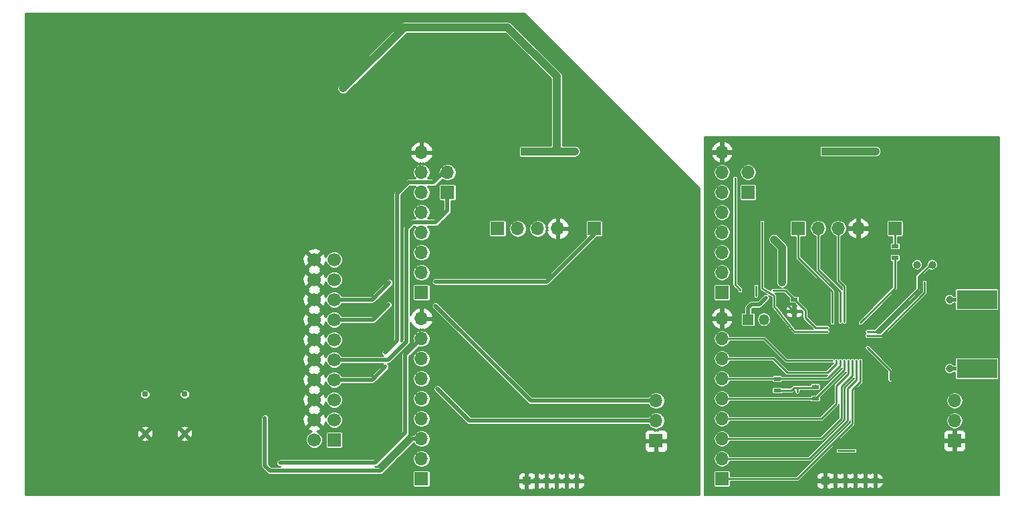
<source format=gbr>
G04 #@! TF.FileFunction,Copper,L2,Bot,Signal*
%FSLAX46Y46*%
G04 Gerber Fmt 4.6, Leading zero omitted, Abs format (unit mm)*
G04 Created by KiCad (PCBNEW 4.0.5) date 03/10/17 17:56:50*
%MOMM*%
%LPD*%
G01*
G04 APERTURE LIST*
%ADD10C,0.100000*%
%ADD11R,1.350000X1.350000*%
%ADD12O,1.350000X1.350000*%
%ADD13R,1.700000X1.700000*%
%ADD14C,1.700000*%
%ADD15R,1.000000X1.000000*%
%ADD16O,1.000000X1.000000*%
%ADD17R,5.080000X2.420000*%
%ADD18C,0.970000*%
%ADD19R,0.914400X0.482600*%
%ADD20C,0.787400*%
%ADD21R,0.900000X0.500000*%
%ADD22C,1.000000*%
%ADD23O,1.700000X1.700000*%
%ADD24C,0.254000*%
%ADD25C,1.016000*%
%ADD26C,0.254000*%
%ADD27C,1.016000*%
%ADD28C,0.508000*%
%ADD29C,0.127000*%
G04 APERTURE END LIST*
D10*
D11*
X122174000Y-133350000D03*
D12*
X124174000Y-133350000D03*
D13*
X69723000Y-148590000D03*
D14*
X67183000Y-148590000D03*
X69723000Y-146050000D03*
X67183000Y-146050000D03*
X69723000Y-143510000D03*
X67183000Y-143510000D03*
X69723000Y-140970000D03*
X67183000Y-140970000D03*
X69723000Y-138430000D03*
X67183000Y-138430000D03*
X69723000Y-135890000D03*
X67183000Y-135890000D03*
X69723000Y-133350000D03*
X67183000Y-133350000D03*
X69723000Y-130810000D03*
X67183000Y-130810000D03*
X69723000Y-128270000D03*
X67183000Y-128270000D03*
X69723000Y-125730000D03*
X67183000Y-125730000D03*
D15*
X131953000Y-153797000D03*
D16*
X133223000Y-153797000D03*
X134493000Y-153797000D03*
X135763000Y-153797000D03*
X137033000Y-153797000D03*
X138303000Y-153797000D03*
D15*
X131953000Y-112014000D03*
D16*
X133223000Y-112014000D03*
X134493000Y-112014000D03*
X135763000Y-112014000D03*
X137033000Y-112014000D03*
X138303000Y-112014000D03*
D15*
X94107000Y-153797000D03*
D16*
X95377000Y-153797000D03*
X96647000Y-153797000D03*
X97917000Y-153797000D03*
X99187000Y-153797000D03*
X100457000Y-153797000D03*
D15*
X93853000Y-112014000D03*
D16*
X95123000Y-112014000D03*
X96393000Y-112014000D03*
X97663000Y-112014000D03*
X98933000Y-112014000D03*
X100203000Y-112014000D03*
D17*
X151135500Y-139571500D03*
X151135500Y-130811500D03*
D18*
X147695500Y-139571500D03*
X147695500Y-130811500D03*
D19*
X148145500Y-139571500D03*
X148145500Y-130811500D03*
D20*
X45758100Y-147789900D03*
X45758100Y-142786100D03*
X50761900Y-142786100D03*
X50761900Y-147789900D03*
D21*
X140779500Y-124027500D03*
X140779500Y-125527500D03*
X128016000Y-132322000D03*
X128016000Y-130822000D03*
X125857000Y-140855000D03*
X125857000Y-142355000D03*
X130683000Y-143371000D03*
X130683000Y-141871000D03*
D22*
X145478500Y-126377700D03*
X143578500Y-126377700D03*
D13*
X128524000Y-121793000D03*
D23*
X131064000Y-121793000D03*
X133604000Y-121793000D03*
X136144000Y-121793000D03*
D13*
X90424000Y-121793000D03*
D23*
X92964000Y-121793000D03*
X95504000Y-121793000D03*
X98044000Y-121793000D03*
D13*
X102679500Y-121793000D03*
X84074000Y-117221000D03*
D23*
X84074000Y-114681000D03*
D13*
X118872000Y-129921000D03*
D23*
X118872000Y-127381000D03*
X118872000Y-124841000D03*
X118872000Y-122301000D03*
X118872000Y-119761000D03*
X118872000Y-117221000D03*
X118872000Y-114681000D03*
X118872000Y-112141000D03*
D13*
X80772000Y-129921000D03*
D23*
X80772000Y-127381000D03*
X80772000Y-124841000D03*
X80772000Y-122301000D03*
X80772000Y-119761000D03*
X80772000Y-117221000D03*
X80772000Y-114681000D03*
X80772000Y-112141000D03*
D13*
X110490000Y-148717000D03*
D23*
X110490000Y-146177000D03*
X110490000Y-143637000D03*
D13*
X122174000Y-117221000D03*
D23*
X122174000Y-114681000D03*
D13*
X118872000Y-153543000D03*
D23*
X118872000Y-151003000D03*
X118872000Y-148463000D03*
X118872000Y-145923000D03*
X118872000Y-143383000D03*
X118872000Y-140843000D03*
X118872000Y-138303000D03*
X118872000Y-135763000D03*
X118872000Y-133223000D03*
D13*
X80772000Y-153543000D03*
D23*
X80772000Y-151003000D03*
X80772000Y-148463000D03*
X80772000Y-145923000D03*
X80772000Y-143383000D03*
X80772000Y-140843000D03*
X80772000Y-138303000D03*
X80772000Y-135763000D03*
X80772000Y-133223000D03*
D13*
X148336000Y-148717000D03*
D23*
X148336000Y-146177000D03*
X148336000Y-143637000D03*
D13*
X140779500Y-121793000D03*
D24*
X140716000Y-146558000D03*
X139700000Y-146558000D03*
X137668000Y-147193000D03*
X138938000Y-147193000D03*
X140208000Y-147193000D03*
X140208000Y-145923000D03*
X150114000Y-115189000D03*
X150114000Y-116459000D03*
X150114000Y-117729000D03*
X150114000Y-118999000D03*
X150114000Y-120269000D03*
X150114000Y-121539000D03*
X150114000Y-122809000D03*
X150114000Y-127889000D03*
X150114000Y-126619000D03*
X150114000Y-125349000D03*
X150114000Y-124079000D03*
X144526000Y-125349000D03*
X147193000Y-117729000D03*
X147193000Y-118999000D03*
X147193000Y-120269000D03*
X147193000Y-121539000D03*
X147193000Y-122809000D03*
X147193000Y-124079000D03*
X126746000Y-131064000D03*
X128016000Y-129794000D03*
X133350000Y-133858000D03*
X133223000Y-134747000D03*
X124460000Y-130556000D03*
D25*
X126492000Y-128651000D03*
X125476000Y-123190000D03*
D24*
X128397000Y-142494000D03*
D25*
X70866000Y-104013000D03*
D24*
X137287000Y-136906000D03*
X140144500Y-140970000D03*
X144526000Y-128651000D03*
X137236200Y-135394700D03*
X137261600Y-134874000D03*
X82804000Y-142113000D03*
X76200000Y-137541000D03*
X76200000Y-139319000D03*
X76581000Y-131445000D03*
X82550000Y-131572000D03*
X82550000Y-128524000D03*
X76708000Y-128651000D03*
X123190000Y-130302000D03*
X123190000Y-129159000D03*
X132842000Y-138557000D03*
X134366000Y-138557000D03*
X125349000Y-129667000D03*
X121158000Y-129667000D03*
X120523000Y-115443000D03*
X132207000Y-134366000D03*
X132207000Y-134874000D03*
X123952000Y-121031000D03*
X133604000Y-149987000D03*
X135636000Y-149987000D03*
X133858000Y-138557000D03*
X133350000Y-138557000D03*
X132842000Y-133731000D03*
X133858000Y-133604000D03*
X134366000Y-133604000D03*
X134874000Y-138557000D03*
X135382000Y-138557000D03*
X135890000Y-138557000D03*
X136398000Y-138557000D03*
X62865000Y-151511000D03*
X60960000Y-145796000D03*
X136398000Y-133731000D03*
D26*
X128016000Y-132322000D02*
X128004000Y-132322000D01*
X128004000Y-132322000D02*
X126746000Y-131064000D01*
X133350000Y-133858000D02*
X133223000Y-133985000D01*
X133223000Y-133985000D02*
X133223000Y-134747000D01*
D27*
X131953000Y-112014000D02*
X138303000Y-112014000D01*
X97917000Y-111633000D02*
X97917000Y-102489000D01*
X91694000Y-96266000D02*
X97917000Y-102489000D01*
X78613000Y-96266000D02*
X91694000Y-96266000D01*
X78613000Y-96266000D02*
X70866000Y-104013000D01*
X97917000Y-111633000D02*
X97536000Y-112014000D01*
X97536000Y-112014000D02*
X100203000Y-112014000D01*
X100203000Y-112014000D02*
X93853000Y-112014000D01*
D28*
X122174000Y-131826000D02*
X122174000Y-133350000D01*
X122555000Y-131445000D02*
X122174000Y-131826000D01*
X123571000Y-131445000D02*
X122555000Y-131445000D01*
X124460000Y-130556000D02*
X123571000Y-131445000D01*
D27*
X126492000Y-124206000D02*
X126492000Y-128651000D01*
X125476000Y-123190000D02*
X126492000Y-124206000D01*
D26*
X128397000Y-141986000D02*
X128397000Y-142494000D01*
X125857000Y-142355000D02*
X127647000Y-142355000D01*
X127647000Y-142355000D02*
X128016000Y-141986000D01*
X130683000Y-141986000D02*
X128397000Y-141986000D01*
X128397000Y-141986000D02*
X128016000Y-141986000D01*
X130683000Y-141986000D02*
X130683000Y-141871000D01*
X130683000Y-141859000D02*
X130683000Y-141871000D01*
D28*
X130683000Y-141859000D02*
X130683000Y-141871000D01*
D26*
X137287000Y-136906000D02*
X140144500Y-139763500D01*
X140144500Y-139763500D02*
X140144500Y-140970000D01*
X144526000Y-129921000D02*
X144526000Y-128651000D01*
X139052300Y-135394700D02*
X144526000Y-129921000D01*
X144526000Y-129921000D02*
X144399000Y-130048000D01*
X137236200Y-135394700D02*
X139052300Y-135394700D01*
X143700500Y-127924560D02*
X145249900Y-126375160D01*
X145249900Y-126375160D02*
X145481040Y-126375160D01*
X145481040Y-126375160D02*
X145478500Y-126377700D01*
X142430500Y-130771900D02*
X143700500Y-129501900D01*
X143700500Y-129501900D02*
X143700500Y-127924560D01*
X143700500Y-127924560D02*
X143700500Y-127952500D01*
X137261600Y-134874000D02*
X138328400Y-134874000D01*
X138328400Y-134874000D02*
X142430500Y-130771900D01*
X142430500Y-130771900D02*
X142443200Y-130759200D01*
D28*
X110490000Y-146177000D02*
X86868000Y-146177000D01*
X86868000Y-146177000D02*
X82804000Y-142113000D01*
X84074000Y-114681000D02*
X83566000Y-114681000D01*
X83566000Y-114681000D02*
X82296000Y-115951000D01*
X82296000Y-115951000D02*
X79121000Y-115951000D01*
X79121000Y-115951000D02*
X77724000Y-117348000D01*
X77724000Y-117348000D02*
X77724000Y-136017000D01*
X77724000Y-136017000D02*
X76200000Y-137541000D01*
X76200000Y-139319000D02*
X74549000Y-140970000D01*
X74549000Y-140970000D02*
X69723000Y-140970000D01*
X84074000Y-117221000D02*
X84074000Y-119507000D01*
X76581000Y-138430000D02*
X69723000Y-138430000D01*
X78867000Y-136144000D02*
X76581000Y-138430000D01*
X78867000Y-121793000D02*
X78867000Y-136144000D01*
X79629000Y-121031000D02*
X78867000Y-121793000D01*
X82550000Y-121031000D02*
X79629000Y-121031000D01*
X84074000Y-119507000D02*
X82550000Y-121031000D01*
X110490000Y-143637000D02*
X94615000Y-143637000D01*
X74676000Y-133350000D02*
X69723000Y-133350000D01*
X76581000Y-131445000D02*
X74676000Y-133350000D01*
X94615000Y-143637000D02*
X82550000Y-131572000D01*
X102679500Y-121793000D02*
X102679500Y-122491500D01*
X102679500Y-122491500D02*
X96647000Y-128524000D01*
X96647000Y-128524000D02*
X82550000Y-128524000D01*
X76708000Y-128651000D02*
X74549000Y-130810000D01*
X74549000Y-130810000D02*
X69723000Y-130810000D01*
D26*
X123190000Y-129159000D02*
X123190000Y-130302000D01*
X118872000Y-135763000D02*
X124206000Y-135763000D01*
X127000000Y-138557000D02*
X132842000Y-138557000D01*
X124206000Y-135763000D02*
X127000000Y-138557000D01*
X118872000Y-143383000D02*
X130683000Y-143383000D01*
X130683000Y-143383000D02*
X134366000Y-139700000D01*
X134366000Y-139700000D02*
X134366000Y-138557000D01*
X126873000Y-129667000D02*
X128016000Y-130810000D01*
X128016000Y-130810000D02*
X128016000Y-130822000D01*
X125349000Y-129667000D02*
X126873000Y-129667000D01*
X121158000Y-129540000D02*
X121158000Y-129667000D01*
X120523000Y-128905000D02*
X121158000Y-129540000D01*
X120523000Y-115443000D02*
X120523000Y-128905000D01*
X130683000Y-134366000D02*
X132207000Y-134366000D01*
X129413000Y-133096000D02*
X130683000Y-134366000D01*
X129413000Y-132207000D02*
X129413000Y-133096000D01*
X126873000Y-129667000D02*
X129413000Y-132207000D01*
X125476000Y-130302000D02*
X125476000Y-131699000D01*
X128016000Y-134874000D02*
X132207000Y-134874000D01*
X125476000Y-131699000D02*
X128016000Y-134874000D01*
X125476000Y-130302000D02*
X123952000Y-129413000D01*
X123952000Y-121031000D02*
X123952000Y-129413000D01*
X135636000Y-149987000D02*
X133604000Y-149987000D01*
X125857000Y-140855000D02*
X125857000Y-140843000D01*
X125857000Y-140843000D02*
X132207000Y-140843000D01*
X132207000Y-140843000D02*
X133858000Y-139192000D01*
X133858000Y-139192000D02*
X133858000Y-138557000D01*
X118872000Y-140843000D02*
X132207000Y-140843000D01*
X133858000Y-139192000D02*
X133858000Y-138557000D01*
X132207000Y-140843000D02*
X133858000Y-139192000D01*
X118872000Y-138303000D02*
X125349000Y-138303000D01*
X133350000Y-138938000D02*
X133350000Y-138557000D01*
X132207000Y-140081000D02*
X133350000Y-138938000D01*
X127127000Y-140081000D02*
X132207000Y-140081000D01*
X125349000Y-138303000D02*
X127127000Y-140081000D01*
X128524000Y-121793000D02*
X128524000Y-125476000D01*
X132842000Y-129794000D02*
X132842000Y-133731000D01*
X128524000Y-125476000D02*
X132842000Y-129794000D01*
X131064000Y-121793000D02*
X131064000Y-127000000D01*
X133858000Y-129794000D02*
X133858000Y-133604000D01*
X131064000Y-127000000D02*
X133858000Y-129794000D01*
X133604000Y-121793000D02*
X133604000Y-128397000D01*
X133604000Y-128397000D02*
X134366000Y-129159000D01*
X134366000Y-129159000D02*
X134366000Y-133604000D01*
X118872000Y-145923000D02*
X131445000Y-145923000D01*
X134874000Y-140208000D02*
X134874000Y-138557000D01*
X133350000Y-141732000D02*
X134874000Y-140208000D01*
X133350000Y-144018000D02*
X133350000Y-141732000D01*
X131445000Y-145923000D02*
X133350000Y-144018000D01*
X118872000Y-148463000D02*
X131445000Y-148463000D01*
X135382000Y-140462000D02*
X135382000Y-138557000D01*
X133985000Y-141859000D02*
X135382000Y-140462000D01*
X133985000Y-145923000D02*
X133985000Y-141859000D01*
X131445000Y-148463000D02*
X133985000Y-145923000D01*
X118872000Y-151003000D02*
X129921000Y-151003000D01*
X135890000Y-140970000D02*
X135890000Y-138557000D01*
X134747000Y-142113000D02*
X135890000Y-140970000D01*
X134747000Y-146177000D02*
X134747000Y-142113000D01*
X129921000Y-151003000D02*
X134747000Y-146177000D01*
X118872000Y-153543000D02*
X128397000Y-153543000D01*
X136398000Y-141224000D02*
X136398000Y-138557000D01*
X135382000Y-142240000D02*
X136398000Y-141224000D01*
X135382000Y-146558000D02*
X135382000Y-142240000D01*
X128397000Y-153543000D02*
X135382000Y-146558000D01*
D28*
X78740000Y-137795000D02*
X80772000Y-135763000D01*
X78740000Y-147701000D02*
X78740000Y-137795000D01*
X74930000Y-151511000D02*
X78740000Y-147701000D01*
X62865000Y-151511000D02*
X74930000Y-151511000D01*
X79629000Y-148463000D02*
X80772000Y-148463000D01*
X75565000Y-152527000D02*
X79629000Y-148463000D01*
X61595000Y-152527000D02*
X75565000Y-152527000D01*
X60960000Y-151892000D02*
X61595000Y-152527000D01*
X60960000Y-151003000D02*
X60960000Y-151892000D01*
X60960000Y-148844000D02*
X60960000Y-151003000D01*
X60960000Y-145796000D02*
X60960000Y-148844000D01*
D26*
X140779500Y-121793000D02*
X140779500Y-124015500D01*
X140779500Y-124015500D02*
X140779500Y-124027500D01*
X140779500Y-125527500D02*
X140779500Y-129349500D01*
X140779500Y-129349500D02*
X136398000Y-133731000D01*
X118872000Y-127381000D02*
X118872000Y-127635000D01*
D29*
G36*
X153987500Y-155638500D02*
X116649500Y-155638500D01*
X116649500Y-142105000D01*
X125212768Y-142105000D01*
X125212768Y-142605000D01*
X125226051Y-142675595D01*
X125267773Y-142740432D01*
X125331433Y-142783929D01*
X125407000Y-142799232D01*
X126307000Y-142799232D01*
X126377595Y-142785949D01*
X126442432Y-142744227D01*
X126485929Y-142680567D01*
X126487563Y-142672500D01*
X127647000Y-142672500D01*
X127768502Y-142648332D01*
X127871506Y-142579506D01*
X128079500Y-142371513D01*
X128079500Y-142493723D01*
X128079445Y-142556878D01*
X128127680Y-142673614D01*
X128216916Y-142763006D01*
X128333568Y-142811445D01*
X128459878Y-142811555D01*
X128518501Y-142787332D01*
X128518502Y-142787332D01*
X128518503Y-142787331D01*
X128576614Y-142763320D01*
X128666006Y-142674084D01*
X128714445Y-142557432D01*
X128714555Y-142431122D01*
X128714500Y-142430989D01*
X128714500Y-142303500D01*
X130175067Y-142303500D01*
X130233000Y-142315232D01*
X130681653Y-142315232D01*
X130683000Y-142315500D01*
X130684347Y-142315232D01*
X131133000Y-142315232D01*
X131203595Y-142301949D01*
X131268432Y-142260227D01*
X131311929Y-142196567D01*
X131327232Y-142121000D01*
X131327232Y-141621000D01*
X131313949Y-141550405D01*
X131272227Y-141485568D01*
X131208567Y-141442071D01*
X131133000Y-141426768D01*
X130744675Y-141426768D01*
X130683000Y-141414500D01*
X130621325Y-141426768D01*
X130233000Y-141426768D01*
X130162405Y-141440051D01*
X130097568Y-141481773D01*
X130054071Y-141545433D01*
X130038768Y-141621000D01*
X130038768Y-141668500D01*
X128016000Y-141668500D01*
X127894498Y-141692668D01*
X127791494Y-141761493D01*
X127515488Y-142037500D01*
X126488531Y-142037500D01*
X126487949Y-142034405D01*
X126446227Y-141969568D01*
X126382567Y-141926071D01*
X126307000Y-141910768D01*
X125407000Y-141910768D01*
X125336405Y-141924051D01*
X125271568Y-141965773D01*
X125228071Y-142029433D01*
X125212768Y-142105000D01*
X116649500Y-142105000D01*
X116649500Y-135763000D01*
X117811115Y-135763000D01*
X117890318Y-136161182D01*
X118115870Y-136498745D01*
X118453433Y-136724297D01*
X118851615Y-136803500D01*
X118892385Y-136803500D01*
X119290567Y-136724297D01*
X119628130Y-136498745D01*
X119853682Y-136161182D01*
X119869731Y-136080500D01*
X124074488Y-136080500D01*
X126775494Y-138781507D01*
X126878498Y-138850332D01*
X127000000Y-138874500D01*
X132841723Y-138874500D01*
X132904878Y-138874555D01*
X132963501Y-138850332D01*
X132963502Y-138850332D01*
X132963503Y-138850331D01*
X133006369Y-138832619D01*
X132075488Y-139763500D01*
X127258513Y-139763500D01*
X125573506Y-138078494D01*
X125470502Y-138009668D01*
X125349000Y-137985500D01*
X119869731Y-137985500D01*
X119853682Y-137904818D01*
X119628130Y-137567255D01*
X119290567Y-137341703D01*
X118892385Y-137262500D01*
X118851615Y-137262500D01*
X118453433Y-137341703D01*
X118115870Y-137567255D01*
X117890318Y-137904818D01*
X117811115Y-138303000D01*
X117890318Y-138701182D01*
X118115870Y-139038745D01*
X118453433Y-139264297D01*
X118851615Y-139343500D01*
X118892385Y-139343500D01*
X119290567Y-139264297D01*
X119628130Y-139038745D01*
X119853682Y-138701182D01*
X119869731Y-138620500D01*
X125217488Y-138620500D01*
X126902494Y-140305507D01*
X127005498Y-140374332D01*
X127127000Y-140398500D01*
X132202488Y-140398500D01*
X132075488Y-140525500D01*
X126482219Y-140525500D01*
X126446227Y-140469568D01*
X126382567Y-140426071D01*
X126307000Y-140410768D01*
X125407000Y-140410768D01*
X125336405Y-140424051D01*
X125271568Y-140465773D01*
X125230758Y-140525500D01*
X119869731Y-140525500D01*
X119853682Y-140444818D01*
X119628130Y-140107255D01*
X119290567Y-139881703D01*
X118892385Y-139802500D01*
X118851615Y-139802500D01*
X118453433Y-139881703D01*
X118115870Y-140107255D01*
X117890318Y-140444818D01*
X117811115Y-140843000D01*
X117890318Y-141241182D01*
X118115870Y-141578745D01*
X118453433Y-141804297D01*
X118851615Y-141883500D01*
X118892385Y-141883500D01*
X119290567Y-141804297D01*
X119628130Y-141578745D01*
X119853682Y-141241182D01*
X119869731Y-141160500D01*
X125223211Y-141160500D01*
X125226051Y-141175595D01*
X125267773Y-141240432D01*
X125331433Y-141283929D01*
X125407000Y-141299232D01*
X126307000Y-141299232D01*
X126377595Y-141285949D01*
X126442432Y-141244227D01*
X126485929Y-141180567D01*
X126489993Y-141160500D01*
X132207000Y-141160500D01*
X132328502Y-141136332D01*
X132431506Y-141067506D01*
X134048500Y-139450513D01*
X134048500Y-139568487D01*
X130690220Y-142926768D01*
X130233000Y-142926768D01*
X130162405Y-142940051D01*
X130097568Y-142981773D01*
X130054071Y-143045433D01*
X130050007Y-143065500D01*
X119869731Y-143065500D01*
X119853682Y-142984818D01*
X119628130Y-142647255D01*
X119290567Y-142421703D01*
X118892385Y-142342500D01*
X118851615Y-142342500D01*
X118453433Y-142421703D01*
X118115870Y-142647255D01*
X117890318Y-142984818D01*
X117811115Y-143383000D01*
X117890318Y-143781182D01*
X118115870Y-144118745D01*
X118453433Y-144344297D01*
X118851615Y-144423500D01*
X118892385Y-144423500D01*
X119290567Y-144344297D01*
X119628130Y-144118745D01*
X119853682Y-143781182D01*
X119869731Y-143700500D01*
X130057781Y-143700500D01*
X130093773Y-143756432D01*
X130157433Y-143799929D01*
X130233000Y-143815232D01*
X131133000Y-143815232D01*
X131203595Y-143801949D01*
X131268432Y-143760227D01*
X131311929Y-143696567D01*
X131327232Y-143621000D01*
X131327232Y-143187780D01*
X134556500Y-139958513D01*
X134556500Y-140076487D01*
X133125494Y-141507494D01*
X133056668Y-141610498D01*
X133032500Y-141732000D01*
X133032500Y-143886487D01*
X131313488Y-145605500D01*
X119869731Y-145605500D01*
X119853682Y-145524818D01*
X119628130Y-145187255D01*
X119290567Y-144961703D01*
X118892385Y-144882500D01*
X118851615Y-144882500D01*
X118453433Y-144961703D01*
X118115870Y-145187255D01*
X117890318Y-145524818D01*
X117811115Y-145923000D01*
X117890318Y-146321182D01*
X118115870Y-146658745D01*
X118453433Y-146884297D01*
X118851615Y-146963500D01*
X118892385Y-146963500D01*
X119290567Y-146884297D01*
X119628130Y-146658745D01*
X119853682Y-146321182D01*
X119869731Y-146240500D01*
X131445000Y-146240500D01*
X131566502Y-146216332D01*
X131669506Y-146147506D01*
X133574507Y-144242506D01*
X133643332Y-144139502D01*
X133667500Y-144018000D01*
X133667500Y-145791487D01*
X131313488Y-148145500D01*
X119869731Y-148145500D01*
X119853682Y-148064818D01*
X119628130Y-147727255D01*
X119290567Y-147501703D01*
X118892385Y-147422500D01*
X118851615Y-147422500D01*
X118453433Y-147501703D01*
X118115870Y-147727255D01*
X117890318Y-148064818D01*
X117811115Y-148463000D01*
X117890318Y-148861182D01*
X118115870Y-149198745D01*
X118453433Y-149424297D01*
X118851615Y-149503500D01*
X118892385Y-149503500D01*
X119290567Y-149424297D01*
X119628130Y-149198745D01*
X119853682Y-148861182D01*
X119869731Y-148780500D01*
X131445000Y-148780500D01*
X131566502Y-148756332D01*
X131669506Y-148687506D01*
X134209506Y-146147507D01*
X134278332Y-146044502D01*
X134302500Y-145923000D01*
X134302500Y-141990512D01*
X135572500Y-140720513D01*
X135572500Y-140838488D01*
X134522494Y-141888494D01*
X134453668Y-141991498D01*
X134429500Y-142113000D01*
X134429500Y-146045487D01*
X129789488Y-150685500D01*
X119869731Y-150685500D01*
X119853682Y-150604818D01*
X119628130Y-150267255D01*
X119290567Y-150041703D01*
X118892385Y-149962500D01*
X118851615Y-149962500D01*
X118453433Y-150041703D01*
X118115870Y-150267255D01*
X117890318Y-150604818D01*
X117811115Y-151003000D01*
X117890318Y-151401182D01*
X118115870Y-151738745D01*
X118453433Y-151964297D01*
X118851615Y-152043500D01*
X118892385Y-152043500D01*
X119290567Y-151964297D01*
X119628130Y-151738745D01*
X119853682Y-151401182D01*
X119869731Y-151320500D01*
X129921000Y-151320500D01*
X130042502Y-151296332D01*
X130145506Y-151227506D01*
X134971507Y-146401506D01*
X135040332Y-146298502D01*
X135064500Y-146177000D01*
X135064500Y-146426487D01*
X128265488Y-153225500D01*
X119916232Y-153225500D01*
X119916232Y-152693000D01*
X119902949Y-152622405D01*
X119861227Y-152557568D01*
X119797567Y-152514071D01*
X119722000Y-152498768D01*
X118022000Y-152498768D01*
X117951405Y-152512051D01*
X117886568Y-152553773D01*
X117843071Y-152617433D01*
X117827768Y-152693000D01*
X117827768Y-154393000D01*
X117841051Y-154463595D01*
X117882773Y-154528432D01*
X117946433Y-154571929D01*
X118022000Y-154587232D01*
X119722000Y-154587232D01*
X119792595Y-154573949D01*
X119857432Y-154532227D01*
X119900929Y-154468567D01*
X119916232Y-154393000D01*
X119916232Y-154130375D01*
X130881500Y-154130375D01*
X130881500Y-154410678D01*
X130968506Y-154620728D01*
X131129271Y-154781494D01*
X131339321Y-154868500D01*
X131619625Y-154868500D01*
X131762500Y-154725625D01*
X131762500Y-153987500D01*
X132143500Y-153987500D01*
X132143500Y-154725625D01*
X132286375Y-154868500D01*
X132566679Y-154868500D01*
X132776729Y-154781494D01*
X132784806Y-154773417D01*
X132869896Y-154808647D01*
X133032500Y-154705875D01*
X133032500Y-153987500D01*
X133413500Y-153987500D01*
X133413500Y-154705875D01*
X133576104Y-154808647D01*
X133688672Y-154762041D01*
X133858000Y-154634401D01*
X134027328Y-154762041D01*
X134139896Y-154808647D01*
X134302500Y-154705875D01*
X134302500Y-153987500D01*
X134683500Y-153987500D01*
X134683500Y-154705875D01*
X134846104Y-154808647D01*
X134958672Y-154762041D01*
X135128000Y-154634401D01*
X135297328Y-154762041D01*
X135409896Y-154808647D01*
X135572500Y-154705875D01*
X135572500Y-153987500D01*
X135953500Y-153987500D01*
X135953500Y-154705875D01*
X136116104Y-154808647D01*
X136228672Y-154762041D01*
X136398000Y-154634401D01*
X136567328Y-154762041D01*
X136679896Y-154808647D01*
X136842500Y-154705875D01*
X136842500Y-153987500D01*
X137223500Y-153987500D01*
X137223500Y-154705875D01*
X137386104Y-154808647D01*
X137498672Y-154762041D01*
X137668000Y-154634401D01*
X137837328Y-154762041D01*
X137949896Y-154808647D01*
X138112500Y-154705875D01*
X138112500Y-153987500D01*
X138493500Y-153987500D01*
X138493500Y-154705875D01*
X138656104Y-154808647D01*
X138768672Y-154762041D01*
X139102530Y-154510377D01*
X139314667Y-154150107D01*
X139214575Y-153987500D01*
X138493500Y-153987500D01*
X138112500Y-153987500D01*
X137223500Y-153987500D01*
X136842500Y-153987500D01*
X135953500Y-153987500D01*
X135572500Y-153987500D01*
X134683500Y-153987500D01*
X134302500Y-153987500D01*
X133413500Y-153987500D01*
X133032500Y-153987500D01*
X132143500Y-153987500D01*
X131762500Y-153987500D01*
X131024375Y-153987500D01*
X130881500Y-154130375D01*
X119916232Y-154130375D01*
X119916232Y-153860500D01*
X128397000Y-153860500D01*
X128518502Y-153836332D01*
X128621506Y-153767506D01*
X129205690Y-153183322D01*
X130881500Y-153183322D01*
X130881500Y-153463625D01*
X131024375Y-153606500D01*
X131762500Y-153606500D01*
X131762500Y-152868375D01*
X132143500Y-152868375D01*
X132143500Y-153606500D01*
X133032500Y-153606500D01*
X133032500Y-152888125D01*
X133413500Y-152888125D01*
X133413500Y-153606500D01*
X134302500Y-153606500D01*
X134302500Y-152888125D01*
X134683500Y-152888125D01*
X134683500Y-153606500D01*
X135572500Y-153606500D01*
X135572500Y-152888125D01*
X135953500Y-152888125D01*
X135953500Y-153606500D01*
X136842500Y-153606500D01*
X136842500Y-152888125D01*
X137223500Y-152888125D01*
X137223500Y-153606500D01*
X138112500Y-153606500D01*
X138112500Y-152888125D01*
X138493500Y-152888125D01*
X138493500Y-153606500D01*
X139214575Y-153606500D01*
X139314667Y-153443893D01*
X139102530Y-153083623D01*
X138768672Y-152831959D01*
X138656104Y-152785353D01*
X138493500Y-152888125D01*
X138112500Y-152888125D01*
X137949896Y-152785353D01*
X137837328Y-152831959D01*
X137668000Y-152959599D01*
X137498672Y-152831959D01*
X137386104Y-152785353D01*
X137223500Y-152888125D01*
X136842500Y-152888125D01*
X136679896Y-152785353D01*
X136567328Y-152831959D01*
X136398000Y-152959599D01*
X136228672Y-152831959D01*
X136116104Y-152785353D01*
X135953500Y-152888125D01*
X135572500Y-152888125D01*
X135409896Y-152785353D01*
X135297328Y-152831959D01*
X135128000Y-152959599D01*
X134958672Y-152831959D01*
X134846104Y-152785353D01*
X134683500Y-152888125D01*
X134302500Y-152888125D01*
X134139896Y-152785353D01*
X134027328Y-152831959D01*
X133858000Y-152959599D01*
X133688672Y-152831959D01*
X133576104Y-152785353D01*
X133413500Y-152888125D01*
X133032500Y-152888125D01*
X132869896Y-152785353D01*
X132784806Y-152820583D01*
X132776729Y-152812506D01*
X132566679Y-152725500D01*
X132286375Y-152725500D01*
X132143500Y-152868375D01*
X131762500Y-152868375D01*
X131619625Y-152725500D01*
X131339321Y-152725500D01*
X131129271Y-152812506D01*
X130968506Y-152973272D01*
X130881500Y-153183322D01*
X129205690Y-153183322D01*
X132339134Y-150049878D01*
X133286445Y-150049878D01*
X133334680Y-150166614D01*
X133423916Y-150256006D01*
X133540568Y-150304445D01*
X133666878Y-150304555D01*
X133667011Y-150304500D01*
X135635723Y-150304500D01*
X135698878Y-150304555D01*
X135757501Y-150280332D01*
X135757502Y-150280332D01*
X135757503Y-150280331D01*
X135815614Y-150256320D01*
X135905006Y-150167084D01*
X135953445Y-150050432D01*
X135953555Y-149924122D01*
X135905320Y-149807386D01*
X135816084Y-149717994D01*
X135699432Y-149669555D01*
X135573122Y-149669445D01*
X135572989Y-149669500D01*
X133604277Y-149669500D01*
X133541122Y-149669445D01*
X133482499Y-149693668D01*
X133482498Y-149693668D01*
X133482497Y-149693669D01*
X133424386Y-149717680D01*
X133334994Y-149806916D01*
X133286555Y-149923568D01*
X133286445Y-150049878D01*
X132339134Y-150049878D01*
X133338637Y-149050375D01*
X146914500Y-149050375D01*
X146914500Y-149680679D01*
X147001506Y-149890729D01*
X147162272Y-150051494D01*
X147372322Y-150138500D01*
X148002625Y-150138500D01*
X148145500Y-149995625D01*
X148145500Y-148907500D01*
X148526500Y-148907500D01*
X148526500Y-149995625D01*
X148669375Y-150138500D01*
X149299678Y-150138500D01*
X149509728Y-150051494D01*
X149670494Y-149890729D01*
X149757500Y-149680679D01*
X149757500Y-149050375D01*
X149614625Y-148907500D01*
X148526500Y-148907500D01*
X148145500Y-148907500D01*
X147057375Y-148907500D01*
X146914500Y-149050375D01*
X133338637Y-149050375D01*
X134635691Y-147753321D01*
X146914500Y-147753321D01*
X146914500Y-148383625D01*
X147057375Y-148526500D01*
X148145500Y-148526500D01*
X148145500Y-147438375D01*
X148526500Y-147438375D01*
X148526500Y-148526500D01*
X149614625Y-148526500D01*
X149757500Y-148383625D01*
X149757500Y-147753321D01*
X149670494Y-147543271D01*
X149509728Y-147382506D01*
X149299678Y-147295500D01*
X148669375Y-147295500D01*
X148526500Y-147438375D01*
X148145500Y-147438375D01*
X148002625Y-147295500D01*
X147372322Y-147295500D01*
X147162272Y-147382506D01*
X147001506Y-147543271D01*
X146914500Y-147753321D01*
X134635691Y-147753321D01*
X135606507Y-146782506D01*
X135675332Y-146679502D01*
X135699500Y-146558000D01*
X135699500Y-146177000D01*
X147275115Y-146177000D01*
X147354318Y-146575182D01*
X147579870Y-146912745D01*
X147917433Y-147138297D01*
X148315615Y-147217500D01*
X148356385Y-147217500D01*
X148754567Y-147138297D01*
X149092130Y-146912745D01*
X149317682Y-146575182D01*
X149396885Y-146177000D01*
X149317682Y-145778818D01*
X149092130Y-145441255D01*
X148754567Y-145215703D01*
X148356385Y-145136500D01*
X148315615Y-145136500D01*
X147917433Y-145215703D01*
X147579870Y-145441255D01*
X147354318Y-145778818D01*
X147275115Y-146177000D01*
X135699500Y-146177000D01*
X135699500Y-143637000D01*
X147275115Y-143637000D01*
X147354318Y-144035182D01*
X147579870Y-144372745D01*
X147917433Y-144598297D01*
X148315615Y-144677500D01*
X148356385Y-144677500D01*
X148754567Y-144598297D01*
X149092130Y-144372745D01*
X149317682Y-144035182D01*
X149396885Y-143637000D01*
X149317682Y-143238818D01*
X149092130Y-142901255D01*
X148754567Y-142675703D01*
X148356385Y-142596500D01*
X148315615Y-142596500D01*
X147917433Y-142675703D01*
X147579870Y-142901255D01*
X147354318Y-143238818D01*
X147275115Y-143637000D01*
X135699500Y-143637000D01*
X135699500Y-142371512D01*
X136622506Y-141448506D01*
X136691332Y-141345502D01*
X136715500Y-141224000D01*
X136715500Y-138557000D01*
X136715555Y-138494122D01*
X136667320Y-138377386D01*
X136578084Y-138287994D01*
X136461432Y-138239555D01*
X136335122Y-138239445D01*
X136276499Y-138263668D01*
X136276498Y-138263668D01*
X136276497Y-138263669D01*
X136218386Y-138287680D01*
X136143948Y-138361988D01*
X136070084Y-138287994D01*
X135953432Y-138239555D01*
X135827122Y-138239445D01*
X135768499Y-138263668D01*
X135768498Y-138263668D01*
X135768497Y-138263669D01*
X135710386Y-138287680D01*
X135635948Y-138361988D01*
X135562084Y-138287994D01*
X135445432Y-138239555D01*
X135319122Y-138239445D01*
X135260499Y-138263668D01*
X135260498Y-138263668D01*
X135260497Y-138263669D01*
X135202386Y-138287680D01*
X135127948Y-138361988D01*
X135054084Y-138287994D01*
X134937432Y-138239555D01*
X134811122Y-138239445D01*
X134752499Y-138263668D01*
X134752498Y-138263668D01*
X134752497Y-138263669D01*
X134694386Y-138287680D01*
X134619948Y-138361988D01*
X134546084Y-138287994D01*
X134429432Y-138239555D01*
X134303122Y-138239445D01*
X134244499Y-138263668D01*
X134244498Y-138263668D01*
X134244497Y-138263669D01*
X134186386Y-138287680D01*
X134111948Y-138361988D01*
X134038084Y-138287994D01*
X133921432Y-138239555D01*
X133795122Y-138239445D01*
X133736499Y-138263668D01*
X133736498Y-138263668D01*
X133736497Y-138263669D01*
X133678386Y-138287680D01*
X133603948Y-138361988D01*
X133530084Y-138287994D01*
X133413432Y-138239555D01*
X133287122Y-138239445D01*
X133228499Y-138263668D01*
X133228498Y-138263668D01*
X133228497Y-138263669D01*
X133170386Y-138287680D01*
X133095948Y-138361988D01*
X133022084Y-138287994D01*
X132905432Y-138239555D01*
X132779122Y-138239445D01*
X132778989Y-138239500D01*
X127131513Y-138239500D01*
X125860891Y-136968878D01*
X136969445Y-136968878D01*
X137017680Y-137085614D01*
X137106916Y-137175006D01*
X137107049Y-137175061D01*
X139827000Y-139895013D01*
X139827000Y-140969723D01*
X139826945Y-141032878D01*
X139875180Y-141149614D01*
X139964416Y-141239006D01*
X140081068Y-141287445D01*
X140207378Y-141287555D01*
X140266001Y-141263332D01*
X140266002Y-141263332D01*
X140266003Y-141263331D01*
X140324114Y-141239320D01*
X140413506Y-141150084D01*
X140461945Y-141033432D01*
X140462055Y-140907122D01*
X140462000Y-140906989D01*
X140462000Y-139763500D01*
X140450419Y-139705276D01*
X147019883Y-139705276D01*
X147122505Y-139953640D01*
X147312360Y-140143827D01*
X147560545Y-140246883D01*
X147829276Y-140247117D01*
X148077640Y-140144495D01*
X148215343Y-140007032D01*
X148401268Y-140007032D01*
X148401268Y-140781500D01*
X148414551Y-140852095D01*
X148456273Y-140916932D01*
X148519933Y-140960429D01*
X148595500Y-140975732D01*
X153675500Y-140975732D01*
X153746095Y-140962449D01*
X153810932Y-140920727D01*
X153854429Y-140857067D01*
X153869732Y-140781500D01*
X153869732Y-138361500D01*
X153856449Y-138290905D01*
X153814727Y-138226068D01*
X153751067Y-138182571D01*
X153675500Y-138167268D01*
X148595500Y-138167268D01*
X148524905Y-138180551D01*
X148460068Y-138222273D01*
X148416571Y-138285933D01*
X148401268Y-138361500D01*
X148401268Y-139135968D01*
X148215196Y-139135968D01*
X148078640Y-138999173D01*
X147830455Y-138896117D01*
X147561724Y-138895883D01*
X147313360Y-138998505D01*
X147123173Y-139188360D01*
X147020117Y-139436545D01*
X147019883Y-139705276D01*
X140450419Y-139705276D01*
X140437832Y-139641998D01*
X140395402Y-139578498D01*
X140369006Y-139538993D01*
X137511506Y-136681494D01*
X137467084Y-136636994D01*
X137350432Y-136588555D01*
X137224122Y-136588445D01*
X137165499Y-136612668D01*
X137165498Y-136612668D01*
X137165497Y-136612669D01*
X137107386Y-136636680D01*
X137017994Y-136725916D01*
X136969555Y-136842568D01*
X136969445Y-136968878D01*
X125860891Y-136968878D01*
X124430506Y-135538494D01*
X124327502Y-135469668D01*
X124266721Y-135457578D01*
X136918645Y-135457578D01*
X136966880Y-135574314D01*
X137056116Y-135663706D01*
X137172768Y-135712145D01*
X137299078Y-135712255D01*
X137299211Y-135712200D01*
X139052300Y-135712200D01*
X139173802Y-135688032D01*
X139276806Y-135619206D01*
X143950736Y-130945276D01*
X147019883Y-130945276D01*
X147122505Y-131193640D01*
X147312360Y-131383827D01*
X147560545Y-131486883D01*
X147829276Y-131487117D01*
X148077640Y-131384495D01*
X148215343Y-131247032D01*
X148401268Y-131247032D01*
X148401268Y-132021500D01*
X148414551Y-132092095D01*
X148456273Y-132156932D01*
X148519933Y-132200429D01*
X148595500Y-132215732D01*
X153675500Y-132215732D01*
X153746095Y-132202449D01*
X153810932Y-132160727D01*
X153854429Y-132097067D01*
X153869732Y-132021500D01*
X153869732Y-129601500D01*
X153856449Y-129530905D01*
X153814727Y-129466068D01*
X153751067Y-129422571D01*
X153675500Y-129407268D01*
X148595500Y-129407268D01*
X148524905Y-129420551D01*
X148460068Y-129462273D01*
X148416571Y-129525933D01*
X148401268Y-129601500D01*
X148401268Y-130375968D01*
X148215196Y-130375968D01*
X148078640Y-130239173D01*
X147830455Y-130136117D01*
X147561724Y-130135883D01*
X147313360Y-130238505D01*
X147123173Y-130428360D01*
X147020117Y-130676545D01*
X147019883Y-130945276D01*
X143950736Y-130945276D01*
X144750507Y-130145506D01*
X144819332Y-130042502D01*
X144843500Y-129921000D01*
X144843500Y-128651000D01*
X144843555Y-128588122D01*
X144795320Y-128471386D01*
X144706084Y-128381994D01*
X144589432Y-128333555D01*
X144463122Y-128333445D01*
X144404499Y-128357668D01*
X144404498Y-128357668D01*
X144404497Y-128357669D01*
X144346386Y-128381680D01*
X144256994Y-128470916D01*
X144208555Y-128587568D01*
X144208445Y-128713878D01*
X144208500Y-128714011D01*
X144208500Y-129789487D01*
X138920788Y-135077200D01*
X138574212Y-135077200D01*
X142655006Y-130996407D01*
X142655008Y-130996404D01*
X142667707Y-130983706D01*
X142667709Y-130983703D01*
X143925006Y-129726407D01*
X143993832Y-129623402D01*
X143997777Y-129603568D01*
X144018000Y-129501900D01*
X144018000Y-128056072D01*
X145104153Y-126969920D01*
X145340548Y-127068080D01*
X145615246Y-127068320D01*
X145869126Y-126963419D01*
X146063536Y-126769348D01*
X146168880Y-126515652D01*
X146169120Y-126240954D01*
X146064219Y-125987074D01*
X145870148Y-125792664D01*
X145616452Y-125687320D01*
X145341754Y-125687080D01*
X145087874Y-125791981D01*
X144893464Y-125986052D01*
X144788120Y-126239748D01*
X144787990Y-126388057D01*
X143475994Y-127700054D01*
X143407168Y-127803058D01*
X143383000Y-127924560D01*
X143383000Y-129370387D01*
X142218697Y-130534691D01*
X142218694Y-130534693D01*
X142205996Y-130547392D01*
X142205993Y-130547394D01*
X138196888Y-134556500D01*
X137261877Y-134556500D01*
X137198722Y-134556445D01*
X137140099Y-134580668D01*
X137140098Y-134580668D01*
X137140097Y-134580669D01*
X137081986Y-134604680D01*
X136992594Y-134693916D01*
X136944155Y-134810568D01*
X136944045Y-134936878D01*
X136992280Y-135053614D01*
X137061779Y-135123234D01*
X137056586Y-135125380D01*
X136967194Y-135214616D01*
X136918755Y-135331268D01*
X136918645Y-135457578D01*
X124266721Y-135457578D01*
X124206000Y-135445500D01*
X119869731Y-135445500D01*
X119853682Y-135364818D01*
X119628130Y-135027255D01*
X119290567Y-134801703D01*
X118892385Y-134722500D01*
X118851615Y-134722500D01*
X118453433Y-134801703D01*
X118115870Y-135027255D01*
X117890318Y-135364818D01*
X117811115Y-135763000D01*
X116649500Y-135763000D01*
X116649500Y-133631520D01*
X117510467Y-133631520D01*
X117620370Y-133896891D01*
X117973532Y-134324572D01*
X118463477Y-134584549D01*
X118681500Y-134488818D01*
X118681500Y-133413500D01*
X119062500Y-133413500D01*
X119062500Y-134488818D01*
X119280523Y-134584549D01*
X119770468Y-134324572D01*
X120123630Y-133896891D01*
X120233533Y-133631520D01*
X120136354Y-133413500D01*
X119062500Y-133413500D01*
X118681500Y-133413500D01*
X117607646Y-133413500D01*
X117510467Y-133631520D01*
X116649500Y-133631520D01*
X116649500Y-132814480D01*
X117510467Y-132814480D01*
X117607646Y-133032500D01*
X118681500Y-133032500D01*
X118681500Y-131957182D01*
X119062500Y-131957182D01*
X119062500Y-133032500D01*
X120136354Y-133032500D01*
X120233533Y-132814480D01*
X120175768Y-132675000D01*
X121304768Y-132675000D01*
X121304768Y-134025000D01*
X121318051Y-134095595D01*
X121359773Y-134160432D01*
X121423433Y-134203929D01*
X121499000Y-134219232D01*
X122849000Y-134219232D01*
X122919595Y-134205949D01*
X122984432Y-134164227D01*
X123027929Y-134100567D01*
X123043232Y-134025000D01*
X123043232Y-133333044D01*
X123308500Y-133333044D01*
X123308500Y-133366956D01*
X123374382Y-133698169D01*
X123561999Y-133978957D01*
X123842787Y-134166574D01*
X124174000Y-134232456D01*
X124505213Y-134166574D01*
X124786001Y-133978957D01*
X124973618Y-133698169D01*
X125039500Y-133366956D01*
X125039500Y-133333044D01*
X124973618Y-133001831D01*
X124786001Y-132721043D01*
X124505213Y-132533426D01*
X124174000Y-132467544D01*
X123842787Y-132533426D01*
X123561999Y-132721043D01*
X123374382Y-133001831D01*
X123308500Y-133333044D01*
X123043232Y-133333044D01*
X123043232Y-132675000D01*
X123029949Y-132604405D01*
X122988227Y-132539568D01*
X122924567Y-132496071D01*
X122849000Y-132480768D01*
X122618500Y-132480768D01*
X122618500Y-132010118D01*
X122739118Y-131889500D01*
X123571000Y-131889500D01*
X123741103Y-131855664D01*
X123885309Y-131759309D01*
X124774309Y-130870309D01*
X124870664Y-130726102D01*
X124904500Y-130556000D01*
X124870664Y-130385898D01*
X124794632Y-130272106D01*
X125158500Y-130484363D01*
X125158500Y-131699000D01*
X125167219Y-131742833D01*
X125171044Y-131787366D01*
X125179209Y-131803110D01*
X125182668Y-131820502D01*
X125207497Y-131857660D01*
X125228074Y-131897341D01*
X127768074Y-135072341D01*
X127781643Y-135083763D01*
X127791494Y-135098506D01*
X127828652Y-135123335D01*
X127862848Y-135152120D01*
X127879752Y-135157479D01*
X127894498Y-135167332D01*
X127938335Y-135176052D01*
X127980938Y-135189558D01*
X127998607Y-135188040D01*
X128016000Y-135191500D01*
X132206723Y-135191500D01*
X132269878Y-135191555D01*
X132328501Y-135167332D01*
X132328502Y-135167332D01*
X132328503Y-135167331D01*
X132386614Y-135143320D01*
X132476006Y-135054084D01*
X132524445Y-134937432D01*
X132524555Y-134811122D01*
X132476320Y-134694386D01*
X132402012Y-134619948D01*
X132476006Y-134546084D01*
X132524445Y-134429432D01*
X132524555Y-134303122D01*
X132476320Y-134186386D01*
X132387084Y-134096994D01*
X132270432Y-134048555D01*
X132144122Y-134048445D01*
X132143989Y-134048500D01*
X130814513Y-134048500D01*
X129730500Y-132964488D01*
X129730500Y-132207000D01*
X129706332Y-132085498D01*
X129685369Y-132054125D01*
X129637506Y-131982493D01*
X128660232Y-131005219D01*
X128660232Y-130572000D01*
X128646949Y-130501405D01*
X128605227Y-130436568D01*
X128541567Y-130393071D01*
X128466000Y-130377768D01*
X128032780Y-130377768D01*
X127097506Y-129442494D01*
X126994502Y-129373668D01*
X126873000Y-129349500D01*
X126630624Y-129349500D01*
X126887151Y-129243504D01*
X127083814Y-129047185D01*
X127190378Y-128790550D01*
X127190621Y-128512669D01*
X127190500Y-128512376D01*
X127190500Y-124206000D01*
X127179162Y-124149002D01*
X127137330Y-123938695D01*
X126985914Y-123712086D01*
X125969914Y-122696086D01*
X125969913Y-122696086D01*
X125872185Y-122598186D01*
X125743307Y-122544671D01*
X125743305Y-122544670D01*
X125743303Y-122544670D01*
X125615550Y-122491622D01*
X125337669Y-122491379D01*
X125208698Y-122544669D01*
X125208695Y-122544670D01*
X125208693Y-122544671D01*
X125080849Y-122597496D01*
X124884186Y-122793815D01*
X124777622Y-123050450D01*
X124777379Y-123328331D01*
X124830669Y-123457302D01*
X124830670Y-123457305D01*
X124830671Y-123457307D01*
X124883496Y-123585151D01*
X125079815Y-123781814D01*
X125080107Y-123781935D01*
X125793500Y-124495328D01*
X125793500Y-128650962D01*
X125793379Y-128789331D01*
X125899496Y-129046151D01*
X126095815Y-129242814D01*
X126352450Y-129349378D01*
X126491962Y-129349500D01*
X125349277Y-129349500D01*
X125286122Y-129349445D01*
X125227499Y-129373668D01*
X125227498Y-129373668D01*
X125227497Y-129373669D01*
X125169386Y-129397680D01*
X125079994Y-129486916D01*
X125031555Y-129603568D01*
X125031493Y-129675133D01*
X124269500Y-129230637D01*
X124269500Y-121031000D01*
X124269555Y-120968122D01*
X124259175Y-120943000D01*
X127479768Y-120943000D01*
X127479768Y-122643000D01*
X127493051Y-122713595D01*
X127534773Y-122778432D01*
X127598433Y-122821929D01*
X127674000Y-122837232D01*
X128206500Y-122837232D01*
X128206500Y-125476000D01*
X128216744Y-125527500D01*
X128230668Y-125597502D01*
X128299494Y-125700506D01*
X132524500Y-129925513D01*
X132524500Y-133730723D01*
X132524445Y-133793878D01*
X132572680Y-133910614D01*
X132661916Y-134000006D01*
X132778568Y-134048445D01*
X132904878Y-134048555D01*
X132963501Y-134024332D01*
X132963502Y-134024332D01*
X132963503Y-134024331D01*
X133021614Y-134000320D01*
X133111006Y-133911084D01*
X133159445Y-133794432D01*
X133159555Y-133668122D01*
X133159500Y-133667989D01*
X133159500Y-129794000D01*
X133135332Y-129672498D01*
X133089274Y-129603568D01*
X133066506Y-129569493D01*
X128841500Y-125344488D01*
X128841500Y-122837232D01*
X129374000Y-122837232D01*
X129444595Y-122823949D01*
X129509432Y-122782227D01*
X129552929Y-122718567D01*
X129568232Y-122643000D01*
X129568232Y-121772615D01*
X130023500Y-121772615D01*
X130023500Y-121813385D01*
X130102703Y-122211567D01*
X130328255Y-122549130D01*
X130665818Y-122774682D01*
X130746500Y-122790731D01*
X130746500Y-127000000D01*
X130759131Y-127063500D01*
X130770668Y-127121502D01*
X130839494Y-127224506D01*
X133540500Y-129925513D01*
X133540500Y-133603723D01*
X133540445Y-133666878D01*
X133588680Y-133783614D01*
X133677916Y-133873006D01*
X133794568Y-133921445D01*
X133920878Y-133921555D01*
X133979501Y-133897332D01*
X133979502Y-133897332D01*
X133979503Y-133897331D01*
X134037614Y-133873320D01*
X134112052Y-133799012D01*
X134185916Y-133873006D01*
X134302568Y-133921445D01*
X134428878Y-133921555D01*
X134487501Y-133897332D01*
X134487502Y-133897332D01*
X134487503Y-133897331D01*
X134545614Y-133873320D01*
X134625194Y-133793878D01*
X136080445Y-133793878D01*
X136128680Y-133910614D01*
X136217916Y-134000006D01*
X136334568Y-134048445D01*
X136460878Y-134048555D01*
X136519501Y-134024332D01*
X136519502Y-134024332D01*
X136519503Y-134024331D01*
X136577614Y-134000320D01*
X136667006Y-133911084D01*
X136667061Y-133910951D01*
X141004007Y-129574006D01*
X141072832Y-129471002D01*
X141097000Y-129349500D01*
X141097000Y-126514446D01*
X142887880Y-126514446D01*
X142992781Y-126768326D01*
X143186852Y-126962736D01*
X143440548Y-127068080D01*
X143715246Y-127068320D01*
X143969126Y-126963419D01*
X144163536Y-126769348D01*
X144268880Y-126515652D01*
X144269120Y-126240954D01*
X144164219Y-125987074D01*
X143970148Y-125792664D01*
X143716452Y-125687320D01*
X143441754Y-125687080D01*
X143187874Y-125791981D01*
X142993464Y-125986052D01*
X142888120Y-126239748D01*
X142887880Y-126514446D01*
X141097000Y-126514446D01*
X141097000Y-125971732D01*
X141229500Y-125971732D01*
X141300095Y-125958449D01*
X141364932Y-125916727D01*
X141408429Y-125853067D01*
X141423732Y-125777500D01*
X141423732Y-125277500D01*
X141410449Y-125206905D01*
X141368727Y-125142068D01*
X141305067Y-125098571D01*
X141229500Y-125083268D01*
X140329500Y-125083268D01*
X140258905Y-125096551D01*
X140194068Y-125138273D01*
X140150571Y-125201933D01*
X140135268Y-125277500D01*
X140135268Y-125777500D01*
X140148551Y-125848095D01*
X140190273Y-125912932D01*
X140253933Y-125956429D01*
X140329500Y-125971732D01*
X140462000Y-125971732D01*
X140462000Y-129217987D01*
X136173690Y-133506298D01*
X136128994Y-133550916D01*
X136080555Y-133667568D01*
X136080445Y-133793878D01*
X134625194Y-133793878D01*
X134635006Y-133784084D01*
X134683445Y-133667432D01*
X134683555Y-133541122D01*
X134683500Y-133540989D01*
X134683500Y-129159000D01*
X134659332Y-129037498D01*
X134631225Y-128995433D01*
X134590507Y-128934494D01*
X133921500Y-128265488D01*
X133921500Y-122790731D01*
X134002182Y-122774682D01*
X134339745Y-122549130D01*
X134565297Y-122211567D01*
X134567294Y-122201523D01*
X134782451Y-122201523D01*
X135042428Y-122691468D01*
X135470109Y-123044630D01*
X135735480Y-123154533D01*
X135953500Y-123057354D01*
X135953500Y-121983500D01*
X136334500Y-121983500D01*
X136334500Y-123057354D01*
X136552520Y-123154533D01*
X136817891Y-123044630D01*
X137245572Y-122691468D01*
X137505549Y-122201523D01*
X137409818Y-121983500D01*
X136334500Y-121983500D01*
X135953500Y-121983500D01*
X134878182Y-121983500D01*
X134782451Y-122201523D01*
X134567294Y-122201523D01*
X134644500Y-121813385D01*
X134644500Y-121772615D01*
X134567295Y-121384477D01*
X134782451Y-121384477D01*
X134878182Y-121602500D01*
X135953500Y-121602500D01*
X135953500Y-120528646D01*
X136334500Y-120528646D01*
X136334500Y-121602500D01*
X137409818Y-121602500D01*
X137505549Y-121384477D01*
X137271291Y-120943000D01*
X139735268Y-120943000D01*
X139735268Y-122643000D01*
X139748551Y-122713595D01*
X139790273Y-122778432D01*
X139853933Y-122821929D01*
X139929500Y-122837232D01*
X140462000Y-122837232D01*
X140462000Y-123583268D01*
X140329500Y-123583268D01*
X140258905Y-123596551D01*
X140194068Y-123638273D01*
X140150571Y-123701933D01*
X140135268Y-123777500D01*
X140135268Y-124277500D01*
X140148551Y-124348095D01*
X140190273Y-124412932D01*
X140253933Y-124456429D01*
X140329500Y-124471732D01*
X141229500Y-124471732D01*
X141300095Y-124458449D01*
X141364932Y-124416727D01*
X141408429Y-124353067D01*
X141423732Y-124277500D01*
X141423732Y-123777500D01*
X141410449Y-123706905D01*
X141368727Y-123642068D01*
X141305067Y-123598571D01*
X141229500Y-123583268D01*
X141097000Y-123583268D01*
X141097000Y-122837232D01*
X141629500Y-122837232D01*
X141700095Y-122823949D01*
X141764932Y-122782227D01*
X141808429Y-122718567D01*
X141823732Y-122643000D01*
X141823732Y-120943000D01*
X141810449Y-120872405D01*
X141768727Y-120807568D01*
X141705067Y-120764071D01*
X141629500Y-120748768D01*
X139929500Y-120748768D01*
X139858905Y-120762051D01*
X139794068Y-120803773D01*
X139750571Y-120867433D01*
X139735268Y-120943000D01*
X137271291Y-120943000D01*
X137245572Y-120894532D01*
X136817891Y-120541370D01*
X136552520Y-120431467D01*
X136334500Y-120528646D01*
X135953500Y-120528646D01*
X135735480Y-120431467D01*
X135470109Y-120541370D01*
X135042428Y-120894532D01*
X134782451Y-121384477D01*
X134567295Y-121384477D01*
X134565297Y-121374433D01*
X134339745Y-121036870D01*
X134002182Y-120811318D01*
X133604000Y-120732115D01*
X133205818Y-120811318D01*
X132868255Y-121036870D01*
X132642703Y-121374433D01*
X132563500Y-121772615D01*
X132563500Y-121813385D01*
X132642703Y-122211567D01*
X132868255Y-122549130D01*
X133205818Y-122774682D01*
X133286500Y-122790731D01*
X133286500Y-128397000D01*
X133309265Y-128511450D01*
X133310668Y-128518502D01*
X133379494Y-128621506D01*
X134048500Y-129290513D01*
X134048500Y-129535487D01*
X131381500Y-126868488D01*
X131381500Y-122790731D01*
X131462182Y-122774682D01*
X131799745Y-122549130D01*
X132025297Y-122211567D01*
X132104500Y-121813385D01*
X132104500Y-121772615D01*
X132025297Y-121374433D01*
X131799745Y-121036870D01*
X131462182Y-120811318D01*
X131064000Y-120732115D01*
X130665818Y-120811318D01*
X130328255Y-121036870D01*
X130102703Y-121374433D01*
X130023500Y-121772615D01*
X129568232Y-121772615D01*
X129568232Y-120943000D01*
X129554949Y-120872405D01*
X129513227Y-120807568D01*
X129449567Y-120764071D01*
X129374000Y-120748768D01*
X127674000Y-120748768D01*
X127603405Y-120762051D01*
X127538568Y-120803773D01*
X127495071Y-120867433D01*
X127479768Y-120943000D01*
X124259175Y-120943000D01*
X124221320Y-120851386D01*
X124132084Y-120761994D01*
X124015432Y-120713555D01*
X123889122Y-120713445D01*
X123830499Y-120737668D01*
X123830498Y-120737668D01*
X123830497Y-120737669D01*
X123772386Y-120761680D01*
X123682994Y-120850916D01*
X123634555Y-120967568D01*
X123634445Y-121093878D01*
X123634500Y-121094011D01*
X123634500Y-129413000D01*
X123642466Y-129453048D01*
X123644954Y-129493801D01*
X123654443Y-129513263D01*
X123658668Y-129534502D01*
X123681353Y-129568452D01*
X123699248Y-129605153D01*
X123715465Y-129619504D01*
X123727494Y-129637506D01*
X123761441Y-129660189D01*
X123792021Y-129687250D01*
X124549995Y-130129401D01*
X124460000Y-130111500D01*
X124289898Y-130145336D01*
X124145691Y-130241691D01*
X123386882Y-131000500D01*
X122555000Y-131000500D01*
X122384897Y-131034336D01*
X122240691Y-131130691D01*
X121859691Y-131511691D01*
X121763336Y-131655897D01*
X121729500Y-131826000D01*
X121729500Y-132480768D01*
X121499000Y-132480768D01*
X121428405Y-132494051D01*
X121363568Y-132535773D01*
X121320071Y-132599433D01*
X121304768Y-132675000D01*
X120175768Y-132675000D01*
X120123630Y-132549109D01*
X119770468Y-132121428D01*
X119280523Y-131861451D01*
X119062500Y-131957182D01*
X118681500Y-131957182D01*
X118463477Y-131861451D01*
X117973532Y-132121428D01*
X117620370Y-132549109D01*
X117510467Y-132814480D01*
X116649500Y-132814480D01*
X116649500Y-129071000D01*
X117827768Y-129071000D01*
X117827768Y-130771000D01*
X117841051Y-130841595D01*
X117882773Y-130906432D01*
X117946433Y-130949929D01*
X118022000Y-130965232D01*
X119722000Y-130965232D01*
X119792595Y-130951949D01*
X119857432Y-130910227D01*
X119900929Y-130846567D01*
X119916232Y-130771000D01*
X119916232Y-129071000D01*
X119902949Y-129000405D01*
X119861227Y-128935568D01*
X119797567Y-128892071D01*
X119722000Y-128876768D01*
X118022000Y-128876768D01*
X117951405Y-128890051D01*
X117886568Y-128931773D01*
X117843071Y-128995433D01*
X117827768Y-129071000D01*
X116649500Y-129071000D01*
X116649500Y-127381000D01*
X117811115Y-127381000D01*
X117890318Y-127779182D01*
X118115870Y-128116745D01*
X118453433Y-128342297D01*
X118851615Y-128421500D01*
X118892385Y-128421500D01*
X119290567Y-128342297D01*
X119628130Y-128116745D01*
X119853682Y-127779182D01*
X119932885Y-127381000D01*
X119853682Y-126982818D01*
X119628130Y-126645255D01*
X119290567Y-126419703D01*
X118892385Y-126340500D01*
X118851615Y-126340500D01*
X118453433Y-126419703D01*
X118115870Y-126645255D01*
X117890318Y-126982818D01*
X117811115Y-127381000D01*
X116649500Y-127381000D01*
X116649500Y-124841000D01*
X117811115Y-124841000D01*
X117890318Y-125239182D01*
X118115870Y-125576745D01*
X118453433Y-125802297D01*
X118851615Y-125881500D01*
X118892385Y-125881500D01*
X119290567Y-125802297D01*
X119628130Y-125576745D01*
X119853682Y-125239182D01*
X119932885Y-124841000D01*
X119853682Y-124442818D01*
X119628130Y-124105255D01*
X119290567Y-123879703D01*
X118892385Y-123800500D01*
X118851615Y-123800500D01*
X118453433Y-123879703D01*
X118115870Y-124105255D01*
X117890318Y-124442818D01*
X117811115Y-124841000D01*
X116649500Y-124841000D01*
X116649500Y-122301000D01*
X117811115Y-122301000D01*
X117890318Y-122699182D01*
X118115870Y-123036745D01*
X118453433Y-123262297D01*
X118851615Y-123341500D01*
X118892385Y-123341500D01*
X119290567Y-123262297D01*
X119628130Y-123036745D01*
X119853682Y-122699182D01*
X119932885Y-122301000D01*
X119853682Y-121902818D01*
X119628130Y-121565255D01*
X119290567Y-121339703D01*
X118892385Y-121260500D01*
X118851615Y-121260500D01*
X118453433Y-121339703D01*
X118115870Y-121565255D01*
X117890318Y-121902818D01*
X117811115Y-122301000D01*
X116649500Y-122301000D01*
X116649500Y-119761000D01*
X117811115Y-119761000D01*
X117890318Y-120159182D01*
X118115870Y-120496745D01*
X118453433Y-120722297D01*
X118851615Y-120801500D01*
X118892385Y-120801500D01*
X119290567Y-120722297D01*
X119628130Y-120496745D01*
X119853682Y-120159182D01*
X119932885Y-119761000D01*
X119853682Y-119362818D01*
X119628130Y-119025255D01*
X119290567Y-118799703D01*
X118892385Y-118720500D01*
X118851615Y-118720500D01*
X118453433Y-118799703D01*
X118115870Y-119025255D01*
X117890318Y-119362818D01*
X117811115Y-119761000D01*
X116649500Y-119761000D01*
X116649500Y-117221000D01*
X117811115Y-117221000D01*
X117890318Y-117619182D01*
X118115870Y-117956745D01*
X118453433Y-118182297D01*
X118851615Y-118261500D01*
X118892385Y-118261500D01*
X119290567Y-118182297D01*
X119628130Y-117956745D01*
X119853682Y-117619182D01*
X119932885Y-117221000D01*
X119853682Y-116822818D01*
X119628130Y-116485255D01*
X119290567Y-116259703D01*
X118892385Y-116180500D01*
X118851615Y-116180500D01*
X118453433Y-116259703D01*
X118115870Y-116485255D01*
X117890318Y-116822818D01*
X117811115Y-117221000D01*
X116649500Y-117221000D01*
X116649500Y-114681000D01*
X117811115Y-114681000D01*
X117890318Y-115079182D01*
X118115870Y-115416745D01*
X118453433Y-115642297D01*
X118851615Y-115721500D01*
X118892385Y-115721500D01*
X119290567Y-115642297D01*
X119494732Y-115505878D01*
X120205445Y-115505878D01*
X120205500Y-115506011D01*
X120205500Y-128905000D01*
X120223488Y-128995433D01*
X120229668Y-129026502D01*
X120298494Y-129129506D01*
X120840496Y-129671509D01*
X120840445Y-129729878D01*
X120888680Y-129846614D01*
X120977916Y-129936006D01*
X121094568Y-129984445D01*
X121220878Y-129984555D01*
X121279501Y-129960332D01*
X121279502Y-129960332D01*
X121279503Y-129960331D01*
X121337614Y-129936320D01*
X121427006Y-129847084D01*
X121475445Y-129730432D01*
X121475555Y-129604122D01*
X121475500Y-129603989D01*
X121475500Y-129540000D01*
X121451332Y-129418498D01*
X121443828Y-129407268D01*
X121382507Y-129315494D01*
X121288891Y-129221878D01*
X122872445Y-129221878D01*
X122872500Y-129222011D01*
X122872500Y-130301723D01*
X122872445Y-130364878D01*
X122920680Y-130481614D01*
X123009916Y-130571006D01*
X123126568Y-130619445D01*
X123252878Y-130619555D01*
X123311501Y-130595332D01*
X123311502Y-130595332D01*
X123311503Y-130595331D01*
X123369614Y-130571320D01*
X123459006Y-130482084D01*
X123507445Y-130365432D01*
X123507555Y-130239122D01*
X123507500Y-130238989D01*
X123507500Y-129159000D01*
X123507555Y-129096122D01*
X123459320Y-128979386D01*
X123370084Y-128889994D01*
X123253432Y-128841555D01*
X123127122Y-128841445D01*
X123068499Y-128865668D01*
X123068498Y-128865668D01*
X123068497Y-128865669D01*
X123010386Y-128889680D01*
X122920994Y-128978916D01*
X122872555Y-129095568D01*
X122872445Y-129221878D01*
X121288891Y-129221878D01*
X120840500Y-128773488D01*
X120840500Y-116371000D01*
X121129768Y-116371000D01*
X121129768Y-118071000D01*
X121143051Y-118141595D01*
X121184773Y-118206432D01*
X121248433Y-118249929D01*
X121324000Y-118265232D01*
X123024000Y-118265232D01*
X123094595Y-118251949D01*
X123159432Y-118210227D01*
X123202929Y-118146567D01*
X123218232Y-118071000D01*
X123218232Y-116371000D01*
X123204949Y-116300405D01*
X123163227Y-116235568D01*
X123099567Y-116192071D01*
X123024000Y-116176768D01*
X121324000Y-116176768D01*
X121253405Y-116190051D01*
X121188568Y-116231773D01*
X121145071Y-116295433D01*
X121129768Y-116371000D01*
X120840500Y-116371000D01*
X120840500Y-115443000D01*
X120840555Y-115380122D01*
X120792320Y-115263386D01*
X120703084Y-115173994D01*
X120586432Y-115125555D01*
X120460122Y-115125445D01*
X120401499Y-115149668D01*
X120401498Y-115149668D01*
X120401497Y-115149669D01*
X120343386Y-115173680D01*
X120253994Y-115262916D01*
X120205555Y-115379568D01*
X120205445Y-115505878D01*
X119494732Y-115505878D01*
X119628130Y-115416745D01*
X119853682Y-115079182D01*
X119932885Y-114681000D01*
X121113115Y-114681000D01*
X121192318Y-115079182D01*
X121417870Y-115416745D01*
X121755433Y-115642297D01*
X122153615Y-115721500D01*
X122194385Y-115721500D01*
X122592567Y-115642297D01*
X122930130Y-115416745D01*
X123155682Y-115079182D01*
X123234885Y-114681000D01*
X123155682Y-114282818D01*
X122930130Y-113945255D01*
X122592567Y-113719703D01*
X122194385Y-113640500D01*
X122153615Y-113640500D01*
X121755433Y-113719703D01*
X121417870Y-113945255D01*
X121192318Y-114282818D01*
X121113115Y-114681000D01*
X119932885Y-114681000D01*
X119853682Y-114282818D01*
X119628130Y-113945255D01*
X119290567Y-113719703D01*
X118892385Y-113640500D01*
X118851615Y-113640500D01*
X118453433Y-113719703D01*
X118115870Y-113945255D01*
X117890318Y-114282818D01*
X117811115Y-114681000D01*
X116649500Y-114681000D01*
X116649500Y-112549520D01*
X117510467Y-112549520D01*
X117620370Y-112814891D01*
X117973532Y-113242572D01*
X118463477Y-113502549D01*
X118681500Y-113406818D01*
X118681500Y-112331500D01*
X119062500Y-112331500D01*
X119062500Y-113406818D01*
X119280523Y-113502549D01*
X119770468Y-113242572D01*
X120123630Y-112814891D01*
X120233533Y-112549520D01*
X120136354Y-112331500D01*
X119062500Y-112331500D01*
X118681500Y-112331500D01*
X117607646Y-112331500D01*
X117510467Y-112549520D01*
X116649500Y-112549520D01*
X116649500Y-112014000D01*
X131254500Y-112014000D01*
X131258768Y-112035457D01*
X131258768Y-112514000D01*
X131272051Y-112584595D01*
X131313773Y-112649432D01*
X131377433Y-112692929D01*
X131453000Y-112708232D01*
X131931543Y-112708232D01*
X131953000Y-112712500D01*
X133195209Y-112712500D01*
X133223000Y-112718028D01*
X133250791Y-112712500D01*
X134465209Y-112712500D01*
X134493000Y-112718028D01*
X134520791Y-112712500D01*
X135735209Y-112712500D01*
X135763000Y-112718028D01*
X135790791Y-112712500D01*
X137005209Y-112712500D01*
X137033000Y-112718028D01*
X137060791Y-112712500D01*
X138275209Y-112712500D01*
X138303000Y-112718028D01*
X138567243Y-112665467D01*
X138791257Y-112515785D01*
X138796195Y-112508394D01*
X138796914Y-112507914D01*
X138948330Y-112281304D01*
X139001500Y-112014000D01*
X138948330Y-111746696D01*
X138796914Y-111520086D01*
X138796195Y-111519606D01*
X138791257Y-111512215D01*
X138567243Y-111362533D01*
X138303000Y-111309972D01*
X138275209Y-111315500D01*
X137060791Y-111315500D01*
X137033000Y-111309972D01*
X137005209Y-111315500D01*
X135790791Y-111315500D01*
X135763000Y-111309972D01*
X135735209Y-111315500D01*
X134520791Y-111315500D01*
X134493000Y-111309972D01*
X134465209Y-111315500D01*
X133250791Y-111315500D01*
X133223000Y-111309972D01*
X133195209Y-111315500D01*
X131953000Y-111315500D01*
X131931543Y-111319768D01*
X131453000Y-111319768D01*
X131382405Y-111333051D01*
X131317568Y-111374773D01*
X131274071Y-111438433D01*
X131258768Y-111514000D01*
X131258768Y-111992543D01*
X131254500Y-112014000D01*
X116649500Y-112014000D01*
X116649500Y-111732480D01*
X117510467Y-111732480D01*
X117607646Y-111950500D01*
X118681500Y-111950500D01*
X118681500Y-110875182D01*
X119062500Y-110875182D01*
X119062500Y-111950500D01*
X120136354Y-111950500D01*
X120233533Y-111732480D01*
X120123630Y-111467109D01*
X119770468Y-111039428D01*
X119280523Y-110779451D01*
X119062500Y-110875182D01*
X118681500Y-110875182D01*
X118463477Y-110779451D01*
X117973532Y-111039428D01*
X117620370Y-111467109D01*
X117510467Y-111732480D01*
X116649500Y-111732480D01*
X116649500Y-110172500D01*
X153987500Y-110172500D01*
X153987500Y-155638500D01*
X153987500Y-155638500D01*
G37*
X153987500Y-155638500D02*
X116649500Y-155638500D01*
X116649500Y-142105000D01*
X125212768Y-142105000D01*
X125212768Y-142605000D01*
X125226051Y-142675595D01*
X125267773Y-142740432D01*
X125331433Y-142783929D01*
X125407000Y-142799232D01*
X126307000Y-142799232D01*
X126377595Y-142785949D01*
X126442432Y-142744227D01*
X126485929Y-142680567D01*
X126487563Y-142672500D01*
X127647000Y-142672500D01*
X127768502Y-142648332D01*
X127871506Y-142579506D01*
X128079500Y-142371513D01*
X128079500Y-142493723D01*
X128079445Y-142556878D01*
X128127680Y-142673614D01*
X128216916Y-142763006D01*
X128333568Y-142811445D01*
X128459878Y-142811555D01*
X128518501Y-142787332D01*
X128518502Y-142787332D01*
X128518503Y-142787331D01*
X128576614Y-142763320D01*
X128666006Y-142674084D01*
X128714445Y-142557432D01*
X128714555Y-142431122D01*
X128714500Y-142430989D01*
X128714500Y-142303500D01*
X130175067Y-142303500D01*
X130233000Y-142315232D01*
X130681653Y-142315232D01*
X130683000Y-142315500D01*
X130684347Y-142315232D01*
X131133000Y-142315232D01*
X131203595Y-142301949D01*
X131268432Y-142260227D01*
X131311929Y-142196567D01*
X131327232Y-142121000D01*
X131327232Y-141621000D01*
X131313949Y-141550405D01*
X131272227Y-141485568D01*
X131208567Y-141442071D01*
X131133000Y-141426768D01*
X130744675Y-141426768D01*
X130683000Y-141414500D01*
X130621325Y-141426768D01*
X130233000Y-141426768D01*
X130162405Y-141440051D01*
X130097568Y-141481773D01*
X130054071Y-141545433D01*
X130038768Y-141621000D01*
X130038768Y-141668500D01*
X128016000Y-141668500D01*
X127894498Y-141692668D01*
X127791494Y-141761493D01*
X127515488Y-142037500D01*
X126488531Y-142037500D01*
X126487949Y-142034405D01*
X126446227Y-141969568D01*
X126382567Y-141926071D01*
X126307000Y-141910768D01*
X125407000Y-141910768D01*
X125336405Y-141924051D01*
X125271568Y-141965773D01*
X125228071Y-142029433D01*
X125212768Y-142105000D01*
X116649500Y-142105000D01*
X116649500Y-135763000D01*
X117811115Y-135763000D01*
X117890318Y-136161182D01*
X118115870Y-136498745D01*
X118453433Y-136724297D01*
X118851615Y-136803500D01*
X118892385Y-136803500D01*
X119290567Y-136724297D01*
X119628130Y-136498745D01*
X119853682Y-136161182D01*
X119869731Y-136080500D01*
X124074488Y-136080500D01*
X126775494Y-138781507D01*
X126878498Y-138850332D01*
X127000000Y-138874500D01*
X132841723Y-138874500D01*
X132904878Y-138874555D01*
X132963501Y-138850332D01*
X132963502Y-138850332D01*
X132963503Y-138850331D01*
X133006369Y-138832619D01*
X132075488Y-139763500D01*
X127258513Y-139763500D01*
X125573506Y-138078494D01*
X125470502Y-138009668D01*
X125349000Y-137985500D01*
X119869731Y-137985500D01*
X119853682Y-137904818D01*
X119628130Y-137567255D01*
X119290567Y-137341703D01*
X118892385Y-137262500D01*
X118851615Y-137262500D01*
X118453433Y-137341703D01*
X118115870Y-137567255D01*
X117890318Y-137904818D01*
X117811115Y-138303000D01*
X117890318Y-138701182D01*
X118115870Y-139038745D01*
X118453433Y-139264297D01*
X118851615Y-139343500D01*
X118892385Y-139343500D01*
X119290567Y-139264297D01*
X119628130Y-139038745D01*
X119853682Y-138701182D01*
X119869731Y-138620500D01*
X125217488Y-138620500D01*
X126902494Y-140305507D01*
X127005498Y-140374332D01*
X127127000Y-140398500D01*
X132202488Y-140398500D01*
X132075488Y-140525500D01*
X126482219Y-140525500D01*
X126446227Y-140469568D01*
X126382567Y-140426071D01*
X126307000Y-140410768D01*
X125407000Y-140410768D01*
X125336405Y-140424051D01*
X125271568Y-140465773D01*
X125230758Y-140525500D01*
X119869731Y-140525500D01*
X119853682Y-140444818D01*
X119628130Y-140107255D01*
X119290567Y-139881703D01*
X118892385Y-139802500D01*
X118851615Y-139802500D01*
X118453433Y-139881703D01*
X118115870Y-140107255D01*
X117890318Y-140444818D01*
X117811115Y-140843000D01*
X117890318Y-141241182D01*
X118115870Y-141578745D01*
X118453433Y-141804297D01*
X118851615Y-141883500D01*
X118892385Y-141883500D01*
X119290567Y-141804297D01*
X119628130Y-141578745D01*
X119853682Y-141241182D01*
X119869731Y-141160500D01*
X125223211Y-141160500D01*
X125226051Y-141175595D01*
X125267773Y-141240432D01*
X125331433Y-141283929D01*
X125407000Y-141299232D01*
X126307000Y-141299232D01*
X126377595Y-141285949D01*
X126442432Y-141244227D01*
X126485929Y-141180567D01*
X126489993Y-141160500D01*
X132207000Y-141160500D01*
X132328502Y-141136332D01*
X132431506Y-141067506D01*
X134048500Y-139450513D01*
X134048500Y-139568487D01*
X130690220Y-142926768D01*
X130233000Y-142926768D01*
X130162405Y-142940051D01*
X130097568Y-142981773D01*
X130054071Y-143045433D01*
X130050007Y-143065500D01*
X119869731Y-143065500D01*
X119853682Y-142984818D01*
X119628130Y-142647255D01*
X119290567Y-142421703D01*
X118892385Y-142342500D01*
X118851615Y-142342500D01*
X118453433Y-142421703D01*
X118115870Y-142647255D01*
X117890318Y-142984818D01*
X117811115Y-143383000D01*
X117890318Y-143781182D01*
X118115870Y-144118745D01*
X118453433Y-144344297D01*
X118851615Y-144423500D01*
X118892385Y-144423500D01*
X119290567Y-144344297D01*
X119628130Y-144118745D01*
X119853682Y-143781182D01*
X119869731Y-143700500D01*
X130057781Y-143700500D01*
X130093773Y-143756432D01*
X130157433Y-143799929D01*
X130233000Y-143815232D01*
X131133000Y-143815232D01*
X131203595Y-143801949D01*
X131268432Y-143760227D01*
X131311929Y-143696567D01*
X131327232Y-143621000D01*
X131327232Y-143187780D01*
X134556500Y-139958513D01*
X134556500Y-140076487D01*
X133125494Y-141507494D01*
X133056668Y-141610498D01*
X133032500Y-141732000D01*
X133032500Y-143886487D01*
X131313488Y-145605500D01*
X119869731Y-145605500D01*
X119853682Y-145524818D01*
X119628130Y-145187255D01*
X119290567Y-144961703D01*
X118892385Y-144882500D01*
X118851615Y-144882500D01*
X118453433Y-144961703D01*
X118115870Y-145187255D01*
X117890318Y-145524818D01*
X117811115Y-145923000D01*
X117890318Y-146321182D01*
X118115870Y-146658745D01*
X118453433Y-146884297D01*
X118851615Y-146963500D01*
X118892385Y-146963500D01*
X119290567Y-146884297D01*
X119628130Y-146658745D01*
X119853682Y-146321182D01*
X119869731Y-146240500D01*
X131445000Y-146240500D01*
X131566502Y-146216332D01*
X131669506Y-146147506D01*
X133574507Y-144242506D01*
X133643332Y-144139502D01*
X133667500Y-144018000D01*
X133667500Y-145791487D01*
X131313488Y-148145500D01*
X119869731Y-148145500D01*
X119853682Y-148064818D01*
X119628130Y-147727255D01*
X119290567Y-147501703D01*
X118892385Y-147422500D01*
X118851615Y-147422500D01*
X118453433Y-147501703D01*
X118115870Y-147727255D01*
X117890318Y-148064818D01*
X117811115Y-148463000D01*
X117890318Y-148861182D01*
X118115870Y-149198745D01*
X118453433Y-149424297D01*
X118851615Y-149503500D01*
X118892385Y-149503500D01*
X119290567Y-149424297D01*
X119628130Y-149198745D01*
X119853682Y-148861182D01*
X119869731Y-148780500D01*
X131445000Y-148780500D01*
X131566502Y-148756332D01*
X131669506Y-148687506D01*
X134209506Y-146147507D01*
X134278332Y-146044502D01*
X134302500Y-145923000D01*
X134302500Y-141990512D01*
X135572500Y-140720513D01*
X135572500Y-140838488D01*
X134522494Y-141888494D01*
X134453668Y-141991498D01*
X134429500Y-142113000D01*
X134429500Y-146045487D01*
X129789488Y-150685500D01*
X119869731Y-150685500D01*
X119853682Y-150604818D01*
X119628130Y-150267255D01*
X119290567Y-150041703D01*
X118892385Y-149962500D01*
X118851615Y-149962500D01*
X118453433Y-150041703D01*
X118115870Y-150267255D01*
X117890318Y-150604818D01*
X117811115Y-151003000D01*
X117890318Y-151401182D01*
X118115870Y-151738745D01*
X118453433Y-151964297D01*
X118851615Y-152043500D01*
X118892385Y-152043500D01*
X119290567Y-151964297D01*
X119628130Y-151738745D01*
X119853682Y-151401182D01*
X119869731Y-151320500D01*
X129921000Y-151320500D01*
X130042502Y-151296332D01*
X130145506Y-151227506D01*
X134971507Y-146401506D01*
X135040332Y-146298502D01*
X135064500Y-146177000D01*
X135064500Y-146426487D01*
X128265488Y-153225500D01*
X119916232Y-153225500D01*
X119916232Y-152693000D01*
X119902949Y-152622405D01*
X119861227Y-152557568D01*
X119797567Y-152514071D01*
X119722000Y-152498768D01*
X118022000Y-152498768D01*
X117951405Y-152512051D01*
X117886568Y-152553773D01*
X117843071Y-152617433D01*
X117827768Y-152693000D01*
X117827768Y-154393000D01*
X117841051Y-154463595D01*
X117882773Y-154528432D01*
X117946433Y-154571929D01*
X118022000Y-154587232D01*
X119722000Y-154587232D01*
X119792595Y-154573949D01*
X119857432Y-154532227D01*
X119900929Y-154468567D01*
X119916232Y-154393000D01*
X119916232Y-154130375D01*
X130881500Y-154130375D01*
X130881500Y-154410678D01*
X130968506Y-154620728D01*
X131129271Y-154781494D01*
X131339321Y-154868500D01*
X131619625Y-154868500D01*
X131762500Y-154725625D01*
X131762500Y-153987500D01*
X132143500Y-153987500D01*
X132143500Y-154725625D01*
X132286375Y-154868500D01*
X132566679Y-154868500D01*
X132776729Y-154781494D01*
X132784806Y-154773417D01*
X132869896Y-154808647D01*
X133032500Y-154705875D01*
X133032500Y-153987500D01*
X133413500Y-153987500D01*
X133413500Y-154705875D01*
X133576104Y-154808647D01*
X133688672Y-154762041D01*
X133858000Y-154634401D01*
X134027328Y-154762041D01*
X134139896Y-154808647D01*
X134302500Y-154705875D01*
X134302500Y-153987500D01*
X134683500Y-153987500D01*
X134683500Y-154705875D01*
X134846104Y-154808647D01*
X134958672Y-154762041D01*
X135128000Y-154634401D01*
X135297328Y-154762041D01*
X135409896Y-154808647D01*
X135572500Y-154705875D01*
X135572500Y-153987500D01*
X135953500Y-153987500D01*
X135953500Y-154705875D01*
X136116104Y-154808647D01*
X136228672Y-154762041D01*
X136398000Y-154634401D01*
X136567328Y-154762041D01*
X136679896Y-154808647D01*
X136842500Y-154705875D01*
X136842500Y-153987500D01*
X137223500Y-153987500D01*
X137223500Y-154705875D01*
X137386104Y-154808647D01*
X137498672Y-154762041D01*
X137668000Y-154634401D01*
X137837328Y-154762041D01*
X137949896Y-154808647D01*
X138112500Y-154705875D01*
X138112500Y-153987500D01*
X138493500Y-153987500D01*
X138493500Y-154705875D01*
X138656104Y-154808647D01*
X138768672Y-154762041D01*
X139102530Y-154510377D01*
X139314667Y-154150107D01*
X139214575Y-153987500D01*
X138493500Y-153987500D01*
X138112500Y-153987500D01*
X137223500Y-153987500D01*
X136842500Y-153987500D01*
X135953500Y-153987500D01*
X135572500Y-153987500D01*
X134683500Y-153987500D01*
X134302500Y-153987500D01*
X133413500Y-153987500D01*
X133032500Y-153987500D01*
X132143500Y-153987500D01*
X131762500Y-153987500D01*
X131024375Y-153987500D01*
X130881500Y-154130375D01*
X119916232Y-154130375D01*
X119916232Y-153860500D01*
X128397000Y-153860500D01*
X128518502Y-153836332D01*
X128621506Y-153767506D01*
X129205690Y-153183322D01*
X130881500Y-153183322D01*
X130881500Y-153463625D01*
X131024375Y-153606500D01*
X131762500Y-153606500D01*
X131762500Y-152868375D01*
X132143500Y-152868375D01*
X132143500Y-153606500D01*
X133032500Y-153606500D01*
X133032500Y-152888125D01*
X133413500Y-152888125D01*
X133413500Y-153606500D01*
X134302500Y-153606500D01*
X134302500Y-152888125D01*
X134683500Y-152888125D01*
X134683500Y-153606500D01*
X135572500Y-153606500D01*
X135572500Y-152888125D01*
X135953500Y-152888125D01*
X135953500Y-153606500D01*
X136842500Y-153606500D01*
X136842500Y-152888125D01*
X137223500Y-152888125D01*
X137223500Y-153606500D01*
X138112500Y-153606500D01*
X138112500Y-152888125D01*
X138493500Y-152888125D01*
X138493500Y-153606500D01*
X139214575Y-153606500D01*
X139314667Y-153443893D01*
X139102530Y-153083623D01*
X138768672Y-152831959D01*
X138656104Y-152785353D01*
X138493500Y-152888125D01*
X138112500Y-152888125D01*
X137949896Y-152785353D01*
X137837328Y-152831959D01*
X137668000Y-152959599D01*
X137498672Y-152831959D01*
X137386104Y-152785353D01*
X137223500Y-152888125D01*
X136842500Y-152888125D01*
X136679896Y-152785353D01*
X136567328Y-152831959D01*
X136398000Y-152959599D01*
X136228672Y-152831959D01*
X136116104Y-152785353D01*
X135953500Y-152888125D01*
X135572500Y-152888125D01*
X135409896Y-152785353D01*
X135297328Y-152831959D01*
X135128000Y-152959599D01*
X134958672Y-152831959D01*
X134846104Y-152785353D01*
X134683500Y-152888125D01*
X134302500Y-152888125D01*
X134139896Y-152785353D01*
X134027328Y-152831959D01*
X133858000Y-152959599D01*
X133688672Y-152831959D01*
X133576104Y-152785353D01*
X133413500Y-152888125D01*
X133032500Y-152888125D01*
X132869896Y-152785353D01*
X132784806Y-152820583D01*
X132776729Y-152812506D01*
X132566679Y-152725500D01*
X132286375Y-152725500D01*
X132143500Y-152868375D01*
X131762500Y-152868375D01*
X131619625Y-152725500D01*
X131339321Y-152725500D01*
X131129271Y-152812506D01*
X130968506Y-152973272D01*
X130881500Y-153183322D01*
X129205690Y-153183322D01*
X132339134Y-150049878D01*
X133286445Y-150049878D01*
X133334680Y-150166614D01*
X133423916Y-150256006D01*
X133540568Y-150304445D01*
X133666878Y-150304555D01*
X133667011Y-150304500D01*
X135635723Y-150304500D01*
X135698878Y-150304555D01*
X135757501Y-150280332D01*
X135757502Y-150280332D01*
X135757503Y-150280331D01*
X135815614Y-150256320D01*
X135905006Y-150167084D01*
X135953445Y-150050432D01*
X135953555Y-149924122D01*
X135905320Y-149807386D01*
X135816084Y-149717994D01*
X135699432Y-149669555D01*
X135573122Y-149669445D01*
X135572989Y-149669500D01*
X133604277Y-149669500D01*
X133541122Y-149669445D01*
X133482499Y-149693668D01*
X133482498Y-149693668D01*
X133482497Y-149693669D01*
X133424386Y-149717680D01*
X133334994Y-149806916D01*
X133286555Y-149923568D01*
X133286445Y-150049878D01*
X132339134Y-150049878D01*
X133338637Y-149050375D01*
X146914500Y-149050375D01*
X146914500Y-149680679D01*
X147001506Y-149890729D01*
X147162272Y-150051494D01*
X147372322Y-150138500D01*
X148002625Y-150138500D01*
X148145500Y-149995625D01*
X148145500Y-148907500D01*
X148526500Y-148907500D01*
X148526500Y-149995625D01*
X148669375Y-150138500D01*
X149299678Y-150138500D01*
X149509728Y-150051494D01*
X149670494Y-149890729D01*
X149757500Y-149680679D01*
X149757500Y-149050375D01*
X149614625Y-148907500D01*
X148526500Y-148907500D01*
X148145500Y-148907500D01*
X147057375Y-148907500D01*
X146914500Y-149050375D01*
X133338637Y-149050375D01*
X134635691Y-147753321D01*
X146914500Y-147753321D01*
X146914500Y-148383625D01*
X147057375Y-148526500D01*
X148145500Y-148526500D01*
X148145500Y-147438375D01*
X148526500Y-147438375D01*
X148526500Y-148526500D01*
X149614625Y-148526500D01*
X149757500Y-148383625D01*
X149757500Y-147753321D01*
X149670494Y-147543271D01*
X149509728Y-147382506D01*
X149299678Y-147295500D01*
X148669375Y-147295500D01*
X148526500Y-147438375D01*
X148145500Y-147438375D01*
X148002625Y-147295500D01*
X147372322Y-147295500D01*
X147162272Y-147382506D01*
X147001506Y-147543271D01*
X146914500Y-147753321D01*
X134635691Y-147753321D01*
X135606507Y-146782506D01*
X135675332Y-146679502D01*
X135699500Y-146558000D01*
X135699500Y-146177000D01*
X147275115Y-146177000D01*
X147354318Y-146575182D01*
X147579870Y-146912745D01*
X147917433Y-147138297D01*
X148315615Y-147217500D01*
X148356385Y-147217500D01*
X148754567Y-147138297D01*
X149092130Y-146912745D01*
X149317682Y-146575182D01*
X149396885Y-146177000D01*
X149317682Y-145778818D01*
X149092130Y-145441255D01*
X148754567Y-145215703D01*
X148356385Y-145136500D01*
X148315615Y-145136500D01*
X147917433Y-145215703D01*
X147579870Y-145441255D01*
X147354318Y-145778818D01*
X147275115Y-146177000D01*
X135699500Y-146177000D01*
X135699500Y-143637000D01*
X147275115Y-143637000D01*
X147354318Y-144035182D01*
X147579870Y-144372745D01*
X147917433Y-144598297D01*
X148315615Y-144677500D01*
X148356385Y-144677500D01*
X148754567Y-144598297D01*
X149092130Y-144372745D01*
X149317682Y-144035182D01*
X149396885Y-143637000D01*
X149317682Y-143238818D01*
X149092130Y-142901255D01*
X148754567Y-142675703D01*
X148356385Y-142596500D01*
X148315615Y-142596500D01*
X147917433Y-142675703D01*
X147579870Y-142901255D01*
X147354318Y-143238818D01*
X147275115Y-143637000D01*
X135699500Y-143637000D01*
X135699500Y-142371512D01*
X136622506Y-141448506D01*
X136691332Y-141345502D01*
X136715500Y-141224000D01*
X136715500Y-138557000D01*
X136715555Y-138494122D01*
X136667320Y-138377386D01*
X136578084Y-138287994D01*
X136461432Y-138239555D01*
X136335122Y-138239445D01*
X136276499Y-138263668D01*
X136276498Y-138263668D01*
X136276497Y-138263669D01*
X136218386Y-138287680D01*
X136143948Y-138361988D01*
X136070084Y-138287994D01*
X135953432Y-138239555D01*
X135827122Y-138239445D01*
X135768499Y-138263668D01*
X135768498Y-138263668D01*
X135768497Y-138263669D01*
X135710386Y-138287680D01*
X135635948Y-138361988D01*
X135562084Y-138287994D01*
X135445432Y-138239555D01*
X135319122Y-138239445D01*
X135260499Y-138263668D01*
X135260498Y-138263668D01*
X135260497Y-138263669D01*
X135202386Y-138287680D01*
X135127948Y-138361988D01*
X135054084Y-138287994D01*
X134937432Y-138239555D01*
X134811122Y-138239445D01*
X134752499Y-138263668D01*
X134752498Y-138263668D01*
X134752497Y-138263669D01*
X134694386Y-138287680D01*
X134619948Y-138361988D01*
X134546084Y-138287994D01*
X134429432Y-138239555D01*
X134303122Y-138239445D01*
X134244499Y-138263668D01*
X134244498Y-138263668D01*
X134244497Y-138263669D01*
X134186386Y-138287680D01*
X134111948Y-138361988D01*
X134038084Y-138287994D01*
X133921432Y-138239555D01*
X133795122Y-138239445D01*
X133736499Y-138263668D01*
X133736498Y-138263668D01*
X133736497Y-138263669D01*
X133678386Y-138287680D01*
X133603948Y-138361988D01*
X133530084Y-138287994D01*
X133413432Y-138239555D01*
X133287122Y-138239445D01*
X133228499Y-138263668D01*
X133228498Y-138263668D01*
X133228497Y-138263669D01*
X133170386Y-138287680D01*
X133095948Y-138361988D01*
X133022084Y-138287994D01*
X132905432Y-138239555D01*
X132779122Y-138239445D01*
X132778989Y-138239500D01*
X127131513Y-138239500D01*
X125860891Y-136968878D01*
X136969445Y-136968878D01*
X137017680Y-137085614D01*
X137106916Y-137175006D01*
X137107049Y-137175061D01*
X139827000Y-139895013D01*
X139827000Y-140969723D01*
X139826945Y-141032878D01*
X139875180Y-141149614D01*
X139964416Y-141239006D01*
X140081068Y-141287445D01*
X140207378Y-141287555D01*
X140266001Y-141263332D01*
X140266002Y-141263332D01*
X140266003Y-141263331D01*
X140324114Y-141239320D01*
X140413506Y-141150084D01*
X140461945Y-141033432D01*
X140462055Y-140907122D01*
X140462000Y-140906989D01*
X140462000Y-139763500D01*
X140450419Y-139705276D01*
X147019883Y-139705276D01*
X147122505Y-139953640D01*
X147312360Y-140143827D01*
X147560545Y-140246883D01*
X147829276Y-140247117D01*
X148077640Y-140144495D01*
X148215343Y-140007032D01*
X148401268Y-140007032D01*
X148401268Y-140781500D01*
X148414551Y-140852095D01*
X148456273Y-140916932D01*
X148519933Y-140960429D01*
X148595500Y-140975732D01*
X153675500Y-140975732D01*
X153746095Y-140962449D01*
X153810932Y-140920727D01*
X153854429Y-140857067D01*
X153869732Y-140781500D01*
X153869732Y-138361500D01*
X153856449Y-138290905D01*
X153814727Y-138226068D01*
X153751067Y-138182571D01*
X153675500Y-138167268D01*
X148595500Y-138167268D01*
X148524905Y-138180551D01*
X148460068Y-138222273D01*
X148416571Y-138285933D01*
X148401268Y-138361500D01*
X148401268Y-139135968D01*
X148215196Y-139135968D01*
X148078640Y-138999173D01*
X147830455Y-138896117D01*
X147561724Y-138895883D01*
X147313360Y-138998505D01*
X147123173Y-139188360D01*
X147020117Y-139436545D01*
X147019883Y-139705276D01*
X140450419Y-139705276D01*
X140437832Y-139641998D01*
X140395402Y-139578498D01*
X140369006Y-139538993D01*
X137511506Y-136681494D01*
X137467084Y-136636994D01*
X137350432Y-136588555D01*
X137224122Y-136588445D01*
X137165499Y-136612668D01*
X137165498Y-136612668D01*
X137165497Y-136612669D01*
X137107386Y-136636680D01*
X137017994Y-136725916D01*
X136969555Y-136842568D01*
X136969445Y-136968878D01*
X125860891Y-136968878D01*
X124430506Y-135538494D01*
X124327502Y-135469668D01*
X124266721Y-135457578D01*
X136918645Y-135457578D01*
X136966880Y-135574314D01*
X137056116Y-135663706D01*
X137172768Y-135712145D01*
X137299078Y-135712255D01*
X137299211Y-135712200D01*
X139052300Y-135712200D01*
X139173802Y-135688032D01*
X139276806Y-135619206D01*
X143950736Y-130945276D01*
X147019883Y-130945276D01*
X147122505Y-131193640D01*
X147312360Y-131383827D01*
X147560545Y-131486883D01*
X147829276Y-131487117D01*
X148077640Y-131384495D01*
X148215343Y-131247032D01*
X148401268Y-131247032D01*
X148401268Y-132021500D01*
X148414551Y-132092095D01*
X148456273Y-132156932D01*
X148519933Y-132200429D01*
X148595500Y-132215732D01*
X153675500Y-132215732D01*
X153746095Y-132202449D01*
X153810932Y-132160727D01*
X153854429Y-132097067D01*
X153869732Y-132021500D01*
X153869732Y-129601500D01*
X153856449Y-129530905D01*
X153814727Y-129466068D01*
X153751067Y-129422571D01*
X153675500Y-129407268D01*
X148595500Y-129407268D01*
X148524905Y-129420551D01*
X148460068Y-129462273D01*
X148416571Y-129525933D01*
X148401268Y-129601500D01*
X148401268Y-130375968D01*
X148215196Y-130375968D01*
X148078640Y-130239173D01*
X147830455Y-130136117D01*
X147561724Y-130135883D01*
X147313360Y-130238505D01*
X147123173Y-130428360D01*
X147020117Y-130676545D01*
X147019883Y-130945276D01*
X143950736Y-130945276D01*
X144750507Y-130145506D01*
X144819332Y-130042502D01*
X144843500Y-129921000D01*
X144843500Y-128651000D01*
X144843555Y-128588122D01*
X144795320Y-128471386D01*
X144706084Y-128381994D01*
X144589432Y-128333555D01*
X144463122Y-128333445D01*
X144404499Y-128357668D01*
X144404498Y-128357668D01*
X144404497Y-128357669D01*
X144346386Y-128381680D01*
X144256994Y-128470916D01*
X144208555Y-128587568D01*
X144208445Y-128713878D01*
X144208500Y-128714011D01*
X144208500Y-129789487D01*
X138920788Y-135077200D01*
X138574212Y-135077200D01*
X142655006Y-130996407D01*
X142655008Y-130996404D01*
X142667707Y-130983706D01*
X142667709Y-130983703D01*
X143925006Y-129726407D01*
X143993832Y-129623402D01*
X143997777Y-129603568D01*
X144018000Y-129501900D01*
X144018000Y-128056072D01*
X145104153Y-126969920D01*
X145340548Y-127068080D01*
X145615246Y-127068320D01*
X145869126Y-126963419D01*
X146063536Y-126769348D01*
X146168880Y-126515652D01*
X146169120Y-126240954D01*
X146064219Y-125987074D01*
X145870148Y-125792664D01*
X145616452Y-125687320D01*
X145341754Y-125687080D01*
X145087874Y-125791981D01*
X144893464Y-125986052D01*
X144788120Y-126239748D01*
X144787990Y-126388057D01*
X143475994Y-127700054D01*
X143407168Y-127803058D01*
X143383000Y-127924560D01*
X143383000Y-129370387D01*
X142218697Y-130534691D01*
X142218694Y-130534693D01*
X142205996Y-130547392D01*
X142205993Y-130547394D01*
X138196888Y-134556500D01*
X137261877Y-134556500D01*
X137198722Y-134556445D01*
X137140099Y-134580668D01*
X137140098Y-134580668D01*
X137140097Y-134580669D01*
X137081986Y-134604680D01*
X136992594Y-134693916D01*
X136944155Y-134810568D01*
X136944045Y-134936878D01*
X136992280Y-135053614D01*
X137061779Y-135123234D01*
X137056586Y-135125380D01*
X136967194Y-135214616D01*
X136918755Y-135331268D01*
X136918645Y-135457578D01*
X124266721Y-135457578D01*
X124206000Y-135445500D01*
X119869731Y-135445500D01*
X119853682Y-135364818D01*
X119628130Y-135027255D01*
X119290567Y-134801703D01*
X118892385Y-134722500D01*
X118851615Y-134722500D01*
X118453433Y-134801703D01*
X118115870Y-135027255D01*
X117890318Y-135364818D01*
X117811115Y-135763000D01*
X116649500Y-135763000D01*
X116649500Y-133631520D01*
X117510467Y-133631520D01*
X117620370Y-133896891D01*
X117973532Y-134324572D01*
X118463477Y-134584549D01*
X118681500Y-134488818D01*
X118681500Y-133413500D01*
X119062500Y-133413500D01*
X119062500Y-134488818D01*
X119280523Y-134584549D01*
X119770468Y-134324572D01*
X120123630Y-133896891D01*
X120233533Y-133631520D01*
X120136354Y-133413500D01*
X119062500Y-133413500D01*
X118681500Y-133413500D01*
X117607646Y-133413500D01*
X117510467Y-133631520D01*
X116649500Y-133631520D01*
X116649500Y-132814480D01*
X117510467Y-132814480D01*
X117607646Y-133032500D01*
X118681500Y-133032500D01*
X118681500Y-131957182D01*
X119062500Y-131957182D01*
X119062500Y-133032500D01*
X120136354Y-133032500D01*
X120233533Y-132814480D01*
X120175768Y-132675000D01*
X121304768Y-132675000D01*
X121304768Y-134025000D01*
X121318051Y-134095595D01*
X121359773Y-134160432D01*
X121423433Y-134203929D01*
X121499000Y-134219232D01*
X122849000Y-134219232D01*
X122919595Y-134205949D01*
X122984432Y-134164227D01*
X123027929Y-134100567D01*
X123043232Y-134025000D01*
X123043232Y-133333044D01*
X123308500Y-133333044D01*
X123308500Y-133366956D01*
X123374382Y-133698169D01*
X123561999Y-133978957D01*
X123842787Y-134166574D01*
X124174000Y-134232456D01*
X124505213Y-134166574D01*
X124786001Y-133978957D01*
X124973618Y-133698169D01*
X125039500Y-133366956D01*
X125039500Y-133333044D01*
X124973618Y-133001831D01*
X124786001Y-132721043D01*
X124505213Y-132533426D01*
X124174000Y-132467544D01*
X123842787Y-132533426D01*
X123561999Y-132721043D01*
X123374382Y-133001831D01*
X123308500Y-133333044D01*
X123043232Y-133333044D01*
X123043232Y-132675000D01*
X123029949Y-132604405D01*
X122988227Y-132539568D01*
X122924567Y-132496071D01*
X122849000Y-132480768D01*
X122618500Y-132480768D01*
X122618500Y-132010118D01*
X122739118Y-131889500D01*
X123571000Y-131889500D01*
X123741103Y-131855664D01*
X123885309Y-131759309D01*
X124774309Y-130870309D01*
X124870664Y-130726102D01*
X124904500Y-130556000D01*
X124870664Y-130385898D01*
X124794632Y-130272106D01*
X125158500Y-130484363D01*
X125158500Y-131699000D01*
X125167219Y-131742833D01*
X125171044Y-131787366D01*
X125179209Y-131803110D01*
X125182668Y-131820502D01*
X125207497Y-131857660D01*
X125228074Y-131897341D01*
X127768074Y-135072341D01*
X127781643Y-135083763D01*
X127791494Y-135098506D01*
X127828652Y-135123335D01*
X127862848Y-135152120D01*
X127879752Y-135157479D01*
X127894498Y-135167332D01*
X127938335Y-135176052D01*
X127980938Y-135189558D01*
X127998607Y-135188040D01*
X128016000Y-135191500D01*
X132206723Y-135191500D01*
X132269878Y-135191555D01*
X132328501Y-135167332D01*
X132328502Y-135167332D01*
X132328503Y-135167331D01*
X132386614Y-135143320D01*
X132476006Y-135054084D01*
X132524445Y-134937432D01*
X132524555Y-134811122D01*
X132476320Y-134694386D01*
X132402012Y-134619948D01*
X132476006Y-134546084D01*
X132524445Y-134429432D01*
X132524555Y-134303122D01*
X132476320Y-134186386D01*
X132387084Y-134096994D01*
X132270432Y-134048555D01*
X132144122Y-134048445D01*
X132143989Y-134048500D01*
X130814513Y-134048500D01*
X129730500Y-132964488D01*
X129730500Y-132207000D01*
X129706332Y-132085498D01*
X129685369Y-132054125D01*
X129637506Y-131982493D01*
X128660232Y-131005219D01*
X128660232Y-130572000D01*
X128646949Y-130501405D01*
X128605227Y-130436568D01*
X128541567Y-130393071D01*
X128466000Y-130377768D01*
X128032780Y-130377768D01*
X127097506Y-129442494D01*
X126994502Y-129373668D01*
X126873000Y-129349500D01*
X126630624Y-129349500D01*
X126887151Y-129243504D01*
X127083814Y-129047185D01*
X127190378Y-128790550D01*
X127190621Y-128512669D01*
X127190500Y-128512376D01*
X127190500Y-124206000D01*
X127179162Y-124149002D01*
X127137330Y-123938695D01*
X126985914Y-123712086D01*
X125969914Y-122696086D01*
X125969913Y-122696086D01*
X125872185Y-122598186D01*
X125743307Y-122544671D01*
X125743305Y-122544670D01*
X125743303Y-122544670D01*
X125615550Y-122491622D01*
X125337669Y-122491379D01*
X125208698Y-122544669D01*
X125208695Y-122544670D01*
X125208693Y-122544671D01*
X125080849Y-122597496D01*
X124884186Y-122793815D01*
X124777622Y-123050450D01*
X124777379Y-123328331D01*
X124830669Y-123457302D01*
X124830670Y-123457305D01*
X124830671Y-123457307D01*
X124883496Y-123585151D01*
X125079815Y-123781814D01*
X125080107Y-123781935D01*
X125793500Y-124495328D01*
X125793500Y-128650962D01*
X125793379Y-128789331D01*
X125899496Y-129046151D01*
X126095815Y-129242814D01*
X126352450Y-129349378D01*
X126491962Y-129349500D01*
X125349277Y-129349500D01*
X125286122Y-129349445D01*
X125227499Y-129373668D01*
X125227498Y-129373668D01*
X125227497Y-129373669D01*
X125169386Y-129397680D01*
X125079994Y-129486916D01*
X125031555Y-129603568D01*
X125031493Y-129675133D01*
X124269500Y-129230637D01*
X124269500Y-121031000D01*
X124269555Y-120968122D01*
X124259175Y-120943000D01*
X127479768Y-120943000D01*
X127479768Y-122643000D01*
X127493051Y-122713595D01*
X127534773Y-122778432D01*
X127598433Y-122821929D01*
X127674000Y-122837232D01*
X128206500Y-122837232D01*
X128206500Y-125476000D01*
X128216744Y-125527500D01*
X128230668Y-125597502D01*
X128299494Y-125700506D01*
X132524500Y-129925513D01*
X132524500Y-133730723D01*
X132524445Y-133793878D01*
X132572680Y-133910614D01*
X132661916Y-134000006D01*
X132778568Y-134048445D01*
X132904878Y-134048555D01*
X132963501Y-134024332D01*
X132963502Y-134024332D01*
X132963503Y-134024331D01*
X133021614Y-134000320D01*
X133111006Y-133911084D01*
X133159445Y-133794432D01*
X133159555Y-133668122D01*
X133159500Y-133667989D01*
X133159500Y-129794000D01*
X133135332Y-129672498D01*
X133089274Y-129603568D01*
X133066506Y-129569493D01*
X128841500Y-125344488D01*
X128841500Y-122837232D01*
X129374000Y-122837232D01*
X129444595Y-122823949D01*
X129509432Y-122782227D01*
X129552929Y-122718567D01*
X129568232Y-122643000D01*
X129568232Y-121772615D01*
X130023500Y-121772615D01*
X130023500Y-121813385D01*
X130102703Y-122211567D01*
X130328255Y-122549130D01*
X130665818Y-122774682D01*
X130746500Y-122790731D01*
X130746500Y-127000000D01*
X130759131Y-127063500D01*
X130770668Y-127121502D01*
X130839494Y-127224506D01*
X133540500Y-129925513D01*
X133540500Y-133603723D01*
X133540445Y-133666878D01*
X133588680Y-133783614D01*
X133677916Y-133873006D01*
X133794568Y-133921445D01*
X133920878Y-133921555D01*
X133979501Y-133897332D01*
X133979502Y-133897332D01*
X133979503Y-133897331D01*
X134037614Y-133873320D01*
X134112052Y-133799012D01*
X134185916Y-133873006D01*
X134302568Y-133921445D01*
X134428878Y-133921555D01*
X134487501Y-133897332D01*
X134487502Y-133897332D01*
X134487503Y-133897331D01*
X134545614Y-133873320D01*
X134625194Y-133793878D01*
X136080445Y-133793878D01*
X136128680Y-133910614D01*
X136217916Y-134000006D01*
X136334568Y-134048445D01*
X136460878Y-134048555D01*
X136519501Y-134024332D01*
X136519502Y-134024332D01*
X136519503Y-134024331D01*
X136577614Y-134000320D01*
X136667006Y-133911084D01*
X136667061Y-133910951D01*
X141004007Y-129574006D01*
X141072832Y-129471002D01*
X141097000Y-129349500D01*
X141097000Y-126514446D01*
X142887880Y-126514446D01*
X142992781Y-126768326D01*
X143186852Y-126962736D01*
X143440548Y-127068080D01*
X143715246Y-127068320D01*
X143969126Y-126963419D01*
X144163536Y-126769348D01*
X144268880Y-126515652D01*
X144269120Y-126240954D01*
X144164219Y-125987074D01*
X143970148Y-125792664D01*
X143716452Y-125687320D01*
X143441754Y-125687080D01*
X143187874Y-125791981D01*
X142993464Y-125986052D01*
X142888120Y-126239748D01*
X142887880Y-126514446D01*
X141097000Y-126514446D01*
X141097000Y-125971732D01*
X141229500Y-125971732D01*
X141300095Y-125958449D01*
X141364932Y-125916727D01*
X141408429Y-125853067D01*
X141423732Y-125777500D01*
X141423732Y-125277500D01*
X141410449Y-125206905D01*
X141368727Y-125142068D01*
X141305067Y-125098571D01*
X141229500Y-125083268D01*
X140329500Y-125083268D01*
X140258905Y-125096551D01*
X140194068Y-125138273D01*
X140150571Y-125201933D01*
X140135268Y-125277500D01*
X140135268Y-125777500D01*
X140148551Y-125848095D01*
X140190273Y-125912932D01*
X140253933Y-125956429D01*
X140329500Y-125971732D01*
X140462000Y-125971732D01*
X140462000Y-129217987D01*
X136173690Y-133506298D01*
X136128994Y-133550916D01*
X136080555Y-133667568D01*
X136080445Y-133793878D01*
X134625194Y-133793878D01*
X134635006Y-133784084D01*
X134683445Y-133667432D01*
X134683555Y-133541122D01*
X134683500Y-133540989D01*
X134683500Y-129159000D01*
X134659332Y-129037498D01*
X134631225Y-128995433D01*
X134590507Y-128934494D01*
X133921500Y-128265488D01*
X133921500Y-122790731D01*
X134002182Y-122774682D01*
X134339745Y-122549130D01*
X134565297Y-122211567D01*
X134567294Y-122201523D01*
X134782451Y-122201523D01*
X135042428Y-122691468D01*
X135470109Y-123044630D01*
X135735480Y-123154533D01*
X135953500Y-123057354D01*
X135953500Y-121983500D01*
X136334500Y-121983500D01*
X136334500Y-123057354D01*
X136552520Y-123154533D01*
X136817891Y-123044630D01*
X137245572Y-122691468D01*
X137505549Y-122201523D01*
X137409818Y-121983500D01*
X136334500Y-121983500D01*
X135953500Y-121983500D01*
X134878182Y-121983500D01*
X134782451Y-122201523D01*
X134567294Y-122201523D01*
X134644500Y-121813385D01*
X134644500Y-121772615D01*
X134567295Y-121384477D01*
X134782451Y-121384477D01*
X134878182Y-121602500D01*
X135953500Y-121602500D01*
X135953500Y-120528646D01*
X136334500Y-120528646D01*
X136334500Y-121602500D01*
X137409818Y-121602500D01*
X137505549Y-121384477D01*
X137271291Y-120943000D01*
X139735268Y-120943000D01*
X139735268Y-122643000D01*
X139748551Y-122713595D01*
X139790273Y-122778432D01*
X139853933Y-122821929D01*
X139929500Y-122837232D01*
X140462000Y-122837232D01*
X140462000Y-123583268D01*
X140329500Y-123583268D01*
X140258905Y-123596551D01*
X140194068Y-123638273D01*
X140150571Y-123701933D01*
X140135268Y-123777500D01*
X140135268Y-124277500D01*
X140148551Y-124348095D01*
X140190273Y-124412932D01*
X140253933Y-124456429D01*
X140329500Y-124471732D01*
X141229500Y-124471732D01*
X141300095Y-124458449D01*
X141364932Y-124416727D01*
X141408429Y-124353067D01*
X141423732Y-124277500D01*
X141423732Y-123777500D01*
X141410449Y-123706905D01*
X141368727Y-123642068D01*
X141305067Y-123598571D01*
X141229500Y-123583268D01*
X141097000Y-123583268D01*
X141097000Y-122837232D01*
X141629500Y-122837232D01*
X141700095Y-122823949D01*
X141764932Y-122782227D01*
X141808429Y-122718567D01*
X141823732Y-122643000D01*
X141823732Y-120943000D01*
X141810449Y-120872405D01*
X141768727Y-120807568D01*
X141705067Y-120764071D01*
X141629500Y-120748768D01*
X139929500Y-120748768D01*
X139858905Y-120762051D01*
X139794068Y-120803773D01*
X139750571Y-120867433D01*
X139735268Y-120943000D01*
X137271291Y-120943000D01*
X137245572Y-120894532D01*
X136817891Y-120541370D01*
X136552520Y-120431467D01*
X136334500Y-120528646D01*
X135953500Y-120528646D01*
X135735480Y-120431467D01*
X135470109Y-120541370D01*
X135042428Y-120894532D01*
X134782451Y-121384477D01*
X134567295Y-121384477D01*
X134565297Y-121374433D01*
X134339745Y-121036870D01*
X134002182Y-120811318D01*
X133604000Y-120732115D01*
X133205818Y-120811318D01*
X132868255Y-121036870D01*
X132642703Y-121374433D01*
X132563500Y-121772615D01*
X132563500Y-121813385D01*
X132642703Y-122211567D01*
X132868255Y-122549130D01*
X133205818Y-122774682D01*
X133286500Y-122790731D01*
X133286500Y-128397000D01*
X133309265Y-128511450D01*
X133310668Y-128518502D01*
X133379494Y-128621506D01*
X134048500Y-129290513D01*
X134048500Y-129535487D01*
X131381500Y-126868488D01*
X131381500Y-122790731D01*
X131462182Y-122774682D01*
X131799745Y-122549130D01*
X132025297Y-122211567D01*
X132104500Y-121813385D01*
X132104500Y-121772615D01*
X132025297Y-121374433D01*
X131799745Y-121036870D01*
X131462182Y-120811318D01*
X131064000Y-120732115D01*
X130665818Y-120811318D01*
X130328255Y-121036870D01*
X130102703Y-121374433D01*
X130023500Y-121772615D01*
X129568232Y-121772615D01*
X129568232Y-120943000D01*
X129554949Y-120872405D01*
X129513227Y-120807568D01*
X129449567Y-120764071D01*
X129374000Y-120748768D01*
X127674000Y-120748768D01*
X127603405Y-120762051D01*
X127538568Y-120803773D01*
X127495071Y-120867433D01*
X127479768Y-120943000D01*
X124259175Y-120943000D01*
X124221320Y-120851386D01*
X124132084Y-120761994D01*
X124015432Y-120713555D01*
X123889122Y-120713445D01*
X123830499Y-120737668D01*
X123830498Y-120737668D01*
X123830497Y-120737669D01*
X123772386Y-120761680D01*
X123682994Y-120850916D01*
X123634555Y-120967568D01*
X123634445Y-121093878D01*
X123634500Y-121094011D01*
X123634500Y-129413000D01*
X123642466Y-129453048D01*
X123644954Y-129493801D01*
X123654443Y-129513263D01*
X123658668Y-129534502D01*
X123681353Y-129568452D01*
X123699248Y-129605153D01*
X123715465Y-129619504D01*
X123727494Y-129637506D01*
X123761441Y-129660189D01*
X123792021Y-129687250D01*
X124549995Y-130129401D01*
X124460000Y-130111500D01*
X124289898Y-130145336D01*
X124145691Y-130241691D01*
X123386882Y-131000500D01*
X122555000Y-131000500D01*
X122384897Y-131034336D01*
X122240691Y-131130691D01*
X121859691Y-131511691D01*
X121763336Y-131655897D01*
X121729500Y-131826000D01*
X121729500Y-132480768D01*
X121499000Y-132480768D01*
X121428405Y-132494051D01*
X121363568Y-132535773D01*
X121320071Y-132599433D01*
X121304768Y-132675000D01*
X120175768Y-132675000D01*
X120123630Y-132549109D01*
X119770468Y-132121428D01*
X119280523Y-131861451D01*
X119062500Y-131957182D01*
X118681500Y-131957182D01*
X118463477Y-131861451D01*
X117973532Y-132121428D01*
X117620370Y-132549109D01*
X117510467Y-132814480D01*
X116649500Y-132814480D01*
X116649500Y-129071000D01*
X117827768Y-129071000D01*
X117827768Y-130771000D01*
X117841051Y-130841595D01*
X117882773Y-130906432D01*
X117946433Y-130949929D01*
X118022000Y-130965232D01*
X119722000Y-130965232D01*
X119792595Y-130951949D01*
X119857432Y-130910227D01*
X119900929Y-130846567D01*
X119916232Y-130771000D01*
X119916232Y-129071000D01*
X119902949Y-129000405D01*
X119861227Y-128935568D01*
X119797567Y-128892071D01*
X119722000Y-128876768D01*
X118022000Y-128876768D01*
X117951405Y-128890051D01*
X117886568Y-128931773D01*
X117843071Y-128995433D01*
X117827768Y-129071000D01*
X116649500Y-129071000D01*
X116649500Y-127381000D01*
X117811115Y-127381000D01*
X117890318Y-127779182D01*
X118115870Y-128116745D01*
X118453433Y-128342297D01*
X118851615Y-128421500D01*
X118892385Y-128421500D01*
X119290567Y-128342297D01*
X119628130Y-128116745D01*
X119853682Y-127779182D01*
X119932885Y-127381000D01*
X119853682Y-126982818D01*
X119628130Y-126645255D01*
X119290567Y-126419703D01*
X118892385Y-126340500D01*
X118851615Y-126340500D01*
X118453433Y-126419703D01*
X118115870Y-126645255D01*
X117890318Y-126982818D01*
X117811115Y-127381000D01*
X116649500Y-127381000D01*
X116649500Y-124841000D01*
X117811115Y-124841000D01*
X117890318Y-125239182D01*
X118115870Y-125576745D01*
X118453433Y-125802297D01*
X118851615Y-125881500D01*
X118892385Y-125881500D01*
X119290567Y-125802297D01*
X119628130Y-125576745D01*
X119853682Y-125239182D01*
X119932885Y-124841000D01*
X119853682Y-124442818D01*
X119628130Y-124105255D01*
X119290567Y-123879703D01*
X118892385Y-123800500D01*
X118851615Y-123800500D01*
X118453433Y-123879703D01*
X118115870Y-124105255D01*
X117890318Y-124442818D01*
X117811115Y-124841000D01*
X116649500Y-124841000D01*
X116649500Y-122301000D01*
X117811115Y-122301000D01*
X117890318Y-122699182D01*
X118115870Y-123036745D01*
X118453433Y-123262297D01*
X118851615Y-123341500D01*
X118892385Y-123341500D01*
X119290567Y-123262297D01*
X119628130Y-123036745D01*
X119853682Y-122699182D01*
X119932885Y-122301000D01*
X119853682Y-121902818D01*
X119628130Y-121565255D01*
X119290567Y-121339703D01*
X118892385Y-121260500D01*
X118851615Y-121260500D01*
X118453433Y-121339703D01*
X118115870Y-121565255D01*
X117890318Y-121902818D01*
X117811115Y-122301000D01*
X116649500Y-122301000D01*
X116649500Y-119761000D01*
X117811115Y-119761000D01*
X117890318Y-120159182D01*
X118115870Y-120496745D01*
X118453433Y-120722297D01*
X118851615Y-120801500D01*
X118892385Y-120801500D01*
X119290567Y-120722297D01*
X119628130Y-120496745D01*
X119853682Y-120159182D01*
X119932885Y-119761000D01*
X119853682Y-119362818D01*
X119628130Y-119025255D01*
X119290567Y-118799703D01*
X118892385Y-118720500D01*
X118851615Y-118720500D01*
X118453433Y-118799703D01*
X118115870Y-119025255D01*
X117890318Y-119362818D01*
X117811115Y-119761000D01*
X116649500Y-119761000D01*
X116649500Y-117221000D01*
X117811115Y-117221000D01*
X117890318Y-117619182D01*
X118115870Y-117956745D01*
X118453433Y-118182297D01*
X118851615Y-118261500D01*
X118892385Y-118261500D01*
X119290567Y-118182297D01*
X119628130Y-117956745D01*
X119853682Y-117619182D01*
X119932885Y-117221000D01*
X119853682Y-116822818D01*
X119628130Y-116485255D01*
X119290567Y-116259703D01*
X118892385Y-116180500D01*
X118851615Y-116180500D01*
X118453433Y-116259703D01*
X118115870Y-116485255D01*
X117890318Y-116822818D01*
X117811115Y-117221000D01*
X116649500Y-117221000D01*
X116649500Y-114681000D01*
X117811115Y-114681000D01*
X117890318Y-115079182D01*
X118115870Y-115416745D01*
X118453433Y-115642297D01*
X118851615Y-115721500D01*
X118892385Y-115721500D01*
X119290567Y-115642297D01*
X119494732Y-115505878D01*
X120205445Y-115505878D01*
X120205500Y-115506011D01*
X120205500Y-128905000D01*
X120223488Y-128995433D01*
X120229668Y-129026502D01*
X120298494Y-129129506D01*
X120840496Y-129671509D01*
X120840445Y-129729878D01*
X120888680Y-129846614D01*
X120977916Y-129936006D01*
X121094568Y-129984445D01*
X121220878Y-129984555D01*
X121279501Y-129960332D01*
X121279502Y-129960332D01*
X121279503Y-129960331D01*
X121337614Y-129936320D01*
X121427006Y-129847084D01*
X121475445Y-129730432D01*
X121475555Y-129604122D01*
X121475500Y-129603989D01*
X121475500Y-129540000D01*
X121451332Y-129418498D01*
X121443828Y-129407268D01*
X121382507Y-129315494D01*
X121288891Y-129221878D01*
X122872445Y-129221878D01*
X122872500Y-129222011D01*
X122872500Y-130301723D01*
X122872445Y-130364878D01*
X122920680Y-130481614D01*
X123009916Y-130571006D01*
X123126568Y-130619445D01*
X123252878Y-130619555D01*
X123311501Y-130595332D01*
X123311502Y-130595332D01*
X123311503Y-130595331D01*
X123369614Y-130571320D01*
X123459006Y-130482084D01*
X123507445Y-130365432D01*
X123507555Y-130239122D01*
X123507500Y-130238989D01*
X123507500Y-129159000D01*
X123507555Y-129096122D01*
X123459320Y-128979386D01*
X123370084Y-128889994D01*
X123253432Y-128841555D01*
X123127122Y-128841445D01*
X123068499Y-128865668D01*
X123068498Y-128865668D01*
X123068497Y-128865669D01*
X123010386Y-128889680D01*
X122920994Y-128978916D01*
X122872555Y-129095568D01*
X122872445Y-129221878D01*
X121288891Y-129221878D01*
X120840500Y-128773488D01*
X120840500Y-116371000D01*
X121129768Y-116371000D01*
X121129768Y-118071000D01*
X121143051Y-118141595D01*
X121184773Y-118206432D01*
X121248433Y-118249929D01*
X121324000Y-118265232D01*
X123024000Y-118265232D01*
X123094595Y-118251949D01*
X123159432Y-118210227D01*
X123202929Y-118146567D01*
X123218232Y-118071000D01*
X123218232Y-116371000D01*
X123204949Y-116300405D01*
X123163227Y-116235568D01*
X123099567Y-116192071D01*
X123024000Y-116176768D01*
X121324000Y-116176768D01*
X121253405Y-116190051D01*
X121188568Y-116231773D01*
X121145071Y-116295433D01*
X121129768Y-116371000D01*
X120840500Y-116371000D01*
X120840500Y-115443000D01*
X120840555Y-115380122D01*
X120792320Y-115263386D01*
X120703084Y-115173994D01*
X120586432Y-115125555D01*
X120460122Y-115125445D01*
X120401499Y-115149668D01*
X120401498Y-115149668D01*
X120401497Y-115149669D01*
X120343386Y-115173680D01*
X120253994Y-115262916D01*
X120205555Y-115379568D01*
X120205445Y-115505878D01*
X119494732Y-115505878D01*
X119628130Y-115416745D01*
X119853682Y-115079182D01*
X119932885Y-114681000D01*
X121113115Y-114681000D01*
X121192318Y-115079182D01*
X121417870Y-115416745D01*
X121755433Y-115642297D01*
X122153615Y-115721500D01*
X122194385Y-115721500D01*
X122592567Y-115642297D01*
X122930130Y-115416745D01*
X123155682Y-115079182D01*
X123234885Y-114681000D01*
X123155682Y-114282818D01*
X122930130Y-113945255D01*
X122592567Y-113719703D01*
X122194385Y-113640500D01*
X122153615Y-113640500D01*
X121755433Y-113719703D01*
X121417870Y-113945255D01*
X121192318Y-114282818D01*
X121113115Y-114681000D01*
X119932885Y-114681000D01*
X119853682Y-114282818D01*
X119628130Y-113945255D01*
X119290567Y-113719703D01*
X118892385Y-113640500D01*
X118851615Y-113640500D01*
X118453433Y-113719703D01*
X118115870Y-113945255D01*
X117890318Y-114282818D01*
X117811115Y-114681000D01*
X116649500Y-114681000D01*
X116649500Y-112549520D01*
X117510467Y-112549520D01*
X117620370Y-112814891D01*
X117973532Y-113242572D01*
X118463477Y-113502549D01*
X118681500Y-113406818D01*
X118681500Y-112331500D01*
X119062500Y-112331500D01*
X119062500Y-113406818D01*
X119280523Y-113502549D01*
X119770468Y-113242572D01*
X120123630Y-112814891D01*
X120233533Y-112549520D01*
X120136354Y-112331500D01*
X119062500Y-112331500D01*
X118681500Y-112331500D01*
X117607646Y-112331500D01*
X117510467Y-112549520D01*
X116649500Y-112549520D01*
X116649500Y-112014000D01*
X131254500Y-112014000D01*
X131258768Y-112035457D01*
X131258768Y-112514000D01*
X131272051Y-112584595D01*
X131313773Y-112649432D01*
X131377433Y-112692929D01*
X131453000Y-112708232D01*
X131931543Y-112708232D01*
X131953000Y-112712500D01*
X133195209Y-112712500D01*
X133223000Y-112718028D01*
X133250791Y-112712500D01*
X134465209Y-112712500D01*
X134493000Y-112718028D01*
X134520791Y-112712500D01*
X135735209Y-112712500D01*
X135763000Y-112718028D01*
X135790791Y-112712500D01*
X137005209Y-112712500D01*
X137033000Y-112718028D01*
X137060791Y-112712500D01*
X138275209Y-112712500D01*
X138303000Y-112718028D01*
X138567243Y-112665467D01*
X138791257Y-112515785D01*
X138796195Y-112508394D01*
X138796914Y-112507914D01*
X138948330Y-112281304D01*
X139001500Y-112014000D01*
X138948330Y-111746696D01*
X138796914Y-111520086D01*
X138796195Y-111519606D01*
X138791257Y-111512215D01*
X138567243Y-111362533D01*
X138303000Y-111309972D01*
X138275209Y-111315500D01*
X137060791Y-111315500D01*
X137033000Y-111309972D01*
X137005209Y-111315500D01*
X135790791Y-111315500D01*
X135763000Y-111309972D01*
X135735209Y-111315500D01*
X134520791Y-111315500D01*
X134493000Y-111309972D01*
X134465209Y-111315500D01*
X133250791Y-111315500D01*
X133223000Y-111309972D01*
X133195209Y-111315500D01*
X131953000Y-111315500D01*
X131931543Y-111319768D01*
X131453000Y-111319768D01*
X131382405Y-111333051D01*
X131317568Y-111374773D01*
X131274071Y-111438433D01*
X131258768Y-111514000D01*
X131258768Y-111992543D01*
X131254500Y-112014000D01*
X116649500Y-112014000D01*
X116649500Y-111732480D01*
X117510467Y-111732480D01*
X117607646Y-111950500D01*
X118681500Y-111950500D01*
X118681500Y-110875182D01*
X119062500Y-110875182D01*
X119062500Y-111950500D01*
X120136354Y-111950500D01*
X120233533Y-111732480D01*
X120123630Y-111467109D01*
X119770468Y-111039428D01*
X119280523Y-110779451D01*
X119062500Y-110875182D01*
X118681500Y-110875182D01*
X118463477Y-110779451D01*
X117973532Y-111039428D01*
X117620370Y-111467109D01*
X117510467Y-111732480D01*
X116649500Y-111732480D01*
X116649500Y-110172500D01*
X153987500Y-110172500D01*
X153987500Y-155638500D01*
G36*
X127371768Y-130614780D02*
X127371768Y-131072000D01*
X127385051Y-131142595D01*
X127426773Y-131207432D01*
X127490433Y-131250929D01*
X127566000Y-131266232D01*
X128023219Y-131266232D01*
X128303431Y-131546444D01*
X128206500Y-131643375D01*
X128206500Y-132197000D01*
X128894625Y-132197000D01*
X128924306Y-132167319D01*
X129095500Y-132338513D01*
X129095500Y-133096000D01*
X129119668Y-133217502D01*
X129188494Y-133320506D01*
X130424487Y-134556500D01*
X128168599Y-134556500D01*
X126595299Y-132589875D01*
X126994500Y-132589875D01*
X126994500Y-132685678D01*
X127081506Y-132895728D01*
X127242271Y-133056494D01*
X127452321Y-133143500D01*
X127682625Y-133143500D01*
X127825500Y-133000625D01*
X127825500Y-132447000D01*
X128206500Y-132447000D01*
X128206500Y-133000625D01*
X128349375Y-133143500D01*
X128579679Y-133143500D01*
X128789729Y-133056494D01*
X128950494Y-132895728D01*
X129037500Y-132685678D01*
X129037500Y-132589875D01*
X128894625Y-132447000D01*
X128206500Y-132447000D01*
X127825500Y-132447000D01*
X127137375Y-132447000D01*
X126994500Y-132589875D01*
X126595299Y-132589875D01*
X126090057Y-131958322D01*
X126994500Y-131958322D01*
X126994500Y-132054125D01*
X127137375Y-132197000D01*
X127825500Y-132197000D01*
X127825500Y-131643375D01*
X127682625Y-131500500D01*
X127452321Y-131500500D01*
X127242271Y-131587506D01*
X127081506Y-131748272D01*
X126994500Y-131958322D01*
X126090057Y-131958322D01*
X125793500Y-131587627D01*
X125793500Y-130302000D01*
X125785533Y-130261947D01*
X125783045Y-130221198D01*
X125773557Y-130201739D01*
X125769332Y-130180498D01*
X125746646Y-130146547D01*
X125728752Y-130109847D01*
X125712535Y-130095496D01*
X125700506Y-130077494D01*
X125666559Y-130054811D01*
X125635979Y-130027750D01*
X125561836Y-129984500D01*
X126741488Y-129984500D01*
X127371768Y-130614780D01*
X127371768Y-130614780D01*
G37*
X127371768Y-130614780D02*
X127371768Y-131072000D01*
X127385051Y-131142595D01*
X127426773Y-131207432D01*
X127490433Y-131250929D01*
X127566000Y-131266232D01*
X128023219Y-131266232D01*
X128303431Y-131546444D01*
X128206500Y-131643375D01*
X128206500Y-132197000D01*
X128894625Y-132197000D01*
X128924306Y-132167319D01*
X129095500Y-132338513D01*
X129095500Y-133096000D01*
X129119668Y-133217502D01*
X129188494Y-133320506D01*
X130424487Y-134556500D01*
X128168599Y-134556500D01*
X126595299Y-132589875D01*
X126994500Y-132589875D01*
X126994500Y-132685678D01*
X127081506Y-132895728D01*
X127242271Y-133056494D01*
X127452321Y-133143500D01*
X127682625Y-133143500D01*
X127825500Y-133000625D01*
X127825500Y-132447000D01*
X128206500Y-132447000D01*
X128206500Y-133000625D01*
X128349375Y-133143500D01*
X128579679Y-133143500D01*
X128789729Y-133056494D01*
X128950494Y-132895728D01*
X129037500Y-132685678D01*
X129037500Y-132589875D01*
X128894625Y-132447000D01*
X128206500Y-132447000D01*
X127825500Y-132447000D01*
X127137375Y-132447000D01*
X126994500Y-132589875D01*
X126595299Y-132589875D01*
X126090057Y-131958322D01*
X126994500Y-131958322D01*
X126994500Y-132054125D01*
X127137375Y-132197000D01*
X127825500Y-132197000D01*
X127825500Y-131643375D01*
X127682625Y-131500500D01*
X127452321Y-131500500D01*
X127242271Y-131587506D01*
X127081506Y-131748272D01*
X126994500Y-131958322D01*
X126090057Y-131958322D01*
X125793500Y-131587627D01*
X125793500Y-130302000D01*
X125785533Y-130261947D01*
X125783045Y-130221198D01*
X125773557Y-130201739D01*
X125769332Y-130180498D01*
X125746646Y-130146547D01*
X125728752Y-130109847D01*
X125712535Y-130095496D01*
X125700506Y-130077494D01*
X125666559Y-130054811D01*
X125635979Y-130027750D01*
X125561836Y-129984500D01*
X126741488Y-129984500D01*
X127371768Y-130614780D01*
D26*
G36*
X115951000Y-116638606D02*
X115951000Y-155575000D01*
X30607000Y-155575000D01*
X30607000Y-148502661D01*
X45224944Y-148502661D01*
X45248881Y-148706846D01*
X45638543Y-148831917D01*
X46046407Y-148798351D01*
X46267319Y-148706846D01*
X46291256Y-148502661D01*
X50228744Y-148502661D01*
X50252681Y-148706846D01*
X50642343Y-148831917D01*
X51050207Y-148798351D01*
X51271119Y-148706846D01*
X51295056Y-148502661D01*
X50761900Y-147969505D01*
X50228744Y-148502661D01*
X46291256Y-148502661D01*
X45758100Y-147969505D01*
X45224944Y-148502661D01*
X30607000Y-148502661D01*
X30607000Y-147670343D01*
X44716083Y-147670343D01*
X44749649Y-148078207D01*
X44841154Y-148299119D01*
X45045339Y-148323056D01*
X45578495Y-147789900D01*
X45937705Y-147789900D01*
X46470861Y-148323056D01*
X46675046Y-148299119D01*
X46800117Y-147909457D01*
X46780439Y-147670343D01*
X49719883Y-147670343D01*
X49753449Y-148078207D01*
X49844954Y-148299119D01*
X50049139Y-148323056D01*
X50582295Y-147789900D01*
X50941505Y-147789900D01*
X51474661Y-148323056D01*
X51678846Y-148299119D01*
X51803917Y-147909457D01*
X51770351Y-147501593D01*
X51678846Y-147280681D01*
X51474661Y-147256744D01*
X50941505Y-147789900D01*
X50582295Y-147789900D01*
X50049139Y-147256744D01*
X49844954Y-147280681D01*
X49719883Y-147670343D01*
X46780439Y-147670343D01*
X46766551Y-147501593D01*
X46675046Y-147280681D01*
X46470861Y-147256744D01*
X45937705Y-147789900D01*
X45578495Y-147789900D01*
X45045339Y-147256744D01*
X44841154Y-147280681D01*
X44716083Y-147670343D01*
X30607000Y-147670343D01*
X30607000Y-147077139D01*
X45224944Y-147077139D01*
X45758100Y-147610295D01*
X46291256Y-147077139D01*
X50228744Y-147077139D01*
X50761900Y-147610295D01*
X51295056Y-147077139D01*
X51271119Y-146872954D01*
X50881457Y-146747883D01*
X50473593Y-146781449D01*
X50252681Y-146872954D01*
X50228744Y-147077139D01*
X46291256Y-147077139D01*
X46267319Y-146872954D01*
X45877657Y-146747883D01*
X45469793Y-146781449D01*
X45248881Y-146872954D01*
X45224944Y-147077139D01*
X30607000Y-147077139D01*
X30607000Y-145796000D01*
X60452000Y-145796000D01*
X60452000Y-151892000D01*
X60490669Y-152086403D01*
X60600790Y-152251210D01*
X61235790Y-152886211D01*
X61400597Y-152996331D01*
X61595000Y-153035000D01*
X75565000Y-153035000D01*
X75759403Y-152996331D01*
X75924210Y-152886210D01*
X76117420Y-152693000D01*
X79663024Y-152693000D01*
X79663024Y-154393000D01*
X79680735Y-154487127D01*
X79736364Y-154573576D01*
X79821244Y-154631572D01*
X79922000Y-154651976D01*
X81622000Y-154651976D01*
X81716127Y-154634265D01*
X81802576Y-154578636D01*
X81860572Y-154493756D01*
X81880976Y-154393000D01*
X81880976Y-154082750D01*
X92972000Y-154082750D01*
X92972000Y-154423309D01*
X93068673Y-154656698D01*
X93247301Y-154835327D01*
X93480690Y-154932000D01*
X93821250Y-154932000D01*
X93980000Y-154773250D01*
X93980000Y-153924000D01*
X94234000Y-153924000D01*
X94234000Y-154773250D01*
X94392750Y-154932000D01*
X94733310Y-154932000D01*
X94953558Y-154840770D01*
X95075126Y-154891119D01*
X95250000Y-154764954D01*
X95250000Y-153924000D01*
X95504000Y-153924000D01*
X95504000Y-154764954D01*
X95678874Y-154891119D01*
X95937209Y-154784127D01*
X96012000Y-154719511D01*
X96086791Y-154784127D01*
X96345126Y-154891119D01*
X96520000Y-154764954D01*
X96520000Y-153924000D01*
X96774000Y-153924000D01*
X96774000Y-154764954D01*
X96948874Y-154891119D01*
X97207209Y-154784127D01*
X97282000Y-154719511D01*
X97356791Y-154784127D01*
X97615126Y-154891119D01*
X97790000Y-154764954D01*
X97790000Y-153924000D01*
X98044000Y-153924000D01*
X98044000Y-154764954D01*
X98218874Y-154891119D01*
X98477209Y-154784127D01*
X98552000Y-154719511D01*
X98626791Y-154784127D01*
X98885126Y-154891119D01*
X99060000Y-154764954D01*
X99060000Y-153924000D01*
X99314000Y-153924000D01*
X99314000Y-154764954D01*
X99488874Y-154891119D01*
X99747209Y-154784127D01*
X99822000Y-154719511D01*
X99896791Y-154784127D01*
X100155126Y-154891119D01*
X100330000Y-154764954D01*
X100330000Y-153924000D01*
X100584000Y-153924000D01*
X100584000Y-154764954D01*
X100758874Y-154891119D01*
X101017209Y-154784127D01*
X101352323Y-154494604D01*
X101551132Y-154098877D01*
X101426135Y-153924000D01*
X100584000Y-153924000D01*
X100330000Y-153924000D01*
X99314000Y-153924000D01*
X99060000Y-153924000D01*
X98044000Y-153924000D01*
X97790000Y-153924000D01*
X96774000Y-153924000D01*
X96520000Y-153924000D01*
X95504000Y-153924000D01*
X95250000Y-153924000D01*
X94234000Y-153924000D01*
X93980000Y-153924000D01*
X93130750Y-153924000D01*
X92972000Y-154082750D01*
X81880976Y-154082750D01*
X81880976Y-153170691D01*
X92972000Y-153170691D01*
X92972000Y-153511250D01*
X93130750Y-153670000D01*
X93980000Y-153670000D01*
X93980000Y-152820750D01*
X94234000Y-152820750D01*
X94234000Y-153670000D01*
X95250000Y-153670000D01*
X95250000Y-152829046D01*
X95504000Y-152829046D01*
X95504000Y-153670000D01*
X96520000Y-153670000D01*
X96520000Y-152829046D01*
X96774000Y-152829046D01*
X96774000Y-153670000D01*
X97790000Y-153670000D01*
X97790000Y-152829046D01*
X98044000Y-152829046D01*
X98044000Y-153670000D01*
X99060000Y-153670000D01*
X99060000Y-152829046D01*
X99314000Y-152829046D01*
X99314000Y-153670000D01*
X100330000Y-153670000D01*
X100330000Y-152829046D01*
X100584000Y-152829046D01*
X100584000Y-153670000D01*
X101426135Y-153670000D01*
X101551132Y-153495123D01*
X101352323Y-153099396D01*
X101017209Y-152809873D01*
X100758874Y-152702881D01*
X100584000Y-152829046D01*
X100330000Y-152829046D01*
X100155126Y-152702881D01*
X99896791Y-152809873D01*
X99822000Y-152874489D01*
X99747209Y-152809873D01*
X99488874Y-152702881D01*
X99314000Y-152829046D01*
X99060000Y-152829046D01*
X98885126Y-152702881D01*
X98626791Y-152809873D01*
X98552000Y-152874489D01*
X98477209Y-152809873D01*
X98218874Y-152702881D01*
X98044000Y-152829046D01*
X97790000Y-152829046D01*
X97615126Y-152702881D01*
X97356791Y-152809873D01*
X97282000Y-152874489D01*
X97207209Y-152809873D01*
X96948874Y-152702881D01*
X96774000Y-152829046D01*
X96520000Y-152829046D01*
X96345126Y-152702881D01*
X96086791Y-152809873D01*
X96012000Y-152874489D01*
X95937209Y-152809873D01*
X95678874Y-152702881D01*
X95504000Y-152829046D01*
X95250000Y-152829046D01*
X95075126Y-152702881D01*
X94953558Y-152753230D01*
X94733310Y-152662000D01*
X94392750Y-152662000D01*
X94234000Y-152820750D01*
X93980000Y-152820750D01*
X93821250Y-152662000D01*
X93480690Y-152662000D01*
X93247301Y-152758673D01*
X93068673Y-152937302D01*
X92972000Y-153170691D01*
X81880976Y-153170691D01*
X81880976Y-152693000D01*
X81863265Y-152598873D01*
X81807636Y-152512424D01*
X81722756Y-152454428D01*
X81622000Y-152434024D01*
X79922000Y-152434024D01*
X79827873Y-152451735D01*
X79741424Y-152507364D01*
X79683428Y-152592244D01*
X79663024Y-152693000D01*
X76117420Y-152693000D01*
X77807420Y-151003000D01*
X79646371Y-151003000D01*
X79730408Y-151425483D01*
X79969725Y-151783646D01*
X80327888Y-152022963D01*
X80750371Y-152107000D01*
X80793629Y-152107000D01*
X81216112Y-152022963D01*
X81574275Y-151783646D01*
X81813592Y-151425483D01*
X81897629Y-151003000D01*
X81813592Y-150580517D01*
X81574275Y-150222354D01*
X81216112Y-149983037D01*
X80793629Y-149899000D01*
X80750371Y-149899000D01*
X80327888Y-149983037D01*
X79969725Y-150222354D01*
X79730408Y-150580517D01*
X79646371Y-151003000D01*
X77807420Y-151003000D01*
X79808325Y-149002095D01*
X79969725Y-149243646D01*
X80327888Y-149482963D01*
X80750371Y-149567000D01*
X80793629Y-149567000D01*
X81216112Y-149482963D01*
X81574275Y-149243646D01*
X81735236Y-149002750D01*
X109005000Y-149002750D01*
X109005000Y-149693310D01*
X109101673Y-149926699D01*
X109280302Y-150105327D01*
X109513691Y-150202000D01*
X110204250Y-150202000D01*
X110363000Y-150043250D01*
X110363000Y-148844000D01*
X110617000Y-148844000D01*
X110617000Y-150043250D01*
X110775750Y-150202000D01*
X111466309Y-150202000D01*
X111699698Y-150105327D01*
X111878327Y-149926699D01*
X111975000Y-149693310D01*
X111975000Y-149002750D01*
X111816250Y-148844000D01*
X110617000Y-148844000D01*
X110363000Y-148844000D01*
X109163750Y-148844000D01*
X109005000Y-149002750D01*
X81735236Y-149002750D01*
X81813592Y-148885483D01*
X81897629Y-148463000D01*
X81813592Y-148040517D01*
X81574275Y-147682354D01*
X81216112Y-147443037D01*
X80793629Y-147359000D01*
X80750371Y-147359000D01*
X80327888Y-147443037D01*
X79969725Y-147682354D01*
X79787549Y-147955000D01*
X79629000Y-147955000D01*
X79434597Y-147993669D01*
X79269790Y-148103790D01*
X75354580Y-152019000D01*
X74930000Y-152019000D01*
X75124403Y-151980331D01*
X75289210Y-151870210D01*
X79099210Y-148060210D01*
X79209331Y-147895403D01*
X79248000Y-147701000D01*
X79248000Y-145923000D01*
X79646371Y-145923000D01*
X79730408Y-146345483D01*
X79969725Y-146703646D01*
X80327888Y-146942963D01*
X80750371Y-147027000D01*
X80793629Y-147027000D01*
X81216112Y-146942963D01*
X81574275Y-146703646D01*
X81813592Y-146345483D01*
X81897629Y-145923000D01*
X81813592Y-145500517D01*
X81574275Y-145142354D01*
X81216112Y-144903037D01*
X80793629Y-144819000D01*
X80750371Y-144819000D01*
X80327888Y-144903037D01*
X79969725Y-145142354D01*
X79730408Y-145500517D01*
X79646371Y-145923000D01*
X79248000Y-145923000D01*
X79248000Y-143383000D01*
X79646371Y-143383000D01*
X79730408Y-143805483D01*
X79969725Y-144163646D01*
X80327888Y-144402963D01*
X80750371Y-144487000D01*
X80793629Y-144487000D01*
X81216112Y-144402963D01*
X81574275Y-144163646D01*
X81813592Y-143805483D01*
X81897629Y-143383000D01*
X81813592Y-142960517D01*
X81574275Y-142602354D01*
X81216112Y-142363037D01*
X80793629Y-142279000D01*
X80750371Y-142279000D01*
X80327888Y-142363037D01*
X79969725Y-142602354D01*
X79730408Y-142960517D01*
X79646371Y-143383000D01*
X79248000Y-143383000D01*
X79248000Y-142113000D01*
X82296000Y-142113000D01*
X82334669Y-142307403D01*
X82444790Y-142472210D01*
X86508790Y-146536210D01*
X86673597Y-146646331D01*
X86868000Y-146685000D01*
X109505549Y-146685000D01*
X109687725Y-146957646D01*
X110045888Y-147196963D01*
X110362998Y-147260040D01*
X110362998Y-147390748D01*
X110204250Y-147232000D01*
X109513691Y-147232000D01*
X109280302Y-147328673D01*
X109101673Y-147507301D01*
X109005000Y-147740690D01*
X109005000Y-148431250D01*
X109163750Y-148590000D01*
X110363000Y-148590000D01*
X110363000Y-148570000D01*
X110617000Y-148570000D01*
X110617000Y-148590000D01*
X111816250Y-148590000D01*
X111975000Y-148431250D01*
X111975000Y-147740690D01*
X111878327Y-147507301D01*
X111699698Y-147328673D01*
X111466309Y-147232000D01*
X110775750Y-147232000D01*
X110617002Y-147390748D01*
X110617002Y-147260040D01*
X110934112Y-147196963D01*
X111292275Y-146957646D01*
X111531592Y-146599483D01*
X111615629Y-146177000D01*
X111531592Y-145754517D01*
X111292275Y-145396354D01*
X110934112Y-145157037D01*
X110511629Y-145073000D01*
X110468371Y-145073000D01*
X110045888Y-145157037D01*
X109687725Y-145396354D01*
X109505549Y-145669000D01*
X87078420Y-145669000D01*
X83163210Y-141753790D01*
X82998403Y-141643669D01*
X82804000Y-141605000D01*
X82609597Y-141643669D01*
X82444790Y-141753790D01*
X82334669Y-141918597D01*
X82296000Y-142113000D01*
X79248000Y-142113000D01*
X79248000Y-140843000D01*
X79646371Y-140843000D01*
X79730408Y-141265483D01*
X79969725Y-141623646D01*
X80327888Y-141862963D01*
X80750371Y-141947000D01*
X80793629Y-141947000D01*
X81216112Y-141862963D01*
X81574275Y-141623646D01*
X81813592Y-141265483D01*
X81897629Y-140843000D01*
X81813592Y-140420517D01*
X81574275Y-140062354D01*
X81216112Y-139823037D01*
X80793629Y-139739000D01*
X80750371Y-139739000D01*
X80327888Y-139823037D01*
X79969725Y-140062354D01*
X79730408Y-140420517D01*
X79646371Y-140843000D01*
X79248000Y-140843000D01*
X79248000Y-138303000D01*
X79646371Y-138303000D01*
X79730408Y-138725483D01*
X79969725Y-139083646D01*
X80327888Y-139322963D01*
X80750371Y-139407000D01*
X80793629Y-139407000D01*
X81216112Y-139322963D01*
X81574275Y-139083646D01*
X81813592Y-138725483D01*
X81897629Y-138303000D01*
X81813592Y-137880517D01*
X81574275Y-137522354D01*
X81216112Y-137283037D01*
X80793629Y-137199000D01*
X80750371Y-137199000D01*
X80327888Y-137283037D01*
X79969725Y-137522354D01*
X79730408Y-137880517D01*
X79646371Y-138303000D01*
X79248000Y-138303000D01*
X79248000Y-138005420D01*
X80446803Y-136806617D01*
X80750371Y-136867000D01*
X80793629Y-136867000D01*
X81216112Y-136782963D01*
X81574275Y-136543646D01*
X81813592Y-136185483D01*
X81897629Y-135763000D01*
X81813592Y-135340517D01*
X81574275Y-134982354D01*
X81216112Y-134743037D01*
X80899002Y-134679960D01*
X80899002Y-134543820D01*
X81128892Y-134664486D01*
X81653358Y-134418183D01*
X82043645Y-133989924D01*
X82213476Y-133579890D01*
X82092155Y-133350000D01*
X80899000Y-133350000D01*
X80899000Y-133370000D01*
X80645000Y-133370000D01*
X80645000Y-133350000D01*
X80625000Y-133350000D01*
X80625000Y-133096000D01*
X80645000Y-133096000D01*
X80645000Y-131902181D01*
X80899000Y-131902181D01*
X80899000Y-133096000D01*
X82092155Y-133096000D01*
X82213476Y-132866110D01*
X82043645Y-132456076D01*
X81653358Y-132027817D01*
X81128892Y-131781514D01*
X80899000Y-131902181D01*
X80645000Y-131902181D01*
X80415108Y-131781514D01*
X79890642Y-132027817D01*
X79500355Y-132456076D01*
X79375000Y-132758729D01*
X79375000Y-131572000D01*
X82042000Y-131572000D01*
X82080669Y-131766403D01*
X82190790Y-131931210D01*
X94255790Y-143996211D01*
X94420597Y-144106331D01*
X94615000Y-144145000D01*
X109505549Y-144145000D01*
X109687725Y-144417646D01*
X110045888Y-144656963D01*
X110468371Y-144741000D01*
X110511629Y-144741000D01*
X110934112Y-144656963D01*
X111292275Y-144417646D01*
X111531592Y-144059483D01*
X111615629Y-143637000D01*
X111531592Y-143214517D01*
X111292275Y-142856354D01*
X110934112Y-142617037D01*
X110511629Y-142533000D01*
X110468371Y-142533000D01*
X110045888Y-142617037D01*
X109687725Y-142856354D01*
X109505549Y-143129000D01*
X94825421Y-143129000D01*
X82909210Y-131212790D01*
X82744403Y-131102669D01*
X82550000Y-131064000D01*
X82355597Y-131102669D01*
X82190790Y-131212790D01*
X82080669Y-131377597D01*
X82042000Y-131572000D01*
X79375000Y-131572000D01*
X79375000Y-129071000D01*
X79663024Y-129071000D01*
X79663024Y-130771000D01*
X79680735Y-130865127D01*
X79736364Y-130951576D01*
X79821244Y-131009572D01*
X79922000Y-131029976D01*
X81622000Y-131029976D01*
X81716127Y-131012265D01*
X81802576Y-130956636D01*
X81860572Y-130871756D01*
X81880976Y-130771000D01*
X81880976Y-129071000D01*
X81863265Y-128976873D01*
X81807636Y-128890424D01*
X81722756Y-128832428D01*
X81622000Y-128812024D01*
X79922000Y-128812024D01*
X79827873Y-128829735D01*
X79741424Y-128885364D01*
X79683428Y-128970244D01*
X79663024Y-129071000D01*
X79375000Y-129071000D01*
X79375000Y-128524000D01*
X82042000Y-128524000D01*
X82080669Y-128718403D01*
X82190790Y-128883210D01*
X82355597Y-128993331D01*
X82550000Y-129032000D01*
X96647000Y-129032000D01*
X96841403Y-128993331D01*
X97006210Y-128883210D01*
X102987444Y-122901976D01*
X103529500Y-122901976D01*
X103623627Y-122884265D01*
X103710076Y-122828636D01*
X103768072Y-122743756D01*
X103788476Y-122643000D01*
X103788476Y-120943000D01*
X103770765Y-120848873D01*
X103715136Y-120762424D01*
X103630256Y-120704428D01*
X103529500Y-120684024D01*
X101829500Y-120684024D01*
X101735373Y-120701735D01*
X101648924Y-120757364D01*
X101590928Y-120842244D01*
X101570524Y-120943000D01*
X101570524Y-122643000D01*
X101588235Y-122737127D01*
X101638046Y-122814534D01*
X96436580Y-128016000D01*
X82550000Y-128016000D01*
X82355597Y-128054669D01*
X82190790Y-128164790D01*
X82080669Y-128329597D01*
X82042000Y-128524000D01*
X79375000Y-128524000D01*
X79375000Y-127381000D01*
X79646371Y-127381000D01*
X79730408Y-127803483D01*
X79969725Y-128161646D01*
X80327888Y-128400963D01*
X80750371Y-128485000D01*
X80793629Y-128485000D01*
X81216112Y-128400963D01*
X81574275Y-128161646D01*
X81813592Y-127803483D01*
X81897629Y-127381000D01*
X81813592Y-126958517D01*
X81574275Y-126600354D01*
X81216112Y-126361037D01*
X80793629Y-126277000D01*
X80750371Y-126277000D01*
X80327888Y-126361037D01*
X79969725Y-126600354D01*
X79730408Y-126958517D01*
X79646371Y-127381000D01*
X79375000Y-127381000D01*
X79375000Y-124841000D01*
X79646371Y-124841000D01*
X79730408Y-125263483D01*
X79969725Y-125621646D01*
X80327888Y-125860963D01*
X80750371Y-125945000D01*
X80793629Y-125945000D01*
X81216112Y-125860963D01*
X81574275Y-125621646D01*
X81813592Y-125263483D01*
X81897629Y-124841000D01*
X81813592Y-124418517D01*
X81574275Y-124060354D01*
X81216112Y-123821037D01*
X80793629Y-123737000D01*
X80750371Y-123737000D01*
X80327888Y-123821037D01*
X79969725Y-124060354D01*
X79730408Y-124418517D01*
X79646371Y-124841000D01*
X79375000Y-124841000D01*
X79375000Y-122003420D01*
X79839420Y-121539000D01*
X79957266Y-121539000D01*
X79730408Y-121878517D01*
X79646371Y-122301000D01*
X79730408Y-122723483D01*
X79969725Y-123081646D01*
X80327888Y-123320963D01*
X80750371Y-123405000D01*
X80793629Y-123405000D01*
X81216112Y-123320963D01*
X81574275Y-123081646D01*
X81813592Y-122723483D01*
X81897629Y-122301000D01*
X81813592Y-121878517D01*
X81586734Y-121539000D01*
X82550000Y-121539000D01*
X82744403Y-121500331D01*
X82909210Y-121390210D01*
X83356420Y-120943000D01*
X89315024Y-120943000D01*
X89315024Y-122643000D01*
X89332735Y-122737127D01*
X89388364Y-122823576D01*
X89473244Y-122881572D01*
X89574000Y-122901976D01*
X91274000Y-122901976D01*
X91368127Y-122884265D01*
X91454576Y-122828636D01*
X91512572Y-122743756D01*
X91532976Y-122643000D01*
X91532976Y-121771371D01*
X91860000Y-121771371D01*
X91860000Y-121814629D01*
X91944037Y-122237112D01*
X92183354Y-122595275D01*
X92541517Y-122834592D01*
X92964000Y-122918629D01*
X93386483Y-122834592D01*
X93744646Y-122595275D01*
X93983963Y-122237112D01*
X94068000Y-121814629D01*
X94068000Y-121771371D01*
X94400000Y-121771371D01*
X94400000Y-121814629D01*
X94484037Y-122237112D01*
X94723354Y-122595275D01*
X95081517Y-122834592D01*
X95504000Y-122918629D01*
X95926483Y-122834592D01*
X96284646Y-122595275D01*
X96523963Y-122237112D01*
X96587040Y-121920002D01*
X96723180Y-121920002D01*
X96602514Y-122149892D01*
X96848817Y-122674358D01*
X97277076Y-123064645D01*
X97687110Y-123234476D01*
X97917000Y-123113155D01*
X97917000Y-121920000D01*
X98171000Y-121920000D01*
X98171000Y-123113155D01*
X98400890Y-123234476D01*
X98810924Y-123064645D01*
X99239183Y-122674358D01*
X99485486Y-122149892D01*
X99364819Y-121920000D01*
X98171000Y-121920000D01*
X97917000Y-121920000D01*
X97897000Y-121920000D01*
X97897000Y-121666000D01*
X97917000Y-121666000D01*
X97917000Y-120472845D01*
X98171000Y-120472845D01*
X98171000Y-121666000D01*
X99364819Y-121666000D01*
X99485486Y-121436108D01*
X99239183Y-120911642D01*
X98810924Y-120521355D01*
X98400890Y-120351524D01*
X98171000Y-120472845D01*
X97917000Y-120472845D01*
X97687110Y-120351524D01*
X97277076Y-120521355D01*
X96848817Y-120911642D01*
X96602514Y-121436108D01*
X96723180Y-121665998D01*
X96587040Y-121665998D01*
X96523963Y-121348888D01*
X96284646Y-120990725D01*
X95926483Y-120751408D01*
X95504000Y-120667371D01*
X95081517Y-120751408D01*
X94723354Y-120990725D01*
X94484037Y-121348888D01*
X94400000Y-121771371D01*
X94068000Y-121771371D01*
X93983963Y-121348888D01*
X93744646Y-120990725D01*
X93386483Y-120751408D01*
X92964000Y-120667371D01*
X92541517Y-120751408D01*
X92183354Y-120990725D01*
X91944037Y-121348888D01*
X91860000Y-121771371D01*
X91532976Y-121771371D01*
X91532976Y-120943000D01*
X91515265Y-120848873D01*
X91459636Y-120762424D01*
X91374756Y-120704428D01*
X91274000Y-120684024D01*
X89574000Y-120684024D01*
X89479873Y-120701735D01*
X89393424Y-120757364D01*
X89335428Y-120842244D01*
X89315024Y-120943000D01*
X83356420Y-120943000D01*
X84433210Y-119866211D01*
X84543330Y-119701404D01*
X84543331Y-119701403D01*
X84582000Y-119507000D01*
X84582000Y-118329976D01*
X84924000Y-118329976D01*
X85018127Y-118312265D01*
X85104576Y-118256636D01*
X85162572Y-118171756D01*
X85182976Y-118071000D01*
X85182976Y-116371000D01*
X85165265Y-116276873D01*
X85109636Y-116190424D01*
X85024756Y-116132428D01*
X84924000Y-116112024D01*
X83224000Y-116112024D01*
X83129873Y-116129735D01*
X83043424Y-116185364D01*
X82985428Y-116270244D01*
X82965024Y-116371000D01*
X82965024Y-118071000D01*
X82982735Y-118165127D01*
X83038364Y-118251576D01*
X83123244Y-118309572D01*
X83224000Y-118329976D01*
X83566000Y-118329976D01*
X83566000Y-119296579D01*
X82339580Y-120523000D01*
X81586734Y-120523000D01*
X81813592Y-120183483D01*
X81897629Y-119761000D01*
X81813592Y-119338517D01*
X81574275Y-118980354D01*
X81216112Y-118741037D01*
X80793629Y-118657000D01*
X80750371Y-118657000D01*
X80327888Y-118741037D01*
X79969725Y-118980354D01*
X79730408Y-119338517D01*
X79646371Y-119761000D01*
X79730408Y-120183483D01*
X79957266Y-120523000D01*
X79629000Y-120523000D01*
X79434597Y-120561669D01*
X79269790Y-120671790D01*
X78507790Y-121433790D01*
X78397669Y-121598597D01*
X78359000Y-121793000D01*
X78359000Y-135933580D01*
X78221179Y-136071401D01*
X78232000Y-136017000D01*
X78232000Y-117558420D01*
X79331420Y-116459000D01*
X79957266Y-116459000D01*
X79730408Y-116798517D01*
X79646371Y-117221000D01*
X79730408Y-117643483D01*
X79969725Y-118001646D01*
X80327888Y-118240963D01*
X80750371Y-118325000D01*
X80793629Y-118325000D01*
X81216112Y-118240963D01*
X81574275Y-118001646D01*
X81813592Y-117643483D01*
X81897629Y-117221000D01*
X81813592Y-116798517D01*
X81586734Y-116459000D01*
X82296000Y-116459000D01*
X82490403Y-116420331D01*
X82655210Y-116310210D01*
X83410828Y-115554592D01*
X83629888Y-115700963D01*
X84052371Y-115785000D01*
X84095629Y-115785000D01*
X84518112Y-115700963D01*
X84876275Y-115461646D01*
X85115592Y-115103483D01*
X85199629Y-114681000D01*
X85115592Y-114258517D01*
X84876275Y-113900354D01*
X84518112Y-113661037D01*
X84095629Y-113577000D01*
X84052371Y-113577000D01*
X83629888Y-113661037D01*
X83271725Y-113900354D01*
X83032408Y-114258517D01*
X82973398Y-114555182D01*
X82085580Y-115443000D01*
X81586734Y-115443000D01*
X81813592Y-115103483D01*
X81897629Y-114681000D01*
X81813592Y-114258517D01*
X81574275Y-113900354D01*
X81216112Y-113661037D01*
X80899002Y-113597960D01*
X80899002Y-113461820D01*
X81128892Y-113582486D01*
X81653358Y-113336183D01*
X82043645Y-112907924D01*
X82213476Y-112497890D01*
X82092155Y-112268000D01*
X80899000Y-112268000D01*
X80899000Y-112288000D01*
X80645000Y-112288000D01*
X80645000Y-112268000D01*
X79451845Y-112268000D01*
X79330524Y-112497890D01*
X79500355Y-112907924D01*
X79890642Y-113336183D01*
X80415108Y-113582486D01*
X80644998Y-113461820D01*
X80644998Y-113597960D01*
X80327888Y-113661037D01*
X79969725Y-113900354D01*
X79730408Y-114258517D01*
X79646371Y-114681000D01*
X79730408Y-115103483D01*
X79957266Y-115443000D01*
X79121000Y-115443000D01*
X78958850Y-115475254D01*
X78926596Y-115481669D01*
X78761790Y-115591790D01*
X77364790Y-116988790D01*
X77254669Y-117153597D01*
X77216000Y-117348000D01*
X77216000Y-128651000D01*
X77216000Y-135806579D01*
X75840790Y-137181790D01*
X75730669Y-137346597D01*
X75692000Y-137541000D01*
X75730669Y-137735403D01*
X75840790Y-137900210D01*
X75873401Y-137922000D01*
X70707629Y-137922000D01*
X70659472Y-137805451D01*
X70349182Y-137494620D01*
X69943563Y-137326192D01*
X69504364Y-137325808D01*
X69098451Y-137493528D01*
X68787620Y-137803818D01*
X68655686Y-138121549D01*
X68653315Y-138068542D01*
X68478259Y-137645920D01*
X68226958Y-137565647D01*
X67362605Y-138430000D01*
X68226958Y-139294353D01*
X68478259Y-139214080D01*
X68653191Y-138731848D01*
X68786528Y-139054549D01*
X69096818Y-139365380D01*
X69502437Y-139533808D01*
X69941636Y-139534192D01*
X70347549Y-139366472D01*
X70658380Y-139056182D01*
X70707454Y-138938000D01*
X75873400Y-138938000D01*
X75840790Y-138959789D01*
X74338580Y-140462000D01*
X70707629Y-140462000D01*
X70659472Y-140345451D01*
X70349182Y-140034620D01*
X69943563Y-139866192D01*
X69504364Y-139865808D01*
X69098451Y-140033528D01*
X68787620Y-140343818D01*
X68655686Y-140661549D01*
X68653315Y-140608542D01*
X68478259Y-140185920D01*
X68226958Y-140105647D01*
X67362605Y-140970000D01*
X68226958Y-141834353D01*
X68478259Y-141754080D01*
X68653191Y-141271848D01*
X68786528Y-141594549D01*
X69096818Y-141905380D01*
X69502437Y-142073808D01*
X69941636Y-142074192D01*
X70347549Y-141906472D01*
X70658380Y-141596182D01*
X70707454Y-141478000D01*
X74549000Y-141478000D01*
X74743403Y-141439331D01*
X74908210Y-141329210D01*
X76559211Y-139678210D01*
X76669331Y-139513403D01*
X76708000Y-139319000D01*
X76669331Y-139124596D01*
X76559211Y-138959789D01*
X76526601Y-138938000D01*
X76581000Y-138938000D01*
X76775403Y-138899331D01*
X76940210Y-138789210D01*
X79226210Y-136503210D01*
X79336331Y-136338404D01*
X79375000Y-136144000D01*
X79375000Y-133687271D01*
X79500355Y-133989924D01*
X79890642Y-134418183D01*
X80415108Y-134664486D01*
X80644998Y-134543820D01*
X80644998Y-134679960D01*
X80327888Y-134743037D01*
X79969725Y-134982354D01*
X79730408Y-135340517D01*
X79646371Y-135763000D01*
X79713931Y-136102649D01*
X78380790Y-137435790D01*
X78270669Y-137600597D01*
X78232000Y-137795000D01*
X78232000Y-147490580D01*
X74719580Y-151003000D01*
X62865000Y-151003000D01*
X62670597Y-151041669D01*
X62505790Y-151151790D01*
X62395669Y-151316597D01*
X62357000Y-151511000D01*
X62395669Y-151705403D01*
X62505790Y-151870210D01*
X62670597Y-151980331D01*
X62865000Y-152019000D01*
X61805421Y-152019000D01*
X61468000Y-151681580D01*
X61468000Y-148808636D01*
X66078808Y-148808636D01*
X66246528Y-149214549D01*
X66556818Y-149525380D01*
X66962437Y-149693808D01*
X67401636Y-149694192D01*
X67807549Y-149526472D01*
X68118380Y-149216182D01*
X68286808Y-148810563D01*
X68287192Y-148371364D01*
X68119472Y-147965451D01*
X67894414Y-147740000D01*
X68614024Y-147740000D01*
X68614024Y-149440000D01*
X68631735Y-149534127D01*
X68687364Y-149620576D01*
X68772244Y-149678572D01*
X68873000Y-149698976D01*
X70573000Y-149698976D01*
X70667127Y-149681265D01*
X70753576Y-149625636D01*
X70811572Y-149540756D01*
X70831976Y-149440000D01*
X70831976Y-147740000D01*
X70814265Y-147645873D01*
X70758636Y-147559424D01*
X70673756Y-147501428D01*
X70573000Y-147481024D01*
X68873000Y-147481024D01*
X68778873Y-147498735D01*
X68692424Y-147554364D01*
X68634428Y-147639244D01*
X68614024Y-147740000D01*
X67894414Y-147740000D01*
X67809182Y-147654620D01*
X67491451Y-147522686D01*
X67544458Y-147520315D01*
X67967080Y-147345259D01*
X68047353Y-147093958D01*
X67183000Y-146229605D01*
X66318647Y-147093958D01*
X66398920Y-147345259D01*
X66881152Y-147520191D01*
X66558451Y-147653528D01*
X66247620Y-147963818D01*
X66079192Y-148369437D01*
X66078808Y-148808636D01*
X61468000Y-148808636D01*
X61468000Y-145821279D01*
X65686282Y-145821279D01*
X65712685Y-146411458D01*
X65887741Y-146834080D01*
X66139042Y-146914353D01*
X67003395Y-146050000D01*
X67362605Y-146050000D01*
X68226958Y-146914353D01*
X68478259Y-146834080D01*
X68653191Y-146351848D01*
X68786528Y-146674549D01*
X69096818Y-146985380D01*
X69502437Y-147153808D01*
X69941636Y-147154192D01*
X70347549Y-146986472D01*
X70658380Y-146676182D01*
X70826808Y-146270563D01*
X70827192Y-145831364D01*
X70659472Y-145425451D01*
X70349182Y-145114620D01*
X69943563Y-144946192D01*
X69504364Y-144945808D01*
X69098451Y-145113528D01*
X68787620Y-145423818D01*
X68655686Y-145741549D01*
X68653315Y-145688542D01*
X68478259Y-145265920D01*
X68226958Y-145185647D01*
X67362605Y-146050000D01*
X67003395Y-146050000D01*
X66139042Y-145185647D01*
X65887741Y-145265920D01*
X65686282Y-145821279D01*
X61468000Y-145821279D01*
X61468000Y-145796000D01*
X61429331Y-145601597D01*
X61319210Y-145436790D01*
X61154403Y-145326669D01*
X60960000Y-145288000D01*
X60765597Y-145326669D01*
X60600790Y-145436790D01*
X60490669Y-145601597D01*
X60452000Y-145796000D01*
X30607000Y-145796000D01*
X30607000Y-144553958D01*
X66318647Y-144553958D01*
X66390852Y-144780000D01*
X66318647Y-145006042D01*
X67183000Y-145870395D01*
X68047353Y-145006042D01*
X67975148Y-144780000D01*
X68047353Y-144553958D01*
X67183000Y-143689605D01*
X66318647Y-144553958D01*
X30607000Y-144553958D01*
X30607000Y-142914370D01*
X45110288Y-142914370D01*
X45208687Y-143152513D01*
X45390728Y-143334873D01*
X45628699Y-143433687D01*
X45886370Y-143433912D01*
X46124513Y-143335513D01*
X46306873Y-143153472D01*
X46405687Y-142915501D01*
X46405687Y-142914370D01*
X50114088Y-142914370D01*
X50212487Y-143152513D01*
X50394528Y-143334873D01*
X50632499Y-143433687D01*
X50890170Y-143433912D01*
X51128313Y-143335513D01*
X51182642Y-143281279D01*
X65686282Y-143281279D01*
X65712685Y-143871458D01*
X65887741Y-144294080D01*
X66139042Y-144374353D01*
X67003395Y-143510000D01*
X67362605Y-143510000D01*
X68226958Y-144374353D01*
X68478259Y-144294080D01*
X68653191Y-143811848D01*
X68786528Y-144134549D01*
X69096818Y-144445380D01*
X69502437Y-144613808D01*
X69941636Y-144614192D01*
X70347549Y-144446472D01*
X70658380Y-144136182D01*
X70826808Y-143730563D01*
X70827192Y-143291364D01*
X70659472Y-142885451D01*
X70349182Y-142574620D01*
X69943563Y-142406192D01*
X69504364Y-142405808D01*
X69098451Y-142573528D01*
X68787620Y-142883818D01*
X68655686Y-143201549D01*
X68653315Y-143148542D01*
X68478259Y-142725920D01*
X68226958Y-142645647D01*
X67362605Y-143510000D01*
X67003395Y-143510000D01*
X66139042Y-142645647D01*
X65887741Y-142725920D01*
X65686282Y-143281279D01*
X51182642Y-143281279D01*
X51310673Y-143153472D01*
X51409487Y-142915501D01*
X51409712Y-142657830D01*
X51311313Y-142419687D01*
X51129272Y-142237327D01*
X50891301Y-142138513D01*
X50633630Y-142138288D01*
X50395487Y-142236687D01*
X50213127Y-142418728D01*
X50114313Y-142656699D01*
X50114088Y-142914370D01*
X46405687Y-142914370D01*
X46405912Y-142657830D01*
X46307513Y-142419687D01*
X46125472Y-142237327D01*
X45887501Y-142138513D01*
X45629830Y-142138288D01*
X45391687Y-142236687D01*
X45209327Y-142418728D01*
X45110513Y-142656699D01*
X45110288Y-142914370D01*
X30607000Y-142914370D01*
X30607000Y-142013958D01*
X66318647Y-142013958D01*
X66390852Y-142240000D01*
X66318647Y-142466042D01*
X67183000Y-143330395D01*
X68047353Y-142466042D01*
X67975148Y-142240000D01*
X68047353Y-142013958D01*
X67183000Y-141149605D01*
X66318647Y-142013958D01*
X30607000Y-142013958D01*
X30607000Y-140741279D01*
X65686282Y-140741279D01*
X65712685Y-141331458D01*
X65887741Y-141754080D01*
X66139042Y-141834353D01*
X67003395Y-140970000D01*
X66139042Y-140105647D01*
X65887741Y-140185920D01*
X65686282Y-140741279D01*
X30607000Y-140741279D01*
X30607000Y-139473958D01*
X66318647Y-139473958D01*
X66390852Y-139700000D01*
X66318647Y-139926042D01*
X67183000Y-140790395D01*
X68047353Y-139926042D01*
X67975148Y-139700000D01*
X68047353Y-139473958D01*
X67183000Y-138609605D01*
X66318647Y-139473958D01*
X30607000Y-139473958D01*
X30607000Y-138201279D01*
X65686282Y-138201279D01*
X65712685Y-138791458D01*
X65887741Y-139214080D01*
X66139042Y-139294353D01*
X67003395Y-138430000D01*
X66139042Y-137565647D01*
X65887741Y-137645920D01*
X65686282Y-138201279D01*
X30607000Y-138201279D01*
X30607000Y-136933958D01*
X66318647Y-136933958D01*
X66390852Y-137160000D01*
X66318647Y-137386042D01*
X67183000Y-138250395D01*
X68047353Y-137386042D01*
X67975148Y-137160000D01*
X68047353Y-136933958D01*
X67183000Y-136069605D01*
X66318647Y-136933958D01*
X30607000Y-136933958D01*
X30607000Y-135661279D01*
X65686282Y-135661279D01*
X65712685Y-136251458D01*
X65887741Y-136674080D01*
X66139042Y-136754353D01*
X67003395Y-135890000D01*
X67362605Y-135890000D01*
X68226958Y-136754353D01*
X68478259Y-136674080D01*
X68653191Y-136191848D01*
X68786528Y-136514549D01*
X69096818Y-136825380D01*
X69502437Y-136993808D01*
X69941636Y-136994192D01*
X70347549Y-136826472D01*
X70658380Y-136516182D01*
X70826808Y-136110563D01*
X70827192Y-135671364D01*
X70659472Y-135265451D01*
X70349182Y-134954620D01*
X69943563Y-134786192D01*
X69504364Y-134785808D01*
X69098451Y-134953528D01*
X68787620Y-135263818D01*
X68655686Y-135581549D01*
X68653315Y-135528542D01*
X68478259Y-135105920D01*
X68226958Y-135025647D01*
X67362605Y-135890000D01*
X67003395Y-135890000D01*
X66139042Y-135025647D01*
X65887741Y-135105920D01*
X65686282Y-135661279D01*
X30607000Y-135661279D01*
X30607000Y-134393958D01*
X66318647Y-134393958D01*
X66390852Y-134620000D01*
X66318647Y-134846042D01*
X67183000Y-135710395D01*
X68047353Y-134846042D01*
X67975148Y-134620000D01*
X68047353Y-134393958D01*
X67183000Y-133529605D01*
X66318647Y-134393958D01*
X30607000Y-134393958D01*
X30607000Y-133121279D01*
X65686282Y-133121279D01*
X65712685Y-133711458D01*
X65887741Y-134134080D01*
X66139042Y-134214353D01*
X67003395Y-133350000D01*
X67362605Y-133350000D01*
X68226958Y-134214353D01*
X68478259Y-134134080D01*
X68653191Y-133651848D01*
X68786528Y-133974549D01*
X69096818Y-134285380D01*
X69502437Y-134453808D01*
X69941636Y-134454192D01*
X70347549Y-134286472D01*
X70658380Y-133976182D01*
X70707454Y-133858000D01*
X74676000Y-133858000D01*
X74870403Y-133819331D01*
X75035210Y-133709210D01*
X76940210Y-131804210D01*
X77050331Y-131639403D01*
X77089000Y-131445000D01*
X77050331Y-131250596D01*
X76940210Y-131085790D01*
X76775404Y-130975669D01*
X76581000Y-130937000D01*
X76386597Y-130975669D01*
X76221790Y-131085790D01*
X74465580Y-132842000D01*
X70707629Y-132842000D01*
X70659472Y-132725451D01*
X70349182Y-132414620D01*
X69943563Y-132246192D01*
X69504364Y-132245808D01*
X69098451Y-132413528D01*
X68787620Y-132723818D01*
X68655686Y-133041549D01*
X68653315Y-132988542D01*
X68478259Y-132565920D01*
X68226958Y-132485647D01*
X67362605Y-133350000D01*
X67003395Y-133350000D01*
X66139042Y-132485647D01*
X65887741Y-132565920D01*
X65686282Y-133121279D01*
X30607000Y-133121279D01*
X30607000Y-131853958D01*
X66318647Y-131853958D01*
X66390852Y-132080000D01*
X66318647Y-132306042D01*
X67183000Y-133170395D01*
X68047353Y-132306042D01*
X67975148Y-132080000D01*
X68047353Y-131853958D01*
X67183000Y-130989605D01*
X66318647Y-131853958D01*
X30607000Y-131853958D01*
X30607000Y-130581279D01*
X65686282Y-130581279D01*
X65712685Y-131171458D01*
X65887741Y-131594080D01*
X66139042Y-131674353D01*
X67003395Y-130810000D01*
X67362605Y-130810000D01*
X68226958Y-131674353D01*
X68478259Y-131594080D01*
X68653191Y-131111848D01*
X68786528Y-131434549D01*
X69096818Y-131745380D01*
X69502437Y-131913808D01*
X69941636Y-131914192D01*
X70347549Y-131746472D01*
X70658380Y-131436182D01*
X70707454Y-131318000D01*
X74549000Y-131318000D01*
X74743403Y-131279331D01*
X74908210Y-131169210D01*
X77067210Y-129010210D01*
X77177331Y-128845404D01*
X77216000Y-128651000D01*
X77177331Y-128456597D01*
X77067210Y-128291790D01*
X76902403Y-128181669D01*
X76708000Y-128143000D01*
X76513596Y-128181669D01*
X76348790Y-128291790D01*
X74338580Y-130302000D01*
X70707629Y-130302000D01*
X70659472Y-130185451D01*
X70349182Y-129874620D01*
X69943563Y-129706192D01*
X69504364Y-129705808D01*
X69098451Y-129873528D01*
X68787620Y-130183818D01*
X68655686Y-130501549D01*
X68653315Y-130448542D01*
X68478259Y-130025920D01*
X68226958Y-129945647D01*
X67362605Y-130810000D01*
X67003395Y-130810000D01*
X66139042Y-129945647D01*
X65887741Y-130025920D01*
X65686282Y-130581279D01*
X30607000Y-130581279D01*
X30607000Y-129313958D01*
X66318647Y-129313958D01*
X66390852Y-129540000D01*
X66318647Y-129766042D01*
X67183000Y-130630395D01*
X68047353Y-129766042D01*
X67975148Y-129540000D01*
X68047353Y-129313958D01*
X67183000Y-128449605D01*
X66318647Y-129313958D01*
X30607000Y-129313958D01*
X30607000Y-128041279D01*
X65686282Y-128041279D01*
X65712685Y-128631458D01*
X65887741Y-129054080D01*
X66139042Y-129134353D01*
X67003395Y-128270000D01*
X67362605Y-128270000D01*
X68226958Y-129134353D01*
X68478259Y-129054080D01*
X68653191Y-128571848D01*
X68786528Y-128894549D01*
X69096818Y-129205380D01*
X69502437Y-129373808D01*
X69941636Y-129374192D01*
X70347549Y-129206472D01*
X70658380Y-128896182D01*
X70826808Y-128490563D01*
X70827192Y-128051364D01*
X70659472Y-127645451D01*
X70349182Y-127334620D01*
X69943563Y-127166192D01*
X69504364Y-127165808D01*
X69098451Y-127333528D01*
X68787620Y-127643818D01*
X68655686Y-127961549D01*
X68653315Y-127908542D01*
X68478259Y-127485920D01*
X68226958Y-127405647D01*
X67362605Y-128270000D01*
X67003395Y-128270000D01*
X66139042Y-127405647D01*
X65887741Y-127485920D01*
X65686282Y-128041279D01*
X30607000Y-128041279D01*
X30607000Y-126773958D01*
X66318647Y-126773958D01*
X66390852Y-127000000D01*
X66318647Y-127226042D01*
X67183000Y-128090395D01*
X68047353Y-127226042D01*
X67975148Y-127000000D01*
X68047353Y-126773958D01*
X67183000Y-125909605D01*
X66318647Y-126773958D01*
X30607000Y-126773958D01*
X30607000Y-125501279D01*
X65686282Y-125501279D01*
X65712685Y-126091458D01*
X65887741Y-126514080D01*
X66139042Y-126594353D01*
X67003395Y-125730000D01*
X67362605Y-125730000D01*
X68226958Y-126594353D01*
X68478259Y-126514080D01*
X68653191Y-126031848D01*
X68786528Y-126354549D01*
X69096818Y-126665380D01*
X69502437Y-126833808D01*
X69941636Y-126834192D01*
X70347549Y-126666472D01*
X70658380Y-126356182D01*
X70826808Y-125950563D01*
X70827192Y-125511364D01*
X70659472Y-125105451D01*
X70349182Y-124794620D01*
X69943563Y-124626192D01*
X69504364Y-124625808D01*
X69098451Y-124793528D01*
X68787620Y-125103818D01*
X68655686Y-125421549D01*
X68653315Y-125368542D01*
X68478259Y-124945920D01*
X68226958Y-124865647D01*
X67362605Y-125730000D01*
X67003395Y-125730000D01*
X66139042Y-124865647D01*
X65887741Y-124945920D01*
X65686282Y-125501279D01*
X30607000Y-125501279D01*
X30607000Y-124686042D01*
X66318647Y-124686042D01*
X67183000Y-125550395D01*
X68047353Y-124686042D01*
X67967080Y-124434741D01*
X67411721Y-124233282D01*
X66821542Y-124259685D01*
X66398920Y-124434741D01*
X66318647Y-124686042D01*
X30607000Y-124686042D01*
X30607000Y-111784110D01*
X79330524Y-111784110D01*
X79451845Y-112014000D01*
X80645000Y-112014000D01*
X80645000Y-110820181D01*
X80899000Y-110820181D01*
X80899000Y-112014000D01*
X82092155Y-112014000D01*
X82213476Y-111784110D01*
X82043645Y-111374076D01*
X81653358Y-110945817D01*
X81128892Y-110699514D01*
X80899000Y-110820181D01*
X80645000Y-110820181D01*
X80415108Y-110699514D01*
X79890642Y-110945817D01*
X79500355Y-111374076D01*
X79330524Y-111784110D01*
X30607000Y-111784110D01*
X30607000Y-104163906D01*
X70103868Y-104163906D01*
X70219632Y-104444074D01*
X70433798Y-104658615D01*
X70713764Y-104774867D01*
X71016906Y-104775132D01*
X71297074Y-104659368D01*
X71511615Y-104445202D01*
X71511748Y-104444882D01*
X78928631Y-97028000D01*
X91378370Y-97028000D01*
X97155000Y-102804630D01*
X97155000Y-111252000D01*
X96427045Y-111252000D01*
X96393000Y-111245228D01*
X96358955Y-111252000D01*
X95157045Y-111252000D01*
X95123000Y-111245228D01*
X95088955Y-111252000D01*
X93853000Y-111252000D01*
X93837797Y-111255024D01*
X93353000Y-111255024D01*
X93258873Y-111272735D01*
X93172424Y-111328364D01*
X93114428Y-111413244D01*
X93094024Y-111514000D01*
X93094024Y-111998797D01*
X93091000Y-112014000D01*
X93094024Y-112029203D01*
X93094024Y-112514000D01*
X93111735Y-112608127D01*
X93167364Y-112694576D01*
X93252244Y-112752572D01*
X93353000Y-112772976D01*
X93837797Y-112772976D01*
X93853000Y-112776000D01*
X95088955Y-112776000D01*
X95123000Y-112782772D01*
X95157045Y-112776000D01*
X96358955Y-112776000D01*
X96393000Y-112782772D01*
X96427045Y-112776000D01*
X97628955Y-112776000D01*
X97663000Y-112782772D01*
X97697045Y-112776000D01*
X98898955Y-112776000D01*
X98933000Y-112782772D01*
X98967045Y-112776000D01*
X100168955Y-112776000D01*
X100203000Y-112782772D01*
X100491543Y-112725377D01*
X100736159Y-112561931D01*
X100899605Y-112317315D01*
X100899789Y-112316391D01*
X100906996Y-112305605D01*
X100965000Y-112014000D01*
X100906996Y-111722395D01*
X100899789Y-111711609D01*
X100899605Y-111710685D01*
X100736159Y-111466069D01*
X100491543Y-111302623D01*
X100203000Y-111245228D01*
X100168955Y-111252000D01*
X98967045Y-111252000D01*
X98933000Y-111245228D01*
X98898955Y-111252000D01*
X98679000Y-111252000D01*
X98679000Y-102489000D01*
X98620996Y-102197395D01*
X98455815Y-101950185D01*
X92232815Y-95727185D01*
X91985605Y-95562004D01*
X91694000Y-95504000D01*
X78613000Y-95504000D01*
X78321395Y-95562004D01*
X78074184Y-95727185D01*
X70327369Y-103474001D01*
X70220385Y-103580798D01*
X70104133Y-103860764D01*
X70103868Y-104163906D01*
X30607000Y-104163906D01*
X30607000Y-94488000D01*
X93800394Y-94488000D01*
X115951000Y-116638606D01*
X115951000Y-116638606D01*
G37*
X115951000Y-116638606D02*
X115951000Y-155575000D01*
X30607000Y-155575000D01*
X30607000Y-148502661D01*
X45224944Y-148502661D01*
X45248881Y-148706846D01*
X45638543Y-148831917D01*
X46046407Y-148798351D01*
X46267319Y-148706846D01*
X46291256Y-148502661D01*
X50228744Y-148502661D01*
X50252681Y-148706846D01*
X50642343Y-148831917D01*
X51050207Y-148798351D01*
X51271119Y-148706846D01*
X51295056Y-148502661D01*
X50761900Y-147969505D01*
X50228744Y-148502661D01*
X46291256Y-148502661D01*
X45758100Y-147969505D01*
X45224944Y-148502661D01*
X30607000Y-148502661D01*
X30607000Y-147670343D01*
X44716083Y-147670343D01*
X44749649Y-148078207D01*
X44841154Y-148299119D01*
X45045339Y-148323056D01*
X45578495Y-147789900D01*
X45937705Y-147789900D01*
X46470861Y-148323056D01*
X46675046Y-148299119D01*
X46800117Y-147909457D01*
X46780439Y-147670343D01*
X49719883Y-147670343D01*
X49753449Y-148078207D01*
X49844954Y-148299119D01*
X50049139Y-148323056D01*
X50582295Y-147789900D01*
X50941505Y-147789900D01*
X51474661Y-148323056D01*
X51678846Y-148299119D01*
X51803917Y-147909457D01*
X51770351Y-147501593D01*
X51678846Y-147280681D01*
X51474661Y-147256744D01*
X50941505Y-147789900D01*
X50582295Y-147789900D01*
X50049139Y-147256744D01*
X49844954Y-147280681D01*
X49719883Y-147670343D01*
X46780439Y-147670343D01*
X46766551Y-147501593D01*
X46675046Y-147280681D01*
X46470861Y-147256744D01*
X45937705Y-147789900D01*
X45578495Y-147789900D01*
X45045339Y-147256744D01*
X44841154Y-147280681D01*
X44716083Y-147670343D01*
X30607000Y-147670343D01*
X30607000Y-147077139D01*
X45224944Y-147077139D01*
X45758100Y-147610295D01*
X46291256Y-147077139D01*
X50228744Y-147077139D01*
X50761900Y-147610295D01*
X51295056Y-147077139D01*
X51271119Y-146872954D01*
X50881457Y-146747883D01*
X50473593Y-146781449D01*
X50252681Y-146872954D01*
X50228744Y-147077139D01*
X46291256Y-147077139D01*
X46267319Y-146872954D01*
X45877657Y-146747883D01*
X45469793Y-146781449D01*
X45248881Y-146872954D01*
X45224944Y-147077139D01*
X30607000Y-147077139D01*
X30607000Y-145796000D01*
X60452000Y-145796000D01*
X60452000Y-151892000D01*
X60490669Y-152086403D01*
X60600790Y-152251210D01*
X61235790Y-152886211D01*
X61400597Y-152996331D01*
X61595000Y-153035000D01*
X75565000Y-153035000D01*
X75759403Y-152996331D01*
X75924210Y-152886210D01*
X76117420Y-152693000D01*
X79663024Y-152693000D01*
X79663024Y-154393000D01*
X79680735Y-154487127D01*
X79736364Y-154573576D01*
X79821244Y-154631572D01*
X79922000Y-154651976D01*
X81622000Y-154651976D01*
X81716127Y-154634265D01*
X81802576Y-154578636D01*
X81860572Y-154493756D01*
X81880976Y-154393000D01*
X81880976Y-154082750D01*
X92972000Y-154082750D01*
X92972000Y-154423309D01*
X93068673Y-154656698D01*
X93247301Y-154835327D01*
X93480690Y-154932000D01*
X93821250Y-154932000D01*
X93980000Y-154773250D01*
X93980000Y-153924000D01*
X94234000Y-153924000D01*
X94234000Y-154773250D01*
X94392750Y-154932000D01*
X94733310Y-154932000D01*
X94953558Y-154840770D01*
X95075126Y-154891119D01*
X95250000Y-154764954D01*
X95250000Y-153924000D01*
X95504000Y-153924000D01*
X95504000Y-154764954D01*
X95678874Y-154891119D01*
X95937209Y-154784127D01*
X96012000Y-154719511D01*
X96086791Y-154784127D01*
X96345126Y-154891119D01*
X96520000Y-154764954D01*
X96520000Y-153924000D01*
X96774000Y-153924000D01*
X96774000Y-154764954D01*
X96948874Y-154891119D01*
X97207209Y-154784127D01*
X97282000Y-154719511D01*
X97356791Y-154784127D01*
X97615126Y-154891119D01*
X97790000Y-154764954D01*
X97790000Y-153924000D01*
X98044000Y-153924000D01*
X98044000Y-154764954D01*
X98218874Y-154891119D01*
X98477209Y-154784127D01*
X98552000Y-154719511D01*
X98626791Y-154784127D01*
X98885126Y-154891119D01*
X99060000Y-154764954D01*
X99060000Y-153924000D01*
X99314000Y-153924000D01*
X99314000Y-154764954D01*
X99488874Y-154891119D01*
X99747209Y-154784127D01*
X99822000Y-154719511D01*
X99896791Y-154784127D01*
X100155126Y-154891119D01*
X100330000Y-154764954D01*
X100330000Y-153924000D01*
X100584000Y-153924000D01*
X100584000Y-154764954D01*
X100758874Y-154891119D01*
X101017209Y-154784127D01*
X101352323Y-154494604D01*
X101551132Y-154098877D01*
X101426135Y-153924000D01*
X100584000Y-153924000D01*
X100330000Y-153924000D01*
X99314000Y-153924000D01*
X99060000Y-153924000D01*
X98044000Y-153924000D01*
X97790000Y-153924000D01*
X96774000Y-153924000D01*
X96520000Y-153924000D01*
X95504000Y-153924000D01*
X95250000Y-153924000D01*
X94234000Y-153924000D01*
X93980000Y-153924000D01*
X93130750Y-153924000D01*
X92972000Y-154082750D01*
X81880976Y-154082750D01*
X81880976Y-153170691D01*
X92972000Y-153170691D01*
X92972000Y-153511250D01*
X93130750Y-153670000D01*
X93980000Y-153670000D01*
X93980000Y-152820750D01*
X94234000Y-152820750D01*
X94234000Y-153670000D01*
X95250000Y-153670000D01*
X95250000Y-152829046D01*
X95504000Y-152829046D01*
X95504000Y-153670000D01*
X96520000Y-153670000D01*
X96520000Y-152829046D01*
X96774000Y-152829046D01*
X96774000Y-153670000D01*
X97790000Y-153670000D01*
X97790000Y-152829046D01*
X98044000Y-152829046D01*
X98044000Y-153670000D01*
X99060000Y-153670000D01*
X99060000Y-152829046D01*
X99314000Y-152829046D01*
X99314000Y-153670000D01*
X100330000Y-153670000D01*
X100330000Y-152829046D01*
X100584000Y-152829046D01*
X100584000Y-153670000D01*
X101426135Y-153670000D01*
X101551132Y-153495123D01*
X101352323Y-153099396D01*
X101017209Y-152809873D01*
X100758874Y-152702881D01*
X100584000Y-152829046D01*
X100330000Y-152829046D01*
X100155126Y-152702881D01*
X99896791Y-152809873D01*
X99822000Y-152874489D01*
X99747209Y-152809873D01*
X99488874Y-152702881D01*
X99314000Y-152829046D01*
X99060000Y-152829046D01*
X98885126Y-152702881D01*
X98626791Y-152809873D01*
X98552000Y-152874489D01*
X98477209Y-152809873D01*
X98218874Y-152702881D01*
X98044000Y-152829046D01*
X97790000Y-152829046D01*
X97615126Y-152702881D01*
X97356791Y-152809873D01*
X97282000Y-152874489D01*
X97207209Y-152809873D01*
X96948874Y-152702881D01*
X96774000Y-152829046D01*
X96520000Y-152829046D01*
X96345126Y-152702881D01*
X96086791Y-152809873D01*
X96012000Y-152874489D01*
X95937209Y-152809873D01*
X95678874Y-152702881D01*
X95504000Y-152829046D01*
X95250000Y-152829046D01*
X95075126Y-152702881D01*
X94953558Y-152753230D01*
X94733310Y-152662000D01*
X94392750Y-152662000D01*
X94234000Y-152820750D01*
X93980000Y-152820750D01*
X93821250Y-152662000D01*
X93480690Y-152662000D01*
X93247301Y-152758673D01*
X93068673Y-152937302D01*
X92972000Y-153170691D01*
X81880976Y-153170691D01*
X81880976Y-152693000D01*
X81863265Y-152598873D01*
X81807636Y-152512424D01*
X81722756Y-152454428D01*
X81622000Y-152434024D01*
X79922000Y-152434024D01*
X79827873Y-152451735D01*
X79741424Y-152507364D01*
X79683428Y-152592244D01*
X79663024Y-152693000D01*
X76117420Y-152693000D01*
X77807420Y-151003000D01*
X79646371Y-151003000D01*
X79730408Y-151425483D01*
X79969725Y-151783646D01*
X80327888Y-152022963D01*
X80750371Y-152107000D01*
X80793629Y-152107000D01*
X81216112Y-152022963D01*
X81574275Y-151783646D01*
X81813592Y-151425483D01*
X81897629Y-151003000D01*
X81813592Y-150580517D01*
X81574275Y-150222354D01*
X81216112Y-149983037D01*
X80793629Y-149899000D01*
X80750371Y-149899000D01*
X80327888Y-149983037D01*
X79969725Y-150222354D01*
X79730408Y-150580517D01*
X79646371Y-151003000D01*
X77807420Y-151003000D01*
X79808325Y-149002095D01*
X79969725Y-149243646D01*
X80327888Y-149482963D01*
X80750371Y-149567000D01*
X80793629Y-149567000D01*
X81216112Y-149482963D01*
X81574275Y-149243646D01*
X81735236Y-149002750D01*
X109005000Y-149002750D01*
X109005000Y-149693310D01*
X109101673Y-149926699D01*
X109280302Y-150105327D01*
X109513691Y-150202000D01*
X110204250Y-150202000D01*
X110363000Y-150043250D01*
X110363000Y-148844000D01*
X110617000Y-148844000D01*
X110617000Y-150043250D01*
X110775750Y-150202000D01*
X111466309Y-150202000D01*
X111699698Y-150105327D01*
X111878327Y-149926699D01*
X111975000Y-149693310D01*
X111975000Y-149002750D01*
X111816250Y-148844000D01*
X110617000Y-148844000D01*
X110363000Y-148844000D01*
X109163750Y-148844000D01*
X109005000Y-149002750D01*
X81735236Y-149002750D01*
X81813592Y-148885483D01*
X81897629Y-148463000D01*
X81813592Y-148040517D01*
X81574275Y-147682354D01*
X81216112Y-147443037D01*
X80793629Y-147359000D01*
X80750371Y-147359000D01*
X80327888Y-147443037D01*
X79969725Y-147682354D01*
X79787549Y-147955000D01*
X79629000Y-147955000D01*
X79434597Y-147993669D01*
X79269790Y-148103790D01*
X75354580Y-152019000D01*
X74930000Y-152019000D01*
X75124403Y-151980331D01*
X75289210Y-151870210D01*
X79099210Y-148060210D01*
X79209331Y-147895403D01*
X79248000Y-147701000D01*
X79248000Y-145923000D01*
X79646371Y-145923000D01*
X79730408Y-146345483D01*
X79969725Y-146703646D01*
X80327888Y-146942963D01*
X80750371Y-147027000D01*
X80793629Y-147027000D01*
X81216112Y-146942963D01*
X81574275Y-146703646D01*
X81813592Y-146345483D01*
X81897629Y-145923000D01*
X81813592Y-145500517D01*
X81574275Y-145142354D01*
X81216112Y-144903037D01*
X80793629Y-144819000D01*
X80750371Y-144819000D01*
X80327888Y-144903037D01*
X79969725Y-145142354D01*
X79730408Y-145500517D01*
X79646371Y-145923000D01*
X79248000Y-145923000D01*
X79248000Y-143383000D01*
X79646371Y-143383000D01*
X79730408Y-143805483D01*
X79969725Y-144163646D01*
X80327888Y-144402963D01*
X80750371Y-144487000D01*
X80793629Y-144487000D01*
X81216112Y-144402963D01*
X81574275Y-144163646D01*
X81813592Y-143805483D01*
X81897629Y-143383000D01*
X81813592Y-142960517D01*
X81574275Y-142602354D01*
X81216112Y-142363037D01*
X80793629Y-142279000D01*
X80750371Y-142279000D01*
X80327888Y-142363037D01*
X79969725Y-142602354D01*
X79730408Y-142960517D01*
X79646371Y-143383000D01*
X79248000Y-143383000D01*
X79248000Y-142113000D01*
X82296000Y-142113000D01*
X82334669Y-142307403D01*
X82444790Y-142472210D01*
X86508790Y-146536210D01*
X86673597Y-146646331D01*
X86868000Y-146685000D01*
X109505549Y-146685000D01*
X109687725Y-146957646D01*
X110045888Y-147196963D01*
X110362998Y-147260040D01*
X110362998Y-147390748D01*
X110204250Y-147232000D01*
X109513691Y-147232000D01*
X109280302Y-147328673D01*
X109101673Y-147507301D01*
X109005000Y-147740690D01*
X109005000Y-148431250D01*
X109163750Y-148590000D01*
X110363000Y-148590000D01*
X110363000Y-148570000D01*
X110617000Y-148570000D01*
X110617000Y-148590000D01*
X111816250Y-148590000D01*
X111975000Y-148431250D01*
X111975000Y-147740690D01*
X111878327Y-147507301D01*
X111699698Y-147328673D01*
X111466309Y-147232000D01*
X110775750Y-147232000D01*
X110617002Y-147390748D01*
X110617002Y-147260040D01*
X110934112Y-147196963D01*
X111292275Y-146957646D01*
X111531592Y-146599483D01*
X111615629Y-146177000D01*
X111531592Y-145754517D01*
X111292275Y-145396354D01*
X110934112Y-145157037D01*
X110511629Y-145073000D01*
X110468371Y-145073000D01*
X110045888Y-145157037D01*
X109687725Y-145396354D01*
X109505549Y-145669000D01*
X87078420Y-145669000D01*
X83163210Y-141753790D01*
X82998403Y-141643669D01*
X82804000Y-141605000D01*
X82609597Y-141643669D01*
X82444790Y-141753790D01*
X82334669Y-141918597D01*
X82296000Y-142113000D01*
X79248000Y-142113000D01*
X79248000Y-140843000D01*
X79646371Y-140843000D01*
X79730408Y-141265483D01*
X79969725Y-141623646D01*
X80327888Y-141862963D01*
X80750371Y-141947000D01*
X80793629Y-141947000D01*
X81216112Y-141862963D01*
X81574275Y-141623646D01*
X81813592Y-141265483D01*
X81897629Y-140843000D01*
X81813592Y-140420517D01*
X81574275Y-140062354D01*
X81216112Y-139823037D01*
X80793629Y-139739000D01*
X80750371Y-139739000D01*
X80327888Y-139823037D01*
X79969725Y-140062354D01*
X79730408Y-140420517D01*
X79646371Y-140843000D01*
X79248000Y-140843000D01*
X79248000Y-138303000D01*
X79646371Y-138303000D01*
X79730408Y-138725483D01*
X79969725Y-139083646D01*
X80327888Y-139322963D01*
X80750371Y-139407000D01*
X80793629Y-139407000D01*
X81216112Y-139322963D01*
X81574275Y-139083646D01*
X81813592Y-138725483D01*
X81897629Y-138303000D01*
X81813592Y-137880517D01*
X81574275Y-137522354D01*
X81216112Y-137283037D01*
X80793629Y-137199000D01*
X80750371Y-137199000D01*
X80327888Y-137283037D01*
X79969725Y-137522354D01*
X79730408Y-137880517D01*
X79646371Y-138303000D01*
X79248000Y-138303000D01*
X79248000Y-138005420D01*
X80446803Y-136806617D01*
X80750371Y-136867000D01*
X80793629Y-136867000D01*
X81216112Y-136782963D01*
X81574275Y-136543646D01*
X81813592Y-136185483D01*
X81897629Y-135763000D01*
X81813592Y-135340517D01*
X81574275Y-134982354D01*
X81216112Y-134743037D01*
X80899002Y-134679960D01*
X80899002Y-134543820D01*
X81128892Y-134664486D01*
X81653358Y-134418183D01*
X82043645Y-133989924D01*
X82213476Y-133579890D01*
X82092155Y-133350000D01*
X80899000Y-133350000D01*
X80899000Y-133370000D01*
X80645000Y-133370000D01*
X80645000Y-133350000D01*
X80625000Y-133350000D01*
X80625000Y-133096000D01*
X80645000Y-133096000D01*
X80645000Y-131902181D01*
X80899000Y-131902181D01*
X80899000Y-133096000D01*
X82092155Y-133096000D01*
X82213476Y-132866110D01*
X82043645Y-132456076D01*
X81653358Y-132027817D01*
X81128892Y-131781514D01*
X80899000Y-131902181D01*
X80645000Y-131902181D01*
X80415108Y-131781514D01*
X79890642Y-132027817D01*
X79500355Y-132456076D01*
X79375000Y-132758729D01*
X79375000Y-131572000D01*
X82042000Y-131572000D01*
X82080669Y-131766403D01*
X82190790Y-131931210D01*
X94255790Y-143996211D01*
X94420597Y-144106331D01*
X94615000Y-144145000D01*
X109505549Y-144145000D01*
X109687725Y-144417646D01*
X110045888Y-144656963D01*
X110468371Y-144741000D01*
X110511629Y-144741000D01*
X110934112Y-144656963D01*
X111292275Y-144417646D01*
X111531592Y-144059483D01*
X111615629Y-143637000D01*
X111531592Y-143214517D01*
X111292275Y-142856354D01*
X110934112Y-142617037D01*
X110511629Y-142533000D01*
X110468371Y-142533000D01*
X110045888Y-142617037D01*
X109687725Y-142856354D01*
X109505549Y-143129000D01*
X94825421Y-143129000D01*
X82909210Y-131212790D01*
X82744403Y-131102669D01*
X82550000Y-131064000D01*
X82355597Y-131102669D01*
X82190790Y-131212790D01*
X82080669Y-131377597D01*
X82042000Y-131572000D01*
X79375000Y-131572000D01*
X79375000Y-129071000D01*
X79663024Y-129071000D01*
X79663024Y-130771000D01*
X79680735Y-130865127D01*
X79736364Y-130951576D01*
X79821244Y-131009572D01*
X79922000Y-131029976D01*
X81622000Y-131029976D01*
X81716127Y-131012265D01*
X81802576Y-130956636D01*
X81860572Y-130871756D01*
X81880976Y-130771000D01*
X81880976Y-129071000D01*
X81863265Y-128976873D01*
X81807636Y-128890424D01*
X81722756Y-128832428D01*
X81622000Y-128812024D01*
X79922000Y-128812024D01*
X79827873Y-128829735D01*
X79741424Y-128885364D01*
X79683428Y-128970244D01*
X79663024Y-129071000D01*
X79375000Y-129071000D01*
X79375000Y-128524000D01*
X82042000Y-128524000D01*
X82080669Y-128718403D01*
X82190790Y-128883210D01*
X82355597Y-128993331D01*
X82550000Y-129032000D01*
X96647000Y-129032000D01*
X96841403Y-128993331D01*
X97006210Y-128883210D01*
X102987444Y-122901976D01*
X103529500Y-122901976D01*
X103623627Y-122884265D01*
X103710076Y-122828636D01*
X103768072Y-122743756D01*
X103788476Y-122643000D01*
X103788476Y-120943000D01*
X103770765Y-120848873D01*
X103715136Y-120762424D01*
X103630256Y-120704428D01*
X103529500Y-120684024D01*
X101829500Y-120684024D01*
X101735373Y-120701735D01*
X101648924Y-120757364D01*
X101590928Y-120842244D01*
X101570524Y-120943000D01*
X101570524Y-122643000D01*
X101588235Y-122737127D01*
X101638046Y-122814534D01*
X96436580Y-128016000D01*
X82550000Y-128016000D01*
X82355597Y-128054669D01*
X82190790Y-128164790D01*
X82080669Y-128329597D01*
X82042000Y-128524000D01*
X79375000Y-128524000D01*
X79375000Y-127381000D01*
X79646371Y-127381000D01*
X79730408Y-127803483D01*
X79969725Y-128161646D01*
X80327888Y-128400963D01*
X80750371Y-128485000D01*
X80793629Y-128485000D01*
X81216112Y-128400963D01*
X81574275Y-128161646D01*
X81813592Y-127803483D01*
X81897629Y-127381000D01*
X81813592Y-126958517D01*
X81574275Y-126600354D01*
X81216112Y-126361037D01*
X80793629Y-126277000D01*
X80750371Y-126277000D01*
X80327888Y-126361037D01*
X79969725Y-126600354D01*
X79730408Y-126958517D01*
X79646371Y-127381000D01*
X79375000Y-127381000D01*
X79375000Y-124841000D01*
X79646371Y-124841000D01*
X79730408Y-125263483D01*
X79969725Y-125621646D01*
X80327888Y-125860963D01*
X80750371Y-125945000D01*
X80793629Y-125945000D01*
X81216112Y-125860963D01*
X81574275Y-125621646D01*
X81813592Y-125263483D01*
X81897629Y-124841000D01*
X81813592Y-124418517D01*
X81574275Y-124060354D01*
X81216112Y-123821037D01*
X80793629Y-123737000D01*
X80750371Y-123737000D01*
X80327888Y-123821037D01*
X79969725Y-124060354D01*
X79730408Y-124418517D01*
X79646371Y-124841000D01*
X79375000Y-124841000D01*
X79375000Y-122003420D01*
X79839420Y-121539000D01*
X79957266Y-121539000D01*
X79730408Y-121878517D01*
X79646371Y-122301000D01*
X79730408Y-122723483D01*
X79969725Y-123081646D01*
X80327888Y-123320963D01*
X80750371Y-123405000D01*
X80793629Y-123405000D01*
X81216112Y-123320963D01*
X81574275Y-123081646D01*
X81813592Y-122723483D01*
X81897629Y-122301000D01*
X81813592Y-121878517D01*
X81586734Y-121539000D01*
X82550000Y-121539000D01*
X82744403Y-121500331D01*
X82909210Y-121390210D01*
X83356420Y-120943000D01*
X89315024Y-120943000D01*
X89315024Y-122643000D01*
X89332735Y-122737127D01*
X89388364Y-122823576D01*
X89473244Y-122881572D01*
X89574000Y-122901976D01*
X91274000Y-122901976D01*
X91368127Y-122884265D01*
X91454576Y-122828636D01*
X91512572Y-122743756D01*
X91532976Y-122643000D01*
X91532976Y-121771371D01*
X91860000Y-121771371D01*
X91860000Y-121814629D01*
X91944037Y-122237112D01*
X92183354Y-122595275D01*
X92541517Y-122834592D01*
X92964000Y-122918629D01*
X93386483Y-122834592D01*
X93744646Y-122595275D01*
X93983963Y-122237112D01*
X94068000Y-121814629D01*
X94068000Y-121771371D01*
X94400000Y-121771371D01*
X94400000Y-121814629D01*
X94484037Y-122237112D01*
X94723354Y-122595275D01*
X95081517Y-122834592D01*
X95504000Y-122918629D01*
X95926483Y-122834592D01*
X96284646Y-122595275D01*
X96523963Y-122237112D01*
X96587040Y-121920002D01*
X96723180Y-121920002D01*
X96602514Y-122149892D01*
X96848817Y-122674358D01*
X97277076Y-123064645D01*
X97687110Y-123234476D01*
X97917000Y-123113155D01*
X97917000Y-121920000D01*
X98171000Y-121920000D01*
X98171000Y-123113155D01*
X98400890Y-123234476D01*
X98810924Y-123064645D01*
X99239183Y-122674358D01*
X99485486Y-122149892D01*
X99364819Y-121920000D01*
X98171000Y-121920000D01*
X97917000Y-121920000D01*
X97897000Y-121920000D01*
X97897000Y-121666000D01*
X97917000Y-121666000D01*
X97917000Y-120472845D01*
X98171000Y-120472845D01*
X98171000Y-121666000D01*
X99364819Y-121666000D01*
X99485486Y-121436108D01*
X99239183Y-120911642D01*
X98810924Y-120521355D01*
X98400890Y-120351524D01*
X98171000Y-120472845D01*
X97917000Y-120472845D01*
X97687110Y-120351524D01*
X97277076Y-120521355D01*
X96848817Y-120911642D01*
X96602514Y-121436108D01*
X96723180Y-121665998D01*
X96587040Y-121665998D01*
X96523963Y-121348888D01*
X96284646Y-120990725D01*
X95926483Y-120751408D01*
X95504000Y-120667371D01*
X95081517Y-120751408D01*
X94723354Y-120990725D01*
X94484037Y-121348888D01*
X94400000Y-121771371D01*
X94068000Y-121771371D01*
X93983963Y-121348888D01*
X93744646Y-120990725D01*
X93386483Y-120751408D01*
X92964000Y-120667371D01*
X92541517Y-120751408D01*
X92183354Y-120990725D01*
X91944037Y-121348888D01*
X91860000Y-121771371D01*
X91532976Y-121771371D01*
X91532976Y-120943000D01*
X91515265Y-120848873D01*
X91459636Y-120762424D01*
X91374756Y-120704428D01*
X91274000Y-120684024D01*
X89574000Y-120684024D01*
X89479873Y-120701735D01*
X89393424Y-120757364D01*
X89335428Y-120842244D01*
X89315024Y-120943000D01*
X83356420Y-120943000D01*
X84433210Y-119866211D01*
X84543330Y-119701404D01*
X84543331Y-119701403D01*
X84582000Y-119507000D01*
X84582000Y-118329976D01*
X84924000Y-118329976D01*
X85018127Y-118312265D01*
X85104576Y-118256636D01*
X85162572Y-118171756D01*
X85182976Y-118071000D01*
X85182976Y-116371000D01*
X85165265Y-116276873D01*
X85109636Y-116190424D01*
X85024756Y-116132428D01*
X84924000Y-116112024D01*
X83224000Y-116112024D01*
X83129873Y-116129735D01*
X83043424Y-116185364D01*
X82985428Y-116270244D01*
X82965024Y-116371000D01*
X82965024Y-118071000D01*
X82982735Y-118165127D01*
X83038364Y-118251576D01*
X83123244Y-118309572D01*
X83224000Y-118329976D01*
X83566000Y-118329976D01*
X83566000Y-119296579D01*
X82339580Y-120523000D01*
X81586734Y-120523000D01*
X81813592Y-120183483D01*
X81897629Y-119761000D01*
X81813592Y-119338517D01*
X81574275Y-118980354D01*
X81216112Y-118741037D01*
X80793629Y-118657000D01*
X80750371Y-118657000D01*
X80327888Y-118741037D01*
X79969725Y-118980354D01*
X79730408Y-119338517D01*
X79646371Y-119761000D01*
X79730408Y-120183483D01*
X79957266Y-120523000D01*
X79629000Y-120523000D01*
X79434597Y-120561669D01*
X79269790Y-120671790D01*
X78507790Y-121433790D01*
X78397669Y-121598597D01*
X78359000Y-121793000D01*
X78359000Y-135933580D01*
X78221179Y-136071401D01*
X78232000Y-136017000D01*
X78232000Y-117558420D01*
X79331420Y-116459000D01*
X79957266Y-116459000D01*
X79730408Y-116798517D01*
X79646371Y-117221000D01*
X79730408Y-117643483D01*
X79969725Y-118001646D01*
X80327888Y-118240963D01*
X80750371Y-118325000D01*
X80793629Y-118325000D01*
X81216112Y-118240963D01*
X81574275Y-118001646D01*
X81813592Y-117643483D01*
X81897629Y-117221000D01*
X81813592Y-116798517D01*
X81586734Y-116459000D01*
X82296000Y-116459000D01*
X82490403Y-116420331D01*
X82655210Y-116310210D01*
X83410828Y-115554592D01*
X83629888Y-115700963D01*
X84052371Y-115785000D01*
X84095629Y-115785000D01*
X84518112Y-115700963D01*
X84876275Y-115461646D01*
X85115592Y-115103483D01*
X85199629Y-114681000D01*
X85115592Y-114258517D01*
X84876275Y-113900354D01*
X84518112Y-113661037D01*
X84095629Y-113577000D01*
X84052371Y-113577000D01*
X83629888Y-113661037D01*
X83271725Y-113900354D01*
X83032408Y-114258517D01*
X82973398Y-114555182D01*
X82085580Y-115443000D01*
X81586734Y-115443000D01*
X81813592Y-115103483D01*
X81897629Y-114681000D01*
X81813592Y-114258517D01*
X81574275Y-113900354D01*
X81216112Y-113661037D01*
X80899002Y-113597960D01*
X80899002Y-113461820D01*
X81128892Y-113582486D01*
X81653358Y-113336183D01*
X82043645Y-112907924D01*
X82213476Y-112497890D01*
X82092155Y-112268000D01*
X80899000Y-112268000D01*
X80899000Y-112288000D01*
X80645000Y-112288000D01*
X80645000Y-112268000D01*
X79451845Y-112268000D01*
X79330524Y-112497890D01*
X79500355Y-112907924D01*
X79890642Y-113336183D01*
X80415108Y-113582486D01*
X80644998Y-113461820D01*
X80644998Y-113597960D01*
X80327888Y-113661037D01*
X79969725Y-113900354D01*
X79730408Y-114258517D01*
X79646371Y-114681000D01*
X79730408Y-115103483D01*
X79957266Y-115443000D01*
X79121000Y-115443000D01*
X78958850Y-115475254D01*
X78926596Y-115481669D01*
X78761790Y-115591790D01*
X77364790Y-116988790D01*
X77254669Y-117153597D01*
X77216000Y-117348000D01*
X77216000Y-128651000D01*
X77216000Y-135806579D01*
X75840790Y-137181790D01*
X75730669Y-137346597D01*
X75692000Y-137541000D01*
X75730669Y-137735403D01*
X75840790Y-137900210D01*
X75873401Y-137922000D01*
X70707629Y-137922000D01*
X70659472Y-137805451D01*
X70349182Y-137494620D01*
X69943563Y-137326192D01*
X69504364Y-137325808D01*
X69098451Y-137493528D01*
X68787620Y-137803818D01*
X68655686Y-138121549D01*
X68653315Y-138068542D01*
X68478259Y-137645920D01*
X68226958Y-137565647D01*
X67362605Y-138430000D01*
X68226958Y-139294353D01*
X68478259Y-139214080D01*
X68653191Y-138731848D01*
X68786528Y-139054549D01*
X69096818Y-139365380D01*
X69502437Y-139533808D01*
X69941636Y-139534192D01*
X70347549Y-139366472D01*
X70658380Y-139056182D01*
X70707454Y-138938000D01*
X75873400Y-138938000D01*
X75840790Y-138959789D01*
X74338580Y-140462000D01*
X70707629Y-140462000D01*
X70659472Y-140345451D01*
X70349182Y-140034620D01*
X69943563Y-139866192D01*
X69504364Y-139865808D01*
X69098451Y-140033528D01*
X68787620Y-140343818D01*
X68655686Y-140661549D01*
X68653315Y-140608542D01*
X68478259Y-140185920D01*
X68226958Y-140105647D01*
X67362605Y-140970000D01*
X68226958Y-141834353D01*
X68478259Y-141754080D01*
X68653191Y-141271848D01*
X68786528Y-141594549D01*
X69096818Y-141905380D01*
X69502437Y-142073808D01*
X69941636Y-142074192D01*
X70347549Y-141906472D01*
X70658380Y-141596182D01*
X70707454Y-141478000D01*
X74549000Y-141478000D01*
X74743403Y-141439331D01*
X74908210Y-141329210D01*
X76559211Y-139678210D01*
X76669331Y-139513403D01*
X76708000Y-139319000D01*
X76669331Y-139124596D01*
X76559211Y-138959789D01*
X76526601Y-138938000D01*
X76581000Y-138938000D01*
X76775403Y-138899331D01*
X76940210Y-138789210D01*
X79226210Y-136503210D01*
X79336331Y-136338404D01*
X79375000Y-136144000D01*
X79375000Y-133687271D01*
X79500355Y-133989924D01*
X79890642Y-134418183D01*
X80415108Y-134664486D01*
X80644998Y-134543820D01*
X80644998Y-134679960D01*
X80327888Y-134743037D01*
X79969725Y-134982354D01*
X79730408Y-135340517D01*
X79646371Y-135763000D01*
X79713931Y-136102649D01*
X78380790Y-137435790D01*
X78270669Y-137600597D01*
X78232000Y-137795000D01*
X78232000Y-147490580D01*
X74719580Y-151003000D01*
X62865000Y-151003000D01*
X62670597Y-151041669D01*
X62505790Y-151151790D01*
X62395669Y-151316597D01*
X62357000Y-151511000D01*
X62395669Y-151705403D01*
X62505790Y-151870210D01*
X62670597Y-151980331D01*
X62865000Y-152019000D01*
X61805421Y-152019000D01*
X61468000Y-151681580D01*
X61468000Y-148808636D01*
X66078808Y-148808636D01*
X66246528Y-149214549D01*
X66556818Y-149525380D01*
X66962437Y-149693808D01*
X67401636Y-149694192D01*
X67807549Y-149526472D01*
X68118380Y-149216182D01*
X68286808Y-148810563D01*
X68287192Y-148371364D01*
X68119472Y-147965451D01*
X67894414Y-147740000D01*
X68614024Y-147740000D01*
X68614024Y-149440000D01*
X68631735Y-149534127D01*
X68687364Y-149620576D01*
X68772244Y-149678572D01*
X68873000Y-149698976D01*
X70573000Y-149698976D01*
X70667127Y-149681265D01*
X70753576Y-149625636D01*
X70811572Y-149540756D01*
X70831976Y-149440000D01*
X70831976Y-147740000D01*
X70814265Y-147645873D01*
X70758636Y-147559424D01*
X70673756Y-147501428D01*
X70573000Y-147481024D01*
X68873000Y-147481024D01*
X68778873Y-147498735D01*
X68692424Y-147554364D01*
X68634428Y-147639244D01*
X68614024Y-147740000D01*
X67894414Y-147740000D01*
X67809182Y-147654620D01*
X67491451Y-147522686D01*
X67544458Y-147520315D01*
X67967080Y-147345259D01*
X68047353Y-147093958D01*
X67183000Y-146229605D01*
X66318647Y-147093958D01*
X66398920Y-147345259D01*
X66881152Y-147520191D01*
X66558451Y-147653528D01*
X66247620Y-147963818D01*
X66079192Y-148369437D01*
X66078808Y-148808636D01*
X61468000Y-148808636D01*
X61468000Y-145821279D01*
X65686282Y-145821279D01*
X65712685Y-146411458D01*
X65887741Y-146834080D01*
X66139042Y-146914353D01*
X67003395Y-146050000D01*
X67362605Y-146050000D01*
X68226958Y-146914353D01*
X68478259Y-146834080D01*
X68653191Y-146351848D01*
X68786528Y-146674549D01*
X69096818Y-146985380D01*
X69502437Y-147153808D01*
X69941636Y-147154192D01*
X70347549Y-146986472D01*
X70658380Y-146676182D01*
X70826808Y-146270563D01*
X70827192Y-145831364D01*
X70659472Y-145425451D01*
X70349182Y-145114620D01*
X69943563Y-144946192D01*
X69504364Y-144945808D01*
X69098451Y-145113528D01*
X68787620Y-145423818D01*
X68655686Y-145741549D01*
X68653315Y-145688542D01*
X68478259Y-145265920D01*
X68226958Y-145185647D01*
X67362605Y-146050000D01*
X67003395Y-146050000D01*
X66139042Y-145185647D01*
X65887741Y-145265920D01*
X65686282Y-145821279D01*
X61468000Y-145821279D01*
X61468000Y-145796000D01*
X61429331Y-145601597D01*
X61319210Y-145436790D01*
X61154403Y-145326669D01*
X60960000Y-145288000D01*
X60765597Y-145326669D01*
X60600790Y-145436790D01*
X60490669Y-145601597D01*
X60452000Y-145796000D01*
X30607000Y-145796000D01*
X30607000Y-144553958D01*
X66318647Y-144553958D01*
X66390852Y-144780000D01*
X66318647Y-145006042D01*
X67183000Y-145870395D01*
X68047353Y-145006042D01*
X67975148Y-144780000D01*
X68047353Y-144553958D01*
X67183000Y-143689605D01*
X66318647Y-144553958D01*
X30607000Y-144553958D01*
X30607000Y-142914370D01*
X45110288Y-142914370D01*
X45208687Y-143152513D01*
X45390728Y-143334873D01*
X45628699Y-143433687D01*
X45886370Y-143433912D01*
X46124513Y-143335513D01*
X46306873Y-143153472D01*
X46405687Y-142915501D01*
X46405687Y-142914370D01*
X50114088Y-142914370D01*
X50212487Y-143152513D01*
X50394528Y-143334873D01*
X50632499Y-143433687D01*
X50890170Y-143433912D01*
X51128313Y-143335513D01*
X51182642Y-143281279D01*
X65686282Y-143281279D01*
X65712685Y-143871458D01*
X65887741Y-144294080D01*
X66139042Y-144374353D01*
X67003395Y-143510000D01*
X67362605Y-143510000D01*
X68226958Y-144374353D01*
X68478259Y-144294080D01*
X68653191Y-143811848D01*
X68786528Y-144134549D01*
X69096818Y-144445380D01*
X69502437Y-144613808D01*
X69941636Y-144614192D01*
X70347549Y-144446472D01*
X70658380Y-144136182D01*
X70826808Y-143730563D01*
X70827192Y-143291364D01*
X70659472Y-142885451D01*
X70349182Y-142574620D01*
X69943563Y-142406192D01*
X69504364Y-142405808D01*
X69098451Y-142573528D01*
X68787620Y-142883818D01*
X68655686Y-143201549D01*
X68653315Y-143148542D01*
X68478259Y-142725920D01*
X68226958Y-142645647D01*
X67362605Y-143510000D01*
X67003395Y-143510000D01*
X66139042Y-142645647D01*
X65887741Y-142725920D01*
X65686282Y-143281279D01*
X51182642Y-143281279D01*
X51310673Y-143153472D01*
X51409487Y-142915501D01*
X51409712Y-142657830D01*
X51311313Y-142419687D01*
X51129272Y-142237327D01*
X50891301Y-142138513D01*
X50633630Y-142138288D01*
X50395487Y-142236687D01*
X50213127Y-142418728D01*
X50114313Y-142656699D01*
X50114088Y-142914370D01*
X46405687Y-142914370D01*
X46405912Y-142657830D01*
X46307513Y-142419687D01*
X46125472Y-142237327D01*
X45887501Y-142138513D01*
X45629830Y-142138288D01*
X45391687Y-142236687D01*
X45209327Y-142418728D01*
X45110513Y-142656699D01*
X45110288Y-142914370D01*
X30607000Y-142914370D01*
X30607000Y-142013958D01*
X66318647Y-142013958D01*
X66390852Y-142240000D01*
X66318647Y-142466042D01*
X67183000Y-143330395D01*
X68047353Y-142466042D01*
X67975148Y-142240000D01*
X68047353Y-142013958D01*
X67183000Y-141149605D01*
X66318647Y-142013958D01*
X30607000Y-142013958D01*
X30607000Y-140741279D01*
X65686282Y-140741279D01*
X65712685Y-141331458D01*
X65887741Y-141754080D01*
X66139042Y-141834353D01*
X67003395Y-140970000D01*
X66139042Y-140105647D01*
X65887741Y-140185920D01*
X65686282Y-140741279D01*
X30607000Y-140741279D01*
X30607000Y-139473958D01*
X66318647Y-139473958D01*
X66390852Y-139700000D01*
X66318647Y-139926042D01*
X67183000Y-140790395D01*
X68047353Y-139926042D01*
X67975148Y-139700000D01*
X68047353Y-139473958D01*
X67183000Y-138609605D01*
X66318647Y-139473958D01*
X30607000Y-139473958D01*
X30607000Y-138201279D01*
X65686282Y-138201279D01*
X65712685Y-138791458D01*
X65887741Y-139214080D01*
X66139042Y-139294353D01*
X67003395Y-138430000D01*
X66139042Y-137565647D01*
X65887741Y-137645920D01*
X65686282Y-138201279D01*
X30607000Y-138201279D01*
X30607000Y-136933958D01*
X66318647Y-136933958D01*
X66390852Y-137160000D01*
X66318647Y-137386042D01*
X67183000Y-138250395D01*
X68047353Y-137386042D01*
X67975148Y-137160000D01*
X68047353Y-136933958D01*
X67183000Y-136069605D01*
X66318647Y-136933958D01*
X30607000Y-136933958D01*
X30607000Y-135661279D01*
X65686282Y-135661279D01*
X65712685Y-136251458D01*
X65887741Y-136674080D01*
X66139042Y-136754353D01*
X67003395Y-135890000D01*
X67362605Y-135890000D01*
X68226958Y-136754353D01*
X68478259Y-136674080D01*
X68653191Y-136191848D01*
X68786528Y-136514549D01*
X69096818Y-136825380D01*
X69502437Y-136993808D01*
X69941636Y-136994192D01*
X70347549Y-136826472D01*
X70658380Y-136516182D01*
X70826808Y-136110563D01*
X70827192Y-135671364D01*
X70659472Y-135265451D01*
X70349182Y-134954620D01*
X69943563Y-134786192D01*
X69504364Y-134785808D01*
X69098451Y-134953528D01*
X68787620Y-135263818D01*
X68655686Y-135581549D01*
X68653315Y-135528542D01*
X68478259Y-135105920D01*
X68226958Y-135025647D01*
X67362605Y-135890000D01*
X67003395Y-135890000D01*
X66139042Y-135025647D01*
X65887741Y-135105920D01*
X65686282Y-135661279D01*
X30607000Y-135661279D01*
X30607000Y-134393958D01*
X66318647Y-134393958D01*
X66390852Y-134620000D01*
X66318647Y-134846042D01*
X67183000Y-135710395D01*
X68047353Y-134846042D01*
X67975148Y-134620000D01*
X68047353Y-134393958D01*
X67183000Y-133529605D01*
X66318647Y-134393958D01*
X30607000Y-134393958D01*
X30607000Y-133121279D01*
X65686282Y-133121279D01*
X65712685Y-133711458D01*
X65887741Y-134134080D01*
X66139042Y-134214353D01*
X67003395Y-133350000D01*
X67362605Y-133350000D01*
X68226958Y-134214353D01*
X68478259Y-134134080D01*
X68653191Y-133651848D01*
X68786528Y-133974549D01*
X69096818Y-134285380D01*
X69502437Y-134453808D01*
X69941636Y-134454192D01*
X70347549Y-134286472D01*
X70658380Y-133976182D01*
X70707454Y-133858000D01*
X74676000Y-133858000D01*
X74870403Y-133819331D01*
X75035210Y-133709210D01*
X76940210Y-131804210D01*
X77050331Y-131639403D01*
X77089000Y-131445000D01*
X77050331Y-131250596D01*
X76940210Y-131085790D01*
X76775404Y-130975669D01*
X76581000Y-130937000D01*
X76386597Y-130975669D01*
X76221790Y-131085790D01*
X74465580Y-132842000D01*
X70707629Y-132842000D01*
X70659472Y-132725451D01*
X70349182Y-132414620D01*
X69943563Y-132246192D01*
X69504364Y-132245808D01*
X69098451Y-132413528D01*
X68787620Y-132723818D01*
X68655686Y-133041549D01*
X68653315Y-132988542D01*
X68478259Y-132565920D01*
X68226958Y-132485647D01*
X67362605Y-133350000D01*
X67003395Y-133350000D01*
X66139042Y-132485647D01*
X65887741Y-132565920D01*
X65686282Y-133121279D01*
X30607000Y-133121279D01*
X30607000Y-131853958D01*
X66318647Y-131853958D01*
X66390852Y-132080000D01*
X66318647Y-132306042D01*
X67183000Y-133170395D01*
X68047353Y-132306042D01*
X67975148Y-132080000D01*
X68047353Y-131853958D01*
X67183000Y-130989605D01*
X66318647Y-131853958D01*
X30607000Y-131853958D01*
X30607000Y-130581279D01*
X65686282Y-130581279D01*
X65712685Y-131171458D01*
X65887741Y-131594080D01*
X66139042Y-131674353D01*
X67003395Y-130810000D01*
X67362605Y-130810000D01*
X68226958Y-131674353D01*
X68478259Y-131594080D01*
X68653191Y-131111848D01*
X68786528Y-131434549D01*
X69096818Y-131745380D01*
X69502437Y-131913808D01*
X69941636Y-131914192D01*
X70347549Y-131746472D01*
X70658380Y-131436182D01*
X70707454Y-131318000D01*
X74549000Y-131318000D01*
X74743403Y-131279331D01*
X74908210Y-131169210D01*
X77067210Y-129010210D01*
X77177331Y-128845404D01*
X77216000Y-128651000D01*
X77177331Y-128456597D01*
X77067210Y-128291790D01*
X76902403Y-128181669D01*
X76708000Y-128143000D01*
X76513596Y-128181669D01*
X76348790Y-128291790D01*
X74338580Y-130302000D01*
X70707629Y-130302000D01*
X70659472Y-130185451D01*
X70349182Y-129874620D01*
X69943563Y-129706192D01*
X69504364Y-129705808D01*
X69098451Y-129873528D01*
X68787620Y-130183818D01*
X68655686Y-130501549D01*
X68653315Y-130448542D01*
X68478259Y-130025920D01*
X68226958Y-129945647D01*
X67362605Y-130810000D01*
X67003395Y-130810000D01*
X66139042Y-129945647D01*
X65887741Y-130025920D01*
X65686282Y-130581279D01*
X30607000Y-130581279D01*
X30607000Y-129313958D01*
X66318647Y-129313958D01*
X66390852Y-129540000D01*
X66318647Y-129766042D01*
X67183000Y-130630395D01*
X68047353Y-129766042D01*
X67975148Y-129540000D01*
X68047353Y-129313958D01*
X67183000Y-128449605D01*
X66318647Y-129313958D01*
X30607000Y-129313958D01*
X30607000Y-128041279D01*
X65686282Y-128041279D01*
X65712685Y-128631458D01*
X65887741Y-129054080D01*
X66139042Y-129134353D01*
X67003395Y-128270000D01*
X67362605Y-128270000D01*
X68226958Y-129134353D01*
X68478259Y-129054080D01*
X68653191Y-128571848D01*
X68786528Y-128894549D01*
X69096818Y-129205380D01*
X69502437Y-129373808D01*
X69941636Y-129374192D01*
X70347549Y-129206472D01*
X70658380Y-128896182D01*
X70826808Y-128490563D01*
X70827192Y-128051364D01*
X70659472Y-127645451D01*
X70349182Y-127334620D01*
X69943563Y-127166192D01*
X69504364Y-127165808D01*
X69098451Y-127333528D01*
X68787620Y-127643818D01*
X68655686Y-127961549D01*
X68653315Y-127908542D01*
X68478259Y-127485920D01*
X68226958Y-127405647D01*
X67362605Y-128270000D01*
X67003395Y-128270000D01*
X66139042Y-127405647D01*
X65887741Y-127485920D01*
X65686282Y-128041279D01*
X30607000Y-128041279D01*
X30607000Y-126773958D01*
X66318647Y-126773958D01*
X66390852Y-127000000D01*
X66318647Y-127226042D01*
X67183000Y-128090395D01*
X68047353Y-127226042D01*
X67975148Y-127000000D01*
X68047353Y-126773958D01*
X67183000Y-125909605D01*
X66318647Y-126773958D01*
X30607000Y-126773958D01*
X30607000Y-125501279D01*
X65686282Y-125501279D01*
X65712685Y-126091458D01*
X65887741Y-126514080D01*
X66139042Y-126594353D01*
X67003395Y-125730000D01*
X67362605Y-125730000D01*
X68226958Y-126594353D01*
X68478259Y-126514080D01*
X68653191Y-126031848D01*
X68786528Y-126354549D01*
X69096818Y-126665380D01*
X69502437Y-126833808D01*
X69941636Y-126834192D01*
X70347549Y-126666472D01*
X70658380Y-126356182D01*
X70826808Y-125950563D01*
X70827192Y-125511364D01*
X70659472Y-125105451D01*
X70349182Y-124794620D01*
X69943563Y-124626192D01*
X69504364Y-124625808D01*
X69098451Y-124793528D01*
X68787620Y-125103818D01*
X68655686Y-125421549D01*
X68653315Y-125368542D01*
X68478259Y-124945920D01*
X68226958Y-124865647D01*
X67362605Y-125730000D01*
X67003395Y-125730000D01*
X66139042Y-124865647D01*
X65887741Y-124945920D01*
X65686282Y-125501279D01*
X30607000Y-125501279D01*
X30607000Y-124686042D01*
X66318647Y-124686042D01*
X67183000Y-125550395D01*
X68047353Y-124686042D01*
X67967080Y-124434741D01*
X67411721Y-124233282D01*
X66821542Y-124259685D01*
X66398920Y-124434741D01*
X66318647Y-124686042D01*
X30607000Y-124686042D01*
X30607000Y-111784110D01*
X79330524Y-111784110D01*
X79451845Y-112014000D01*
X80645000Y-112014000D01*
X80645000Y-110820181D01*
X80899000Y-110820181D01*
X80899000Y-112014000D01*
X82092155Y-112014000D01*
X82213476Y-111784110D01*
X82043645Y-111374076D01*
X81653358Y-110945817D01*
X81128892Y-110699514D01*
X80899000Y-110820181D01*
X80645000Y-110820181D01*
X80415108Y-110699514D01*
X79890642Y-110945817D01*
X79500355Y-111374076D01*
X79330524Y-111784110D01*
X30607000Y-111784110D01*
X30607000Y-104163906D01*
X70103868Y-104163906D01*
X70219632Y-104444074D01*
X70433798Y-104658615D01*
X70713764Y-104774867D01*
X71016906Y-104775132D01*
X71297074Y-104659368D01*
X71511615Y-104445202D01*
X71511748Y-104444882D01*
X78928631Y-97028000D01*
X91378370Y-97028000D01*
X97155000Y-102804630D01*
X97155000Y-111252000D01*
X96427045Y-111252000D01*
X96393000Y-111245228D01*
X96358955Y-111252000D01*
X95157045Y-111252000D01*
X95123000Y-111245228D01*
X95088955Y-111252000D01*
X93853000Y-111252000D01*
X93837797Y-111255024D01*
X93353000Y-111255024D01*
X93258873Y-111272735D01*
X93172424Y-111328364D01*
X93114428Y-111413244D01*
X93094024Y-111514000D01*
X93094024Y-111998797D01*
X93091000Y-112014000D01*
X93094024Y-112029203D01*
X93094024Y-112514000D01*
X93111735Y-112608127D01*
X93167364Y-112694576D01*
X93252244Y-112752572D01*
X93353000Y-112772976D01*
X93837797Y-112772976D01*
X93853000Y-112776000D01*
X95088955Y-112776000D01*
X95123000Y-112782772D01*
X95157045Y-112776000D01*
X96358955Y-112776000D01*
X96393000Y-112782772D01*
X96427045Y-112776000D01*
X97628955Y-112776000D01*
X97663000Y-112782772D01*
X97697045Y-112776000D01*
X98898955Y-112776000D01*
X98933000Y-112782772D01*
X98967045Y-112776000D01*
X100168955Y-112776000D01*
X100203000Y-112782772D01*
X100491543Y-112725377D01*
X100736159Y-112561931D01*
X100899605Y-112317315D01*
X100899789Y-112316391D01*
X100906996Y-112305605D01*
X100965000Y-112014000D01*
X100906996Y-111722395D01*
X100899789Y-111711609D01*
X100899605Y-111710685D01*
X100736159Y-111466069D01*
X100491543Y-111302623D01*
X100203000Y-111245228D01*
X100168955Y-111252000D01*
X98967045Y-111252000D01*
X98933000Y-111245228D01*
X98898955Y-111252000D01*
X98679000Y-111252000D01*
X98679000Y-102489000D01*
X98620996Y-102197395D01*
X98455815Y-101950185D01*
X92232815Y-95727185D01*
X91985605Y-95562004D01*
X91694000Y-95504000D01*
X78613000Y-95504000D01*
X78321395Y-95562004D01*
X78074184Y-95727185D01*
X70327369Y-103474001D01*
X70220385Y-103580798D01*
X70104133Y-103860764D01*
X70103868Y-104163906D01*
X30607000Y-104163906D01*
X30607000Y-94488000D01*
X93800394Y-94488000D01*
X115951000Y-116638606D01*
M02*

</source>
